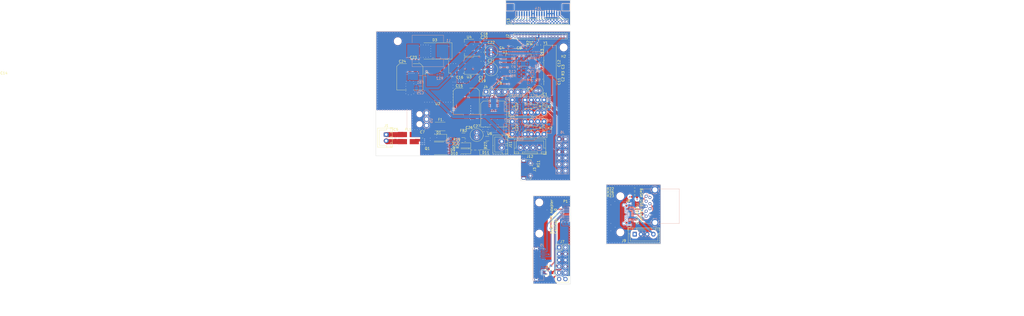
<source format=kicad_pcb>
(kicad_pcb (version 20221018) (generator pcbnew)
  (layers (0 "F.Cu" signal) (1 "In1.Cu" signal) (2 "In2.Cu" signal) (31 "B.Cu" signal) (34 "B.Paste" user) (35 "F.Paste" user) (36 "B.SilkS" user "B.Silkscreen") (37 "F.SilkS" user "F.Silkscreen") (38 "B.Mask" user) (39 "F.Mask" user) (44 "Edge.Cuts" user))
  (net 0 "")
  (net 1 "GND")
  (net 2 "/in1")
  (net 3 "/in1_mcu")
  (net 4 "/in2")
  (net 5 "/in2_mcu")
  (net 6 "/imotor")
  (net 7 "/USB_D+")
  (net 8 "/USB_D-")
  (net 9 "/imotor_prot")
  (net 10 "/vbus_sense")
  (net 11 "/stator_d-")
  (net 12 "/stator_d+")
  (net 13 "GND1")
  (net 14 "/stator_tx-")
  (net 15 "/stator_tx+")
  (net 16 "/stator_rx-")
  (net 17 "/stator_rx+")
  (net 18 "+12VA")
  (net 19 "+5VA")
  (net 20 "GND2")
  (net 21 "/l1_tx+")
  (net 22 "/l1_tx-")
  (net 23 "+12V")
  (net 24 "/lane1_d+")
  (net 25 "/lane1_d-")
  (net 26 "+5V")
  (net 27 "/supply_sense")
  (net 28 "/l1_rx-")
  (net 29 "/l1_rx+")
  (net 30 "/SW")
  (net 31 "Net-(U1-PF0)")
  (net 32 "Net-(U1-PF1)")
  (net 33 "/DC_prefuse")
  (net 34 "Net-(D5-A)")
  (net 35 "/sw_sbu_on")
  (net 36 "Net-(D2-K)")
  (net 37 "Net-(D6-A)")
  (net 38 "Net-(D7-A)")
  (net 39 "+3V3_STBY")
  (net 40 "Net-(J3-VBUS)")
  (net 42 "Net-(D4-A)")
  (net 45 "/~{rst}")
  (net 46 "/sw_sbu_off")
  (net 47 "/12vin_meas")
  (net 48 "/+5V_sbu")
  (net 49 "+3.3VA")
  (net 53 "/+12V_sbu")
  (net 54 "/hmi_pwm1")
  (net 55 "/usart2_tx")
  (net 56 "/usart2_rx")
  (net 57 "/Taster_0")
  (net 58 "/Dis_PWM")
  (net 59 "/Dis_RS")
  (net 60 "/Dis_E")
  (net 61 "/Dis_DB4")
  (net 64 "/Dis_DB5")
  (net 66 "/Dis_DB6")
  (net 67 "/Dis_DB7")
  (net 68 "/Taster_1")
  (net 71 "/swdio")
  (net 72 "/swclk")
  (net 73 "/spi1_nss")
  (net 74 "/spi1_sck")
  (net 75 "/spi1_cipo")
  (net 76 "/boot0")
  (net 77 "/spi1_copi")
  (net 78 "/usart1_tx")
  (net 79 "/~{LM2596S_ON}")
  (net 80 "/usart1_rx")
  (net 81 "/LED_HMI")
  (net 82 "/i2c1_scl")
  (net 83 "/SW_HDD_On")
  (net 84 "Net-(Q4-G)")
  (net 85 "Net-(Q5-G)")
  (net 86 "/SW_HDD_Off")
  (net 87 "/DC_IN-")
  (net 88 "/DC_IN+")
  (net 91 "/i2c1_sda")
  (net 94 "/+5V_HDD")
  (net 95 "/DC_preprot")
  (net 97 "/+12V_HDD")
  (net 99 "Net-(Q3-G)")
  (net 100 "Net-(Q2-G)")
  (net 102 "/+12V_HDD_")
  (net 103 "/stator_supply_sense")
  (net 104 "/+5V_HDD_")
  (net 106 "/aux_3v3")
  (net 107 "/aux_i2c_scl")
  (net 108 "/aux_i2c_sda")
  (net 109 "Net-(Q1-G)")
  (net 110 "Net-(D8-A)")
  (net 111 "/hmi_pwm0")
  (net 113 "/+5v_out")
  (net 114 "/~{endswitch_undocked}")
  (net 116 "/motor1")
  (net 117 "/motor2")
  (net 118 "/12v_motor")
  (net 119 "/stator_supply_sense_")
  (net 120 "Net-(NT1-Pad1)")
  (net 121 "Net-(NT2-Pad1)")
  (net 122 "Net-(J13-Pin_1)")
  (net 123 "Net-(J13-Pin_2)")
  (net 124 "Net-(J13-Pin_3)")
  (net 125 "Net-(J13-Pin_4)")
  (net 126 "Net-(J13-Pin_5)")
  (net 127 "Net-(J13-Pin_6)")
  (net 128 "/GND_HMI")
  (net 129 "Net-(J13-Pin_10)")
  (net 130 "Net-(J13-Pin_11)")
  (net 131 "Net-(J13-Pin_12)")
  (net 132 "Net-(J13-Pin_17)")
  (net 133 "Net-(J13-Pin_18)")
  (footprint "Capacitor_SMD:C_0603_1608Metric_Pad1.08x0.95mm_HandSolder" (layer "F.Cu") (at 62.65 75.5375 90)
    (fp_text reference "C17")
    (fp_text value "100nF")
  )
  (footprint "Capacitor_SMD:C_0603_1608Metric_Pad1.08x0.95mm_HandSolder" (layer "F.Cu") (at 83.29 83.6125 -90)
    (fp_text reference "C11")
    (fp_text value "100nF")
  )
  (footprint "Resistor_SMD:R_0603_1608Metric_Pad0.98x0.95mm_HandSolder" (layer "F.Cu") (at 84 69 90)
    (fp_text reference "R2")
    (fp_text value "100")
  )
  (footprint "Capacitor_SMD:C_1206_3216Metric_Pad1.33x1.80mm_HandSolder" (layer "F.Cu") (at 55.08 105.25)
    (fp_text reference "FB2")
    (fp_text value "FerriteBead")
  )
  (footprint "Resistor_SMD:R_0603_1608Metric_Pad0.98x0.95mm_HandSolder" (layer "F.Cu") (at 83.75 116.75 -90)
    (fp_text reference "R11")
    (fp_text value "R")
  )
  (footprint "MountingHole:MountingHole_2.7mm_M2.5_DIN965" (layer "F.Cu") (at 95.25 70)
    (fp_text reference "H2")
    (fp_text value "MountingHole")
  )
  (footprint "Diode_SMD:D_SOD-123" (layer "F.Cu") (at 64 112.1)
    (fp_text reference "D11")
    (fp_text value "2.5V")
  )
  (footprint "Resistor_SMD:R_0603_1608Metric_Pad0.98x0.95mm_HandSolder" (layer "F.Cu") (at 59 111.2 -90)
    (fp_text reference "R20")
    (fp_text value "10k")
  )
  (footprint "Resistor_SMD:R_1210_3225Metric_Pad1.30x2.65mm_HandSolder" (layer "F.Cu") (at 64 109.3)
    (fp_text reference "R27")
    (fp_text value "R")
  )
  (footprint "Resistor_SMD:R_0603_1608Metric_Pad0.98x0.95mm_HandSolder" (layer "F.Cu") (at 123.75 127)
    (fp_text reference "R22")
    (fp_text value "31k6")
  )
  (footprint "Resistor_SMD:R_0603_1608Metric_Pad0.98x0.95mm_HandSolder" (layer "F.Cu") (at 86.361 79.3385 90)
    (fp_text reference "R3")
    (fp_text value "R")
  )
  (footprint "Capacitor_SMD:C_0603_1608Metric_Pad1.08x0.95mm_HandSolder" (layer "F.Cu") (at 62.65 71.9 -90)
    (fp_text reference "C20")
    (fp_text value "100nF")
  )
  (footprint "Capacitor_SMD:C_0603_1608Metric_Pad1.08x0.95mm_HandSolder" (layer "F.Cu") (at 63.9 103.8 90)
    (fp_text reference "C27")
    (fp_text value "100nF")
  )
  (footprint "Capacitor_SMD:C_Elec_10x10.2" (layer "F.Cu") (at 33.6 81.8 -90)
    (fp_text reference "C24")
    (fp_text value "220µF")
  )
  (footprint "Connector_PinHeader_2.54mm:PinHeader_2x06_P2.54mm_Vertical" (layer "F.Cu") (at 93.45 150.32)
    (fp_text reference "J7")
    (fp_text value "Conn_02x06_Odd_Even")
  )
  (footprint "Capacitor_SMD:C_0603_1608Metric_Pad1.08x0.95mm_HandSolder" (layer "F.Cu") (at 27.8 106.4 90)
    (fp_text reference "C5")
    (fp_text value "~")
  )
  (footprint "Connector_JST:JST_XH_B2B-XH-A_1x02_P2.50mm_Vertical" (layer "F.Cu") (at 24.125 105 -90)
    (fp_text reference "J1")
    (fp_text value "12VDC In")
  )
  (footprint "Capacitor_SMD:C_0603_1608Metric_Pad1.08x0.95mm_HandSolder" (layer "F.Cu") (at 51.4 81.8 90)
    (fp_text reference "C16")
    (fp_text value "100nF")
  )
  (footprint "MountingHole:MountingHole_2.7mm_M2.5_DIN965" (layer "F.Cu") (at 118 144.25)
    (fp_text reference "H5" hide)
    (fp_text value "MountingHole")
  )
  (footprint "Capacitor_SMD:C_0603_1608Metric_Pad1.08x0.95mm_HandSolder" (layer "F.Cu") (at 73.115 70.25)
    (fp_text reference "C4")
    (fp_text value "100nF")
  )
  (footprint "NetTie:NetTie-2_SMD_Pad0.5mm" (layer "F.Cu") (at 48.8 98.6 -90)
    (fp_text reference "NT1" hide)
    (fp_text value "NetTie_2")
  )
  (footprint "Resistor_SMD:R_0603_1608Metric_Pad0.98x0.95mm_HandSolder" (layer "F.Cu") (at 85.5 69 90)
    (fp_text reference "R1")
    (fp_text value "100")
  )
  (footprint "Capacitor_SMD:C_Elec_10x10.2" (layer "F.Cu") (at 56.25 91.6 -90)
    (fp_text reference "C15")
    (fp_text value "220µF")
  )
  (footprint "Capacitor_SMD:C_Elec_10x10.2" (layer "F.Cu") (at 67.25 96.75 -90)
    (fp_text reference "C14")
    (fp_text value "220µF")
  )
  (footprint "Capacitor_SMD:C_0603_1608Metric_Pad1.08x0.95mm_HandSolder" (layer "F.Cu") (at 84.29 72.25 180)
    (fp_text reference "C13")
    (fp_text value "1µF")
  )
  (footprint "Capacitor_SMD:C_0603_1608Metric_Pad1.08x0.95mm_HandSolder" (layer "F.Cu") (at 38.2 106.4 -90)
    (fp_text reference "C7")
    (fp_text value "~")
  )
  (footprint "Package_SO:SO-8_3.9x4.9mm_P1.27mm" (layer "F.Cu") (at 45.3 110.5 180)
    (fp_text reference "Q1")
    (fp_text value "AOSP21321")
  )
  (footprint "Connector_PinHeader_1.27mm:PinHeader_1x18_P1.27mm_Vertical" (layer "F.Cu") (at 74.8 59.6 90)
    (fp_text reference "J13")
    (fp_text value "~")
  )
  (footprint "Diode_SMD:D_SOD-123" (layer "F.Cu") (at 89.075 160.425 180)
    (fp_text reference "D4")
    (fp_text value "~")
  )
  (footprint "Fuse:Fuse_2512_6332Metric_Pad1.52x3.35mm_HandSolder" (layer "F.Cu") (at 45.75 101.75 180)
    (fp_text reference "F1")
    (fp_text value "~")
  )
  (footprint "g7_connectors:conn_usbc_socket_RAHPCUC31AU1TR" (layer "F.Cu") (at 120.9875 137 -90)
    (fp_text reference "J8")
    (fp_text value "USB_C_Receptacle")
  )
  (footprint "Capacitor_SMD:C_0603_1608Metric_Pad1.08x0.95mm_HandSolder" (layer "F.Cu") (at 86.361 76 -90)
    (fp_text reference "C3")
    (fp_text value "20pF")
  )
  (footprint "Resistor_SMD:R_0603_1608Metric_Pad0.98x0.95mm_HandSolder" (layer "F.Cu") (at 123.75 128.5 180)
    (fp_text reference "R23")
    (fp_text value "10k")
  )
  (footprint "Capacitor_THT:C_Radial_D4.0mm_H7.0mm_P1.50mm" (layer "F.Cu") (at 84.176859 87.369629)
    (fp_text reference "C1")
    (fp_text value "4.7µF")
  )
  (footprint "Package_QFP:LQFP-64_10x10mm_P0.5mm" (layer "F.Cu") (at 77.115 77.75 180)
    (fp_text reference "U1")
    (fp_text value "STM32F070RBTx")
  )
  (footprint "Capacitor_SMD:C_0603_1608Metric_Pad1.08x0.95mm_HandSolder" (layer "F.Cu") (at 62.65 68.4 90)
    (fp_text reference "C18")
    (fp_text value "100nF")
  )
  (footprint "Diode_SMD:D_SMC_Handsoldering" (layer "F.Cu") (at 43.6 71.4 180)
    (fp_text reference "D3")
    (fp_text value "SK34-TP")
  )
  (footprint "Capacitor_SMD:C_0603_1608Metric_Pad1.08x0.95mm_HandSolder" (layer "F.Cu") (at 37.3 75.525 180)
    (fp_text reference "C23")
    (fp_text value "100nF")
  )
  (footprint "Connector_PinHeader_1.27mm:PinHeader_1x18_P1.27mm_Vertical" (layer "F.Cu") (at 74.49 65.5 90)
    (fp_text reference "J2")
    (fp_text value "~")
  )
  (footprint "Package_TO_SOT_SMD:SOT-223-3_TabPin2" (layer "F.Cu") (at 57.4 70.15 180)
    (fp_text reference "U4")
    (fp_text value "AMS1117-3.3")
  )
  (footprint "Capacitor_SMD:C_0603_1608Metric_Pad1.08x0.95mm_HandSolder" (layer "F.Cu") (at 86.361 82.75 90)
    (fp_text reference "C2")
    (fp_text value "20pF")
  )
  (footprint "g7_connectors:Molex_USBC_Plug_1054440011" (layer "F.Cu") (at 97 137 -90)
    (fp_text reference "P1")
    (fp_text value "USB_C_Plug")
  )
  (footprint "MountingHole:MountingHole_2.7mm_M2.5_DIN965" (layer "F.Cu") (at 28.75 67.5 180)
    (fp_text reference "H1" hide)
    (fp_text value "MountingHole")
  )
  (footprint "Capacitor_SMD:C_0603_1608Metric_Pad1.08x0.95mm_HandSolder" (layer "F.Cu") (at 80.365 70.25)
    (fp_text reference "C6")
    (fp_text value "100nF")
  )
  (footprint "Diode_SMD:D_SOD-128" (layer "F.Cu") (at 45.25 106.25 180)
    (fp_text reference "D1")
    (fp_text value "824501121")
  )
  (footprint "Diode_SMD:D_SOD-123" (layer "F.Cu") (at 55.7 109.287 180)
    (fp_text reference "D9")
    (fp_text value "D_Schottky")
  )
  (footprint "Connector_JST:JST_XH_B2B-XH-A_1x02_P2.50mm_Vertical" (layer "F.Cu") (at 70.425 107.75 -90)
    (fp_text reference "J11")
    (fp_text value "MOTOR")
  )
  (footprint "Resistor_SMD:R_0603_1608Metric_Pad0.98x0.95mm_HandSolder" (layer "F.Cu") (at 60.6 111.2 -90)
    (fp_text reference "R24")
    (fp_text value "10k")
  )
  (footprint "Connector_JST:JST_XH_B4B-XH-A_1x04_P2.50mm_Vertical" (layer "F.Cu") (at 123.75 145)
    (fp_text reference "J9")
    (fp_text value "Conn_01x04_Socket")
  )
  (footprint "Resistor_SMD:R_0603_1608Metric_Pad0.98x0.95mm_HandSolder" (layer "F.Cu") (at 123.75 130)
    (fp_text reference "R26")
    (fp_text value "38k3")
  )
  (footprint "NetTie:NetTie-2_SMD_Pad0.5mm" (layer "F.Cu") (at 49.5 105.6 135)
    (fp_text reference "NT2" hide)
    (fp_text value "NetTie_2")
  )
  (footprint "Capacitor_THT:C_Radial_D5.0mm_H11.0mm_P2.00mm" (layer "F.Cu") (at 66.2 77.8 -90)
    (fp_text reference "C21")
    (fp_text value "22µF")
  )
  (footprint "Resistor_SMD:R_0603_1608Metric_Pad0.98x0.95mm_HandSolder" (layer "F.Cu") (at 55.8 107.2 180)
    (fp_text reference "R19")
    (fp_text value "1k")
  )
  (footprint "Package_TO_SOT_SMD:SOT-563" (layer "F.Cu") (at 64.7 106.6)
    (fp_text reference "U6")
    (fp_text value "DRV8220")
  )
  (footprint "Capacitor_THT:C_Radial_D5.0mm_H11.0mm_P2.00mm" (layer "F.Cu") (at 60.4 106.15 90)
    (fp_text reference "C26")
    (fp_text value "22µF")
  )
  (footprint "Crystal:Crystal_SMD_HC49-SD_HandSoldering" (layer "F.Cu") (at 89.79 79.25 -90)
    (fp_text reference "Y1")
    (fp_text value "8MHz")
  )
  (footprint "g7_emi:CMC_Laird_CM2021Y330R-10" (layer "F.Cu") (at 33 106.4)
    (fp_text reference "FL1")
    (fp_text value "~")
  )
  (footprint "MountingHole:MountingHole_2.7mm_M2.5_DIN965" (layer "F.Cu") (at 85.5 144.75)
    (fp_text reference "H3" hide)
    (fp_text value "MountingHole")
  )
  (footprint "g7_relay:Kemet_EC2-12TNU" (layer "F.Cu") (at 74.6925 96.1575 90)
    (fp_text reference "K1")
    (fp_text value "~")
  )
  (footprint "Capacitor_SMD:C_0603_1608Metric_Pad1.08x0.95mm_HandSolder" (layer "F.Cu") (at 84.79 74.75 -90)
    (fp_text reference "C12")
    (fp_text value "10nF")
  )
  (footprint "g7_connectors:USB_Micro-B_Molex-105017-0001" (layer "F.Cu") (at 80.484 119 -90)
    (fp_text reference "J3")
    (fp_text value "USB_B_Micro")
  )
  (footprint "Connector_PinHeader_2.54mm:PinHeader_1x07_P2.54mm_Vertical" (layer "F.Cu") (at 64.12 87.8 90)
    (fp_text reference "J4")
    (fp_text value "Conn_01x07_Pin")
  )
  (footprint "MountingHole:MountingHole_2.7mm_M2.5_DIN965" (layer "F.Cu") (at 118 129.75)
    (fp_text reference "H6" hide)
    (fp_text value "MountingHole")
  )
  (footprint "Package_TO_SOT_SMD:TO-263-5_TabPin3" (layer "F.Cu") (at 44.9 85.1 -90)
    (fp_text reference "U2")
    (fp_text value "LM2596S-5")
  )
  (footprint "Capacitor_SMD:C_0603_1608Metric_Pad1.08x0.95mm_HandSolder" (layer "F.Cu") (at 69.615 81.75 90)
    (fp_text reference "C8")
    (fp_text value "100nF")
  )
  (footprint "Capacitor_THT:C_Radial_D5.0mm_H11.0mm_P2.00mm" (layer "F.Cu") (at 66.2 70.8 -90)
    (fp_text reference "C22")
    (fp_text value "22µF")
  )
  (footprint "g7_relay:Kemet_EC2-12TNU" (layer "F.Cu") (at 74.6925 104.83 90)
    (fp_text reference "K2")
    (fp_text value "~")
  )
  (footprint "Capacitor_SMD:C_0603_1608Metric_Pad1.08x0.95mm_HandSolder" (layer "F.Cu") (at 80.865 85.25 180)
    (fp_text reference "C9")
    (fp_text value "100nF")
  )
  (footprint "MountingHole:MountingHole_2.7mm_M2.5_DIN965" (layer "F.Cu") (at 85.5 132.25)
    (fp_text reference "H4" hide)
    (fp_text value "MountingHole")
  )
  (footprint "Connector_JST:JST_XH_B4B-XH-A_1x04_P2.50mm_Vertical" (layer "F.Cu") (at 85.5 110.25 180)
    (fp_text reference "J12")
    (fp_text value "Conn_01x04_Socket")
  )
  (footprint "Diode_SMD:D_SOD-123" (layer "F.Cu") (at 55.7 111.7 180)
    (fp_text reference "D10")
    (fp_text value "D_Schottky")
  )
  (footprint "Package_TO_SOT_SMD:SOT-223-3_TabPin2" (layer "F.Cu") (at 57.4 77.4 180)
    (fp_text reference "U3")
    (fp_text value "AMS1117-3.3")
  )
  (footprint "Capacitor_SMD:C_0603_1608Metric_Pad1.08x0.95mm_HandSolder" (layer "F.Cu") (at 62.65 78.9 -90)
    (fp_text reference "C19")
    (fp_text value "100nF")
  )
  (footprint "Diode_SMD:D_SOD-123F" (layer "B.Cu") (at 72.15 102.4225 90)
    (fp_text reference "D7")
    (fp_text value "~")
  )
  (footprint "Resistor_SMD:R_0603_1608Metric_Pad0.98x0.95mm_HandSolder" (layer "B.Cu") (at 78.29 74.5)
    (fp_text reference "R8")
    (fp_text value "100")
  )
  (footprint "g7_connectors:STEWARD_USB3_A_SS-52000-001" (layer "B.Cu") (at 128.35 133.75 -90)
    (fp_text reference "J10")
    (fp_text value "USB3_A")
  )
  (footprint "Resistor_SMD:R_0603_1608Metric_Pad0.98x0.95mm_HandSolder" (layer "B.Cu") (at 78.29 81.5)
    (fp_text reference "R6")
    (fp_text value "100k")
  )
  (footprint "Package_TO_SOT_SMD:SOT-323_SC-70" (layer "B.Cu") (at 75.15 102.4225 180)
    (fp_text reference "Q3")
    (fp_text value "BSS214NW")
  )
  (footprint "Resistor_SMD:R_0603_1608Metric_Pad0.98x0.95mm_HandSolder" (layer "B.Cu") (at 78.29 78.5 180)
    (fp_text reference "R7")
    (fp_text value "24,9k")
  )
  (footprint "Diode_SMD:D_SOD-123F" (layer "B.Cu") (at 89.4 102.293021 90)
    (fp_text reference "D8")
    (fp_text value "~")
  )
  (footprint "Resistor_SMD:R_0603_1608Metric_Pad0.98x0.95mm_HandSolder" (layer "B.Cu") (at 81.15 94.2)
    (fp_text reference "R18")
    (fp_text value "1k")
  )
  (footprint "g7_inductor:L_Wuerth_WE-PD-Typ-LS_Handsoldering" (layer "B.Cu") (at 40.8 71.4 180)
    (fp_text reference "L1")
    (fp_text value "47µH")
  )
  (footprint "Resistor_SMD:R_0603_1608Metric_Pad0.98x0.95mm_HandSolder" (layer "B.Cu") (at 51.61 107.68 90)
    (fp_text reference "R10")
    (fp_text value "100")
  )
  (footprint "Resistor_SMD:R_0603_1608Metric_Pad0.98x0.95mm_HandSolder" (layer "B.Cu") (at 83.65 93.6625 -90)
    (fp_text reference "R17")
    (fp_text value "47k")
  )
  (footprint "Capacitor_SMD:C_0603_1608Metric_Pad1.08x0.95mm_HandSolder" (layer "B.Cu") (at 78.29 80)
    (fp_text reference "C10")
    (fp_text value "100nF")
  )
  (footprint "Package_TO_SOT_SMD:SOT-323_SC-70" (layer "B.Cu") (at 75.4 93.5 180)
    (fp_text reference "Q2")
    (fp_text value "BSS214NW")
  )
  (footprint "g7_connectors:molex_fcc_05220" (layer "B.Cu") (at 85 56.4)
    (fp_text reference "J14")
    (fp_text value "~")
  )
  (footprint "Resistor_SMD:R_0603_1608Metric_Pad0.98x0.95mm_HandSolder" (layer "B.Cu") (at 81.0625 102.6725)
    (fp_text reference "R25")
    (fp_text value "1k")
  )
  (footprint "Capacitor_SMD:C_1206_3216Metric_Pad1.33x1.80mm_HandSolder" (layer "B.Cu") (at 37.8 86.4)
    (fp_text reference "C25")
    (fp_text value "10µF")
  )
  (footprint "Diode_SMD:D_SOD-123F" (layer "B.Cu") (at 89.4 93.5 90)
    (fp_text reference "D6")
    (fp_text value "~")
  )
  (footprint "Package_TO_SOT_SMD:SOT-323_SC-70" (layer "B.Cu") (at 86.4 93.5)
    (fp_text reference "Q4")
    (fp_text value "BSS214NW")
  )
  (footprint "g7_switch:TS0101F020V4" (layer "B.Cu") (at 40.3 98.8 -90)
    (fp_text reference "U5")
    (fp_text value "TS0101F020V4")
  )
  (footprint "Resistor_SMD:R_0603_1608Metric_Pad0.98x0.95mm_HandSolder" (layer "B.Cu") (at 81.29 83 -90)
    (fp_text reference "R5")
    (fp_text value "10k")
  )
  (footprint "Resistor_SMD:R_0603_1608Metric_Pad0.98x0.95mm_HandSolder" (layer "B.Cu") (at 77.9 104.25 90)
    (fp_text reference "R16")
    (fp_text value "47k")
  )
  (footprint "Diode_SMD:D_SOD-123" (layer "B.Cu") (at 79.04 76.5)
    (fp_text reference "D2")
    (fp_text value "D_Schottky")
  )
  (footprint "Resistor_SMD:R_0603_1608Metric_Pad0.98x0.95mm_HandSolder" (layer "B.Cu") (at 83.65 102.1725 -90)
    (fp_text reference "R21")
    (fp_text value "47k")
  )
  (footprint "Package_TO_SOT_SMD:SOT-323_SC-70" (layer "B.Cu") (at 86.4 102.1725)
    (fp_text reference "Q5")
    (fp_text value "BSS214NW")
  )
  (footprint "Connector_PinSocket_2.54mm:PinSocket_2x06_P2.54mm_Vertical" (layer "B.Cu") (at 93.46 106.8 180)
    (fp_text reference "J6")
    (fp_text value "Conn_02x06_Odd_Even")
  )
  (footprint "Resistor_SMD:R_0603_1608Metric_Pad0.98x0.95mm_HandSolder" (layer "B.Cu") (at 77.9 100.75 -90)
    (fp_text reference "R15")
    (fp_text value "1k")
  )
  (footprint "Diode_SMD:D_SOD-123F" (layer "B.Cu") (at 72.4 93.6175 90)
    (fp_text reference "D5")
    (fp_text value "~")
  )
  (footprint "Resistor_SMD:R_0603_1608Metric_Pad0.98x0.95mm_HandSolder" (layer "B.Cu") (at 50.08 107.68 -90)
    (fp_text reference "R9")
    (fp_text value "100k")
  )
  (footprint "Resistor_SMD:R_0603_1608Metric_Pad0.98x0.95mm_HandSolder" (layer "B.Cu") (at 77.9 92 -90)
    (fp_text reference "R13")
    (fp_text value "1k")
  )
  (footprint "Resistor_SMD:R_0603_1608Metric_Pad0.98x0.95mm_HandSolder" (layer "B.Cu") (at 77.9 95.5 90)
    (fp_text reference "R14")
    (fp_text value "47k")
  )
  (footprint "Resistor_SMD:R_0603_1608Metric_Pad0.98x0.95mm_HandSolder" (layer "B.Cu") (at 45.6 81)
    (fp_text reference "R12")
    (fp_text value "47k")
  )
  (footprint "g7_connectors:conn_usb3bmicro_GSB343K331HR" (layer "B.Cu") (at 84.325 157 90)
    (fp_text reference "J5")
    (fp_text value "USB3_B_Micro")
  )
  (footprint "Capacitor_SMD:C_1206_3216Metric_Pad1.33x1.80mm_HandSolder" (layer "B.Cu") (at 37.8 82.2)
    (fp_text reference "FB1")
    (fp_text value "FerriteBead")
  )
  (footprint "Resistor_SMD:R_0603_1608Metric_Pad0.98x0.95mm_HandSolder" (layer "B.Cu") (at 82.8 79.7 90)
    (fp_text reference "R4")
    (fp_text value "10k")
  )
  (gr_line (start 83 129.5) (end 83 148) (stroke (width 0.1)) (layer "Edge.Cuts"))
  (gr_line (start 20 113.5) (end 20 63.5) (stroke (width 0.1)) (layer "Edge.Cuts"))
  (gr_line (start 134.25 125) (end 134.25 137) (stroke (width 0.1)) (layer "Edge.Cuts"))
  (gr_line (start 78 113.5) (end 20 113.5) (stroke (width 0.1)) (layer "Edge.Cuts"))
  (gr_line (start 134.25 149) (end 134.25 137) (stroke (width 0.1)) (layer "Edge.Cuts"))
  (gr_line (start 98 61) (end 98 51) (stroke (width 0.1)) (layer "Edge.Cuts"))
  (gr_line (start 98 123.5) (end 98 63.5) (stroke (width 0.1)) (layer "Edge.Cuts"))
  (gr_line (start 112.25 125) (end 112.25 149) (stroke (width 0.1)) (layer "Edge.Cuts"))
  (gr_line (start 20 63.5) (end 98 63.5) (stroke (width 0.1)) (layer "Edge.Cuts"))
  (gr_line (start 98 129.5) (end 83 129.5) (stroke (width 0.1)) (layer "Edge.Cuts"))
  (gr_line (start 112.25 149) (end 134.25 149) (stroke (width 0.1)) (layer "Edge.Cuts"))
  (gr_line (start 83 148) (end 83 165) (stroke (width 0.1)) (layer "Edge.Cuts"))
  (gr_line (start 83 165) (end 98 165) (stroke (width 0.1)) (layer "Edge.Cuts"))
  (gr_line (start 77.984 123.5) (end 78 113.5) (stroke (width 0.1)) (layer "Edge.Cuts"))
  (gr_line (start 134.25 125) (end 112.25 125) (stroke (width 0.1)) (layer "Edge.Cuts"))
  (gr_line (start 98 165) (end 98 129.5) (stroke (width 0.1)) (layer "Edge.Cuts"))
  (gr_line (start 72 61) (end 98 61) (stroke (width 0.1)) (layer "Edge.Cuts"))
  (gr_line (start 77.984 123.5) (end 98 123.5) (stroke (width 0.1)) (layer "Edge.Cuts"))
  (gr_line (start 72 51) (end 72 61) (stroke (width 0.1)) (layer "Edge.Cuts"))
  (gr_line (start 98 51) (end 72 51) (stroke (width 0.1)) (layer "Edge.Cuts"))
  (gr_text "BaSe USB Adapter\nCarriage V1.0" (at 92.6 145 90) (layer "F.SilkS") (effects (font (size 1 1)) (justify left bottom)))
  (gr_text "BaSe USB Adapter \nFrame V1.0" (at 124.2 141.2 -90) (layer "F.SilkS") (effects (font (size 1 1)) (justify right bottom)))
  (segment (start 81.2275 70.25) (end 81.2275 70.3725) (width 0.3) (layer "F.Cu") (net 1))
  (segment (start 80.365 71.235) (end 80.365 72.075) (width 0.3) (layer "F.Cu") (net 1))
  (segment (start 69.7275 81) (end 69.615 80.8875) (width 0.3) (layer "F.Cu") (net 1))
  (segment (start 60.55 72.45) (end 62.3375 72.45) (width 1) (layer "F.Cu") (net 1))
  (segment (start 51.4 82.6625) (end 48.8375 82.6625) (width 1) (layer "F.Cu") (net 1))
  (segment (start 83.665 84.1) (end 83.29 84.475) (width 0.5) (layer "F.Cu") (net 1))
  (segment (start 80.6 86.1) (end 80.6 85.8475) (width 0.5) (layer "F.Cu") (net 1))
  (segment (start 35.935 107.2625) (end 35.375 107.8225) (width 1) (layer "F.Cu") (net 1))
  (segment (start 66.0125 72.7625) (end 66.15 72.9) (width 1) (layer "F.Cu") (net 1))
  (segment (start 38.2 107.2625) (end 35.935 107.2625) (width 1) (layer "F.Cu") (net 1))
  (segment (start 60.55 79.7) (end 65.95 79.7) (width 1) (layer "F.Cu") (net 1))
  (segment (start 81.2275 70.3725) (end 80.365 71.235) (width 0.3) (layer "F.Cu") (net 1))
  (segment (start 80.6 85.8475) (end 80.0025 85.25) (width 0.5) (layer "F.Cu") (net 1))
  (segment (start 80.365 84.8875) (end 80.0025 85.25) (width 0.3) (layer "F.Cu") (net 1))
  (segment (start 71.44 81) (end 69.7275 81) (width 0.3) (layer "F.Cu") (net 1))
  (segment (start 62.65 72.7625) (end 66.0125 72.7625) (width 1) (layer "F.Cu") (net 1))
  (segment (start 62.3375 72.45) (end 62.65 72.7625) (width 1) (layer "F.Cu") (net 1))
  (segment (start 48.8375 82.6625) (end 44.9 86.6) (width 1) (layer "F.Cu") (net 1))
  (segment (start 84.1805 84.1) (end 83.665 84.1) (width 0.5) (layer "F.Cu") (net 1))
  (segment (start 38.2 107.2625) (end 39.0375 107.2625) (width 1) (layer "F.Cu") (net 1))
  (segment (start 73.865 70.3625) (end 73.9775 70.25) (width 0.3) (layer "F.Cu") (net 1))
  (segment (start 62.65 74.675) (end 62.65 72.7625) (width 1) (layer "F.Cu") (net 1))
  (segment (start 82.5 84.1) (end 82.915 84.1) (width 0.5) (layer "F.Cu") (net 1))
  (segment (start 82.915 84.1) (end 83.29 84.475) (width 0.5) (layer "F.Cu") (net 1))
  (segment (start 65.95 79.7) (end 66.15 79.9) (width 1) (layer "F.Cu") (net 1))
  (segment (start 80.365 83.425) (end 80.365 84.8875) (width 0.3) (layer "F.Cu") (net 1))
  (segment (start 73.865 72.075) (end 73.865 70.3625) (width 0.3) (layer "F.Cu") (net 1))
  (segment (start 79.2465 121.9) (end 79.2465 115.5) (width 0.15) (layer "F.Cu") (net 1))
  (via (at 93.6 64) (size 0.5) (drill 0.2) (layers "F.Cu" "B.Cu") (net 1))
  (via (at 64.8 102.1) (size 0.5) (drill 0.2) (layers "F.Cu" "B.Cu") (net 1))
  (via (at 68.74 71.44) (size 0.5) (drill 0.2) (layers "F.Cu" "B.Cu") (net 1))
  (via (at 20.6 73) (size 0.5) (drill 0.2) (layers "F.Cu" "B.Cu") (net 1))
  (via (at 40.6 64) (size 0.5) (drill 0.2) (layers "F.Cu" "B.Cu") (net 1))
  (via (at 53.6 64) (size 0.5) (drill 0.2) (layers "F.Cu" "B.Cu") (net 1))
  (via (at 42 69.5) (size 0.5) (drill 0.2) (layers "F.Cu" "B.Cu") (net 1))
  (via (at 64.2 67) (size 0.5) (drill 0.2) (layers "F.Cu" "B.Cu") (net 1))
  (via (at 65 102.9) (size 0.5) (drill 0.2) (layers "F.Cu" "B.Cu") (net 1))
  (via (at 55.79 78.68) (size 0.5) (drill 0.2) (layers "F.Cu" "B.Cu") (net 1))
  (via (at 97.4 97) (size 0.5) (drill 0.2) (layers "F.Cu" "B.Cu") (net 1))
  (via (at 39.6 103) (size 0.5) (drill 0.2) (layers "F.Cu" "B.Cu") (net 1))
  (via (at 50.9 91.2) (size 0.5) (drill 0.2) (layers "F.Cu" "B.Cu") (net 1))
  (via (at 41.6 64) (size 0.5) (drill 0.2) (layers "F.Cu" "B.Cu") (net 1))
  (via (at 70.6 64) (size 0.5) (drill 0.2) (layers "F.Cu" "B.Cu") (net 1))
  (via (at 28.6 95) (size 0.5) (drill 0.2) (layers "F.Cu" "B.Cu") (net 1))
  (via (at 55 113) (size 0.5) (drill 0.2) (layers "F.Cu" "B.Cu") (net 1))
  (via (at 36.2 87.8) (size 0.5) (drill 0.2) (layers "F.Cu" "B.Cu") (net 1))
  (via (at 97.4 77) (size 0.5) (drill 0.2) (layers "F.Cu" "B.Cu") (net 1))
  (via (at 37.6 64) (size 0.5) (drill 0.2) (layers "F.Cu" "B.Cu") (net 1))
  (via (at 76.2 109.7) (size 0.5) (drill 0.2) (layers "F.Cu" "B.Cu") (net 1))
  (via (at 85.4 83.6) (size 0.5) (drill 0.2) (layers "F.Cu" "B.Cu") (net 1))
  (via (at 89 123) (size 0.5) (drill 0.2) (layers "F.Cu" "B.Cu") (net 1))
  (via (at 64.9 103.8) (size 0.5) (drill 0.2) (layers "F.Cu" "B.Cu") (net 1))
  (via (at 84.07 80.11) (size 0.5) (drill 0.2) (layers "F.Cu" "B.Cu") (net 1))
  (via (at 74 80.6) (size 0.5) (drill 0.2) (layers "F.Cu" "B.Cu") (net 1))
  (via (at 42 73.5) (size 0.5) (drill 0.2) (layers "F.Cu" "B.Cu") (net 1))
  (via (at 97.4 66) (size 0.5) (drill 0.2) (layers "F.Cu" "B.Cu") (net 1))
  (via (at 43.6 104.6) (size 0.5) (drill 0.2) (layers "F.Cu" "B.Cu") (net 1))
  (via (at 64 113) (size 0.5) (drill 0.2) (layers "F.Cu" "B.Cu") (net 1))
  (via (at 29.6 64) (size 0.5) (drill 0.2) (layers "F.Cu" "B.Cu") (net 1))
  (via (at 20.6 79) (size 0.5) (drill 0.2) (layers "F.Cu" "B.Cu") (net 1))
  (via (at 82.6 64) (size 0.5) (drill 0.2) (layers "F.Cu" "B.Cu") (net 1))
  (via (at 33.6 83.4) (size 0.5) (drill 0.2) (layers "F.Cu" "B.Cu") (net 1))
  (via (at 97.4 92) (size 0.5) (drill 0.2) (layers "F.Cu" "B.Cu") (net 1))
  (via (at 20.6 72) (size 0.5) (drill 0.2) (layers "F.Cu" "B.Cu") (net 1))
  (via (at 64.6 112.2) (size 0.5) (drill 0.2) (layers "F.Cu" "B.Cu") (net 1))
  (via (at 97 123) (size 0.5) (drill 0.2) (layers "F.Cu" "B.Cu") (net 1))
  (via (at 42.5 92) (size 0.5) (drill 0.2) (layers "F.Cu" "B.Cu") (net 1))
  (via (at 58 94.5) (size 0.6) (drill 0.3) (layers "F.Cu" "B.Cu") (net 1))
  (via (at 97.4 102) (size 0.5) (drill 0.2) (layers "F.Cu" "B.Cu") (net 1))
  (via (at 97.4 78) (size 0.5) (drill 0.2) (layers "F.Cu" "B.Cu") (net 1))
  (via (at 51 76.5) (size 0.5) (drill 0.2) (layers "F.Cu" "B.Cu") (net 1))
  (via (at 42.6 64) (size 0.5) (drill 0.2) (layers "F.Cu" "B.Cu") (net 1))
  (via (at 39.5 109) (size 0.6) (drill 0.3) (layers "F.Cu" "B.Cu") (net 1))
  (via (at 38.75 109) (size 0.6) (drill 0.3) (layers "F.Cu" "B.Cu") (net 1))
  (via (at 62.3 66.5) (size 0.5) (drill 0.2) (layers "F.Cu" "B.Cu") (net 1))
  (via (at 20.6 84) (size 0.5) (drill 0.2) (layers "F.Cu" "B.Cu") (net 1))
  (via (at 20.6 65) (size 0.5) (drill 0.2) (layers "F.Cu" "B.Cu") (net 1))
  (via (at 20.6 71) (size 0.5) (drill 0.2) (layers "F.Cu" "B.Cu") (net 1))
  (via (at 54.67 108.2) (size 0.5) (drill 0.2) (layers "F.Cu" "B.Cu") (net 1))
  (via (at 95.6 64) (size 0.5) (drill 0.2) (layers "F.Cu" "B.Cu") (net 1))
  (via (at 97.4 103) (size 0.5) (drill 0.2) (layers "F.Cu" "B.Cu") (net 1))
  (via (at 50.9 87.549998) (size 0.5) (drill 0.2) (layers "F.Cu" "B.Cu") (net 1))
  (via (at 81.5 114) (size 0.5) (drill 0.2) (layers "F.Cu" "B.Cu") (net 1))
  (via (at 89 89.7) (size 0.5) (drill 0.2) (layers "F.Cu" "B.Cu") (net 1))
  (via (at 20.6 89) (size 0.5) (drill 0.2) (layers "F.Cu" "B.Cu") (net 1))
  (via (at 91.35 83.01) (size 0.5) (drill 0.2) (layers "F.Cu" "B.Cu") (net 1))
  (via (at 45.6 64) (size 0.5) (drill 0.2) (layers "F.Cu" "B.Cu") (net 1))
  (via (at 34.6 96) (size 0.5) (drill 0.2) (layers "F.Cu" "B.Cu") (net 1))
  (via (at 63.6 64) (size 0.5) (drill 0.2) (layers "F.Cu" "B.Cu") (net 1))
  (via (at 97.4 100) (size 0.5) (drill 0.2) (layers "F.Cu" "B.Cu") (net 1))
  (via (at 79.6 64) (size 0.5) (drill 0.2) (layers "F.Cu" "B.Cu") (net 1))
  (via (at 70.7 73.3) (size 0.5) (drill 0.2) (layers "F.Cu" "B.Cu") (net 1))
  (via (at 42 71.5) (size 0.5) (drill 0.2) (layers "F.Cu" "B.Cu") (net 1))
  (via (at 86.5 101.8) (size 0.5) (drill 0.2) (layers "F.Cu" "B.Cu") (net 1))
  (via (at 59.6 64) (size 0.5) (drill 0.2) (layers "F.Cu" "B.Cu") (net 1))
  (via (at 81 123) (size 0.5) (drill 0.2) (layers "F.Cu" "B.Cu") (net 1))
  (via (at 80.8 69.4) (size 0.5) (drill 0.2) (layers "F.Cu" "B.Cu") (net 1))
  (via (at 97.4 83) (size 0.5) (drill 0.2) (layers "F.Cu" "B.Cu") (net 1))
  (via (at 85.4 80.1) (size 0.5) (drill 0.2) (layers "F.Cu" "B.Cu") (net 1))
  (via (at 52 76.5) (size 0.5) (drill 0.2) (layers "F.Cu" "B.Cu") (net 1))
  (via (at 90 123) (size 0.5) (drill 0.2) (layers "F.Cu" "B.Cu") (net 1))
  (via (at 84.6 64) (size 0.5) (drill 0.2) (layers "F.Cu" "B.Cu") (net 1))
  (via (at 20.6 87) (size 0.5) (drill 0.2) (layers "F.Cu" "B.Cu") (net 1))
  (via (at 82 71.4) (size 0.5) (drill 0.2) (layers "F.Cu" "B.Cu") (net 1))
  (via (at 78.4 73.5) (size 0.5) (drill 0.2) (layers "F.Cu" "B.Cu") (net 1))
  (via (at 20.6 70) (size 0.5) (drill 0.2) (layers "F.Cu" "B.Cu") (net 1))
  (via (at 35.6 64) (size 0.5) (drill 0.2) (layers "F.Cu" "B.Cu") (net 1))
  (via (at 20.6 77) (size 0.5) (drill 0.2) (layers "F.Cu" "B.Cu") (net 1))
  (via (at 89.6 64) (size 0.5) (drill 0.2) (layers "F.Cu" "B.Cu") (net 1))
  (via (at 64.6 64) (size 0.5) (drill 0.2) (layers "F.Cu" "B.Cu") (net 1))
  (via (at 33.6 95) (size 0.5) (drill 0.2) (layers "F.Cu" "B.Cu") (net 1))
  (via (at 68 113) (size 0.5) (drill 0.2) (layers "F.Cu" "B.Cu") (net 1))
  (via (at 20.6 67) (size 0.5) (drill 0.2) (layers "F.Cu" "B.Cu") (net 1))
  (via (at 45.4 74.6) (size 0.5) (drill 0.2) (layers "F.Cu" "B.Cu") (net 1))
  (via (at 83.4 73.3) (size 0.5) (drill 0.2) (layers "F.Cu" "B.Cu") (net 1))
  (via (at 80.6 86.1) (size 0.5) (drill 0.2) (layers "F.Cu" "B.Cu") (net 1))
  (via (at 97.4 90) (size 0.5) (drill 0.2) (layers "F.Cu" "B.Cu") (net 1))
  (via (at 23.6 95) (size 0.5) (drill 0.2) (layers "F.Cu" "B.Cu") (net 1))
  (via (at 30.6 95) (size 0.5) (drill 0.2) (layers "F.Cu" "B.Cu") (net 1))
  (via (at 73 113) (size 0.5) (drill 0.2) (layers "F.Cu" "B.Cu") (net 1))
  (via (at 44.8 74.6) (size 0.5) (drill 0.2) (layers "F.Cu" "B.Cu") (net 1))
  (via (at 97.4 75) (size 0.5) (drill 0.2) (layers "F.Cu" "B.Cu") (net 1))
  (via (at 88 123) (size 0.5) (drill 0.2) (layers "F.Cu" "B.Cu") (net 1))
  (via (at 73.8 69.3) (size 0.5) (drill 0.2) (layers "F.Cu" "B.Cu") (net 1))
  (via (at 57.6 64) (size 0.5) (drill 0.2) (layers "F.Cu" "B.Cu") (net 1))
  (via (at 38.75 108.25) (size 0.6) (drill 0.3) (layers "F.Cu" "B.Cu") (net 1))
  (via (at 82 123) (size 0.5) (drill 0.2) (layers "F.Cu" "B.Cu") (net 1))
  (via (at 49.6 64) (size 0.5) (drill 0.2) (layers "F.Cu" "B.Cu") (net 1))
  (via (at 32 86.6) (size 0.5) (drill 0.2) (layers "F.Cu" "B.Cu") (net 1))
  (via (at 42 70.5) (size 0.5) (drill 0.2) (layers "F.Cu" "B.Cu") (net 1))
  (via (at 41 74) (size 0.5) (drill 0.2) (layers "F.Cu" "B.Cu") (net 1))
  (via (at 78.6 64) (size 0.5) (drill 0.2) (layers "F.Cu" "B.Cu") (net 1))
  (via (at 57.85 105.88) (size 0.5) (drill 0.2) (layers "F.Cu" "B.Cu") (net 1))
  (via (at 97.4 67) (size 0.5) (drill 0.2) (layers "F.Cu" "B.Cu") (net 1))
  (via (at 85.7 76) (size 0.5) (drill 0.2) (layers "F.Cu" "B.Cu") (net 1))
  (via (at 29.6 95) (size 0.5) (drill 0.2) (layers "F.Cu" "B.Cu") (net 1))
  (via (at 92.6 64) (size 0.5) (drill 0.2) (layers "F.Cu" "B.Cu") (net 1))
  (via (at 86.3 74) (size 0.5) (drill 0.2) (layers "F.Cu" "B.Cu") (net 1))
  (via (at 72.6 64) (size 0.5) (drill 0.2) (layers "F.Cu" "B.Cu") (net 1))
  (via (at 97.4 85) (size 0.5) (drill 0.2) (layers "F.Cu" "B.Cu") (net 1))
  (via (at 85.6 64) (size 0.5) (drill 0.2) (layers "F.Cu" "B.Cu") (net 1))
  (via (at 85.4 74.7) (size 0.5) (drill 0.2) (layers "F.Cu" "B.Cu") (net 1))
  (via (at 51.7 83.9) (size 0.5) (drill 0.2) (layers "F.Cu" "B.Cu") (net 1))
  (via (at 34.6 100) (size 0.5) (drill 0.2) (layers "F.Cu" "B.Cu") (net 1))
  (via (at 35.6 87.8) (size 0.5) (drill 0.2) (layers "F.Cu" "B.Cu") (net 1))
  (via (at 87.4 75.2) (size 0.5) (drill 0.2) (layers "F.Cu" "B.Cu") (net 1))
  (via (at 80.1 78.5) (size 0.5) (drill 0.2) (layers "F.Cu" "B.Cu") (net 1))
  (via (at 63.9 101.8) (size 0.5) (drill 0.2) (layers "F.Cu" "B.Cu") (net 1))
  (via (at 70.69 83.41) (size 0.5) (drill 0.2) (layers "F.Cu" "B.Cu") (net 1))
  (via (at 20.6 92) (size 0.5) (drill 0.2) (layers "F.Cu" "B.Cu") (net 1))
  (via (at 77.57 66.5) (size 0.5) (drill 0.2) (layers "F.Cu" "B.Cu") (net 1))
  (via (at 23.6 64) (size 0.5) (drill 0.2) (layers "F.Cu" "B.Cu") (net 1))
  (via (at 54 113) (size 0.5) (drill 0.2) (layers "F.Cu" "B.Cu") (net 1))
  (via (at 67.8 104.1) (size 0.5) (drill 0.2) (layers "F.Cu" "B.Cu") (net 1))
  (via (at 39.5 107.5) (size 0.6) (drill 0.3) (layers "F.Cu" "B.Cu") (net 1))
  (via (at 97.4 95) (size 0.5) (drill 0.2) (layers "F.Cu" "B.Cu") (net 1))
  (via (at 78.6 113.7) (size 0.5) (drill 0.2) (layers "F.Cu" "B.Cu") (net 1))
  (via (at 24.6 64) (size 0.5) (drill 0.2) (layers "F.Cu" "B.Cu") (net 1))
  (via (at 50.9 83.9) (size 0.5) (drill 0.2) (layers "F.Cu" "B.Cu") (net 1))
  (via (at 66.8 112.2) (size 0.5) (drill 0.2) (layers "F.Cu" "B.Cu") (net 1))
  (via (at 55.6 64) (size 0.5) (drill 0.2) (layers "F.Cu" "B.Cu") (net 1))
  (via (at 71 113) (size 0.5) (drill 0.2) (layers "F.Cu" "B.Cu") (net 1))
  (via (at 58.6 64) (size 0.5) (drill 0.2) (layers "F.Cu" "B.Cu") (net 1))
  (via (at 32.2 83.6) (size 0.5) (drill 0.2) (layers "F.Cu" "B.Cu") (net 1))
  (via (at 67 113) (size 0.5) (drill 0.2) (layers "F.Cu" "B.Cu") (net 1))
  (via (at 68.6 81.5) (size 0.5) (drill 0.2) (layers "F.Cu" "B.Cu") (net 1))
  (via (at 58.89 78.65) (size 0.5) (drill 0.2) (layers "F.Cu" "B.Cu") (net 1))
  (via (at 30.6 64) (size 0.5) (drill 0.2) (layers "F.Cu" "B.Cu") (net 1))
  (via (at 20.6 82) (size 0.5) (drill 0.2) (layers "F.Cu" "B.Cu") (net 1))
  (via (at 97.4 74) (size 0.5) (drill 0.2) (layers "F.Cu" "B.Cu") (net 1))
  (via (at 44.6 64) (size 0.5) (drill 0.2) (layers "F.Cu" "B.Cu") (net 1))
  (via (at 34.6 64) (size 0.5) (drill 0.2) (layers "F.Cu" "B.Cu") (net 1))
  (via (at 58.9 99) (size 0.5) (drill 0.2) (layers "F.Cu" "B.Cu") (net 1))
  (via (at 20.6 93) (size 0.5) (drill 0.2) (layers "F.Cu" "B.Cu") (net 1))
  (via (at 34.6 99) (size 0.5) (drill 0.2) (layers "F.Cu" "B.Cu") (net 1))
  (via (at 55.74 68.89) (size 0.5) (drill 0.2) (layers "F.Cu" "B.Cu") (net 1))
  (via (at 21.6 64) (size 0.5) (drill 0.2) (layers "F.Cu" "B.Cu") (net 1))
  (via (at 27.6 64) (size 0.5) (drill 0.2) (layers "F.Cu" "B.Cu") (net 1))
  (via (at 87.4 83.6) (size 0.5) (drill 0.2) (layers "F.Cu" "B.Cu") (net 1))
  (via (at 70 113) (size 0.5) (drill 0.2) (layers "F.Cu" "B.Cu") (net 1))
  (via (at 75.6 64) (size 0.5) (drill 0.2) (layers "F.Cu" "B.Cu") (net 1))
  (via (at 97.4 91) (size 0.5) (drill 0.2) (layers "F.Cu" "B.Cu") (net 1))
  (via (at 67 109.4) (size 0.5) (drill 0.2) (layers "F.Cu" "B.Cu") (net 1))
  (via (at 38.6 103) (size 0.5) (drill 0.2) (layers "F.Cu" "B.Cu") (net 1))
  (via (at 63.08 105.51) (size 0.5) (drill 0.2) (layers "F.Cu" "B.Cu") (net 1))
  (via (at 61.7 66.5) (size 0.5) (drill 0.2) (layers "F.Cu" "B.Cu") (net 1))
  (via (at 20.6 69) (size 0.5) (drill 0.2) (layers "F.Cu" "B.Cu") (net 1))
  (via (at 20.6 74) (size 0.5) (drill 0.2) (layers "F.Cu" "B.Cu") (net 1))
  (via (at 35.6 103) (size 0.5) (drill 0.2) (layers "F.Cu" "B.Cu") (net 1))
  (via (at 41.5 92) (size 0.5) (drill 0.2) (layers "F.Cu" "B.Cu") (net 1))
  (via (at 33.6 64) (size 0.5) (drill 0.2) (layers "F.Cu" "B.Cu") (net 1))
  (via (at 62.8 102.9) (size 0.5) (drill 0.2) (layers "F.Cu" "B.Cu") (net 1))
  (via (at 63 103.8) (size 0.5) (drill 0.2) (layers "F.Cu" "B.Cu") (net 1))
  (via (at 97.4 101) (size 0.5) (drill 0.2) (layers "F.Cu" "B.Cu") (net 1))
  (via (at 41 113) (size 0.5) (drill 0.2) (layers "F.Cu" "B.Cu") (net 1))
  (via (at 66.6 64) (size 0.5) (drill 0.2) (layers "F.Cu" "B.Cu") (net 1))
  (via (at 20.6 83) (size 0.5) (drill 0.2) (layers "F.Cu" "B.Cu") (net 1))
  (via (at 56.49 103.59) (size 0.5) (drill 0.2) (layers "F.Cu" "B.Cu") (net 1))
  (via (at 80.6 64) (size 0.5) (drill 0.2) (layers "F.Cu" "B.Cu") (net 1))
  (via (at 34.6 98) (size 0.5) (drill 0.2) (layers "F.Cu" "B.Cu") (net 1))
  (via (at 74.4 69.3) (size 0.5) (drill 0.2) (layers "F.Cu" "B.Cu") (net 1))
  (via (at 68.7 98.9) (size 0.5) (drill 0.2) (layers "F.Cu" "B.Cu") (net 1))
  (via (at 65.6 101.1) (size 0.5) (drill 0.2) (layers "F.Cu" "B.Cu") (net 1))
  (via (at 81.6 64) (size 0.5) (drill 0.2) (layers "F.Cu" "B.Cu") (net 1))
  (via (at 65 113) (size 0.5) (drill 0.2) (layers "F.Cu" "B.Cu") (net 1))
  (via (at 83.6 64) (size 0.5) (drill 0.2) (layers "F.Cu" "B.Cu") (net 1))
  (via (at 81 94.9) (size 0.5) (drill 0.2) (layers "F.Cu" "B.Cu") (net 1))
  (via (at 20.6 85) (size 0.5) (drill 0.2) (layers "F.Cu" "B.Cu") (net 1))
  (via (at 31.6 64) (size 0.5) (drill 0.2) (layers "F.Cu" "B.Cu") (net 1))
  (via (at 68.77 84.49) (size 0.5) (drill 0.2) (layers "F.Cu" "B.Cu") (net 1))
  (via (at 77.94 75.48) (size 0.5) (drill 0.2) (layers "F.Cu" "B.Cu") (net 1))
  (via (at 39.5 108.25) (size 0.6) (drill 0.3) (layers "F.Cu" "B.Cu") (net 1))
  (via (at 97.4 80) (size 0.5) (drill 0.2) (layers "F.Cu" "B.Cu") (net 1))
  (via (at 75 69.6) (size 0.5) (drill 0.2) (layers "F.Cu" "B.Cu") (net 1))
  (via (at 58.9 96.5) (size 0.5) (drill 0.2) (layers "F.Cu" "B.Cu") (net 1))
  (via (at 97.4 79) (size 0.5) (drill 0.2) (layers "F.Cu" "B.Cu") (net 1))
  (via (at 88.6 64) (size 0.5) (drill 0.2) (layers "F.Cu" "B.Cu") (net 1))
  (via (at 51.6 64) (size 0.5) (drill 0.2) (layers "F.Cu" "B.Cu") (net 1))
  (via (at 36.6 103) (size 0.5) (drill 0.2) (layers "F.Cu" "B.Cu") (net 1))
  (via (at 44.2 74.6) (size 0.5) (drill 0.2) (layers "F.Cu" "B.Cu") (net 1))
  (via (at 55.8 71.38) (size 0.5) (drill 0.2) (layers "F.Cu" "B.Cu") (net 1))
  (via (at 64.72 90.88) (size 0.5) (drill 0.2) (layers "F.Cu" "B.Cu") (net 1))
  (via (at 58 99) (size 0.6) (drill 0.3) (layers "F.Cu" "B.Cu") (net 1))
  (via (at 43.6 64) (size 0.5) (drill 0.2) (layers "F.Cu" "B.Cu") (net 1))
  (via (at 67.6 64) (size 0.5) (drill 0.2) (layers "F.Cu" "B.Cu") (net 1))
  (via (at 20.6 88) (size 0.5) (drill 0.2) (layers "F.Cu" "B.Cu") (net 1))
  (via (at 68.6 82.1) (size 0.5) (drill 0.2) (layers "F.Cu" "B.Cu") (net 1))
  (via (at 76.19 99.05) (size 0.5) (drill 0.2) (layers "F.Cu" "B.Cu") (net 1))
  (via (at 86.6 64) (size 0.5) (drill 0.2) (layers "F.Cu" "B.Cu") (net 1))
  (via (at 38 74) (size 0.5) (drill 0.2) (layers "F.Cu" "B.Cu") (net 1))
  (via (at 61.41 73.75) (size 0.5) (drill 0.2) (layers "F.Cu" "B.Cu") (net 1))
  (via (at 97.4 84) (size 0.5) (drill 0.2) (layers "F.Cu" "B.Cu") (net 1))
  (via (at 62.9 66.5) (size 0.5) (drill 0.2) (layers "F.Cu" "B.Cu") (net 1))
  (via (at 97.4 68) (size 0.5) (drill 0.2) (layers "F.Cu" "B.Cu") (net 1))
  (via (at 38.6 64) (size 0.5) (drill 0.2) (layers "F.Cu" "B.Cu") (net 1))
  (via (at 97.4 82) (size 0.5) (drill 0.2) (layers "F.Cu" "B.Cu") (net 1))
  (via (at 80.13 82.16) (size 0.5) (drill 0.2) (layers "F.Cu" "B.Cu") (net 1))
  (via (at 20.6 78) (size 0.5) (drill 0.2) (layers "F.Cu" "B.Cu") (net 1))
  (via (at 50 76.5) (size 0.5) (drill 0.2) (layers "F.Cu" "B.Cu") (net 1))
  (via (at 60.6 64) (size 0.5) (drill 0.2) (layers "F.Cu" "B.Cu") (net 1))
  (via (at 75 113) (size 0.5) (drill 0.2) (layers "F.Cu" "B.Cu") (net 1))
  (via (at 34.6 101) (size 0.5) (drill 0.2) (layers "F.Cu" "B.Cu") (net 1))
  (via (at 74 113) (size 0.5) (drill 0.2) (layers "F.Cu" "B.Cu") (net 1))
  (via (at 69 113) (size 0.5) (drill 0.2) (layers "F.Cu" "B.Cu") (net 1))
  (via (at 39 69) (size 0.5) (drill 0.2) (layers "F.Cu" "B.Cu") (net 1))
  (via (at 68.6 64) (size 0.5) (drill 0.2) (layers "F.Cu" "B.Cu") (net 1))
  (via (at 82.5 84.1) (size 0.5) (drill 0.2) (layers "F.Cu" "B.Cu") (net 1))
  (via (at 58 96.5) (size 0.6) (drill 0.3) (layers "F.Cu" "B.Cu") (net 1))
  (via (at 32.6 95) (size 0.5) (drill 0.2) (layers "F.Cu" "B.Cu") (net 1))
  (via (at 74.6 64) (size 0.5) (drill 0.2) (layers "F.Cu" "B.Cu") (net 1))
  (via (at 97.4 87) (size 0.5) (drill 0.2) (layers "F.Cu" "B.Cu") (net 1))
  (via (at 90.6 64) (size 0.5) (drill 0.2) (layers "F.Cu" "B.Cu") (net 1))
  (via (at 97.4 86) (size 0.5) (drill 0.2) (layers "F.Cu" "B.Cu") (net 1))
  (via (at 20.6 66) (size 0.5) (drill 0.2) (layers "F.Cu" "B.Cu") (net 1))
  (via (at 84 123) (size 0.5) (drill 0.2) (layers "F.Cu" "B.Cu") (net 1))
  (via (at 97.4 93) (size 0.5) (drill 0.2) (layers "F.Cu" "B.Cu") (net 1))
  (via (at 97.4 72) (size 0.5) (drill 0.2) (layers "F.Cu" "B.Cu") (net 1))
  (via (at 87.6 64) (size 0.5) (drill 0.2) (layers "F.Cu" "B.Cu") (net 1))
  (via (at 41 69) (size 0.5) (drill 0.2) (layers "F.Cu" "B.Cu") (net 1))
  (via (at 26.6 64) (size 0.5) (drill 0.2) (layers "F.Cu" "B.Cu") (net 1))
  (via (at 50.9 88.766664) (size 0.5) (drill 0.2) (layers "F.Cu" "B.Cu") (net 1))
  (via (at 62.6 64) (size 0.5) (drill 0.2) (layers "F.Cu" "B.Cu") (net 1))
  (via (at 25.6 64) (size 0.5) (drill 0.2) (layers "F.Cu" "B.Cu") (net 1))
  (via (at 91.6 64) (size 0.5) (drill 0.2) (layers "F.Cu" "B.Cu") (net 1))
  (via (at 94 123) (size 0.5) (drill 0.2) (layers "F.Cu" "B.Cu") (net 1))
  (via (at 71.6 64) (size 0.5) (drill 0.2) (layers "F.Cu" "B.Cu") (net 1))
  (via (at 91 123) (size 0.5) (drill 0.2) (layers "F.Cu" "B.Cu") (net 1))
  (via (at 39.6 64) (size 0.5) (drill 0.2) (layers "F.Cu" "B.Cu") (net 1))
  (via (at 27.6 95) (size 0.5) (drill 0.2) (layers "F.Cu" "B.Cu") (net 1))
  (via (at 97.4 65) (size 0.5) (drill 0.2) (layers "F.Cu" "B.Cu") (net 1))
  (via (at 20.6 64) (size 0.5) (drill 0.2) (layers "F.Cu" "B.Cu") (net 1))
  (via (at 96.6 64) (size 0.5) (drill 0.2) (layers "F.Cu" "B.Cu") (net 1))
  (via (at 35.2 84.6) (size 0.5) (drill 0.2) (layers "F.Cu" "B.Cu") (net 1))
  (via (at 76.22 105.47) (size 0.5) (drill 0.2) (layers "F.Cu" "B.Cu") (net 1))
  (via (at 58 95.5) (size 0.6) (drill 0.3) (layers "F.Cu" "B.Cu") (net 1))
  (via (at 68.4 104.1) (size 0.5) (drill 0.2) (layers "F.Cu" "B.Cu") (net 1))
  (via (at 34.2 89) (size 0.5) (drill 0.2) (layers "F.Cu" "B.Cu") (net 1))
  (via (at 66.6 104.1) (size 0.5) (drill 0.2) (layers "F.Cu" "B.Cu") (net 1))
  (via (at 56.6 64) (size 0.5) (drill 0.2) (layers "F.Cu" "B.Cu") (net 1))
  (via (at 72 113) (size 0.5) (drill 0.2) (layers "F.Cu" "B.Cu") (net 1))
  (via (at 97.4 96) (size 0.5) (drill 0.2) (layers "F.Cu" "B.Cu") (net 1))
  (via (at 97.4 64) (size 0.5) (drill 0.2) (layers "F.Cu" "B.Cu") (net 1))
  (via (at 43.5 92) (size 0.5) (drill 0.2) (layers "F.Cu" "B.Cu") (net 1))
  (via (at 40 74) (size 0.5) (drill 0.2) (layers "F.Cu" "B.Cu") (net 1))
  (via (at 38 108.25) (size 0.6) (drill 0.3) (layers "F.Cu" "B.Cu") (net 1))
  (via (at 47 92) (size 0.5) (drill 0.2) (layers "F.Cu" "B.Cu") (net 1))
  (via (at 25.6 95) (size 0.5) (drill 0.2) (layers "F.Cu" "B.Cu") (net 1))
  (via (at 63 102.1) (size 0.5) (drill 0.2) (layers "F.Cu" "B.Cu") (net 1))
  (via (at 35 83.6) (size 0.5) (drill 0.2) (layers "F.Cu" "B.Cu") (net 1))
  (via (at 44.4 106.2) (size 0.5) (drill 0.2) (layers "F.Cu" "B.Cu") (net 1))
  (via (at 50.9 89.98333) (size 0.5) (drill 0.2) (layers "F.Cu" "B.Cu") (net 1))
  (via (at 86.26 79.34) (size 0.5) (drill 0.2) (layers "F.Cu" "B.Cu") (net 1))
  (via (at 39.5 106.777) (size 0.6) (drill 0.3) (layers "F.Cu" "B.Cu") (net 1))
  (via (at 83 123) (size 0.5) (drill 0.2) (layers "F.Cu" "B.Cu") (net 1))
  (via (at 28.6 64) (size 0.5) (drill 0.2) (layers "F.Cu" "B.Cu") (net 1))
  (via (at 20.6 80) (size 0.5) (drill 0.2) (layers "F.Cu" "B.Cu") (net 1))
  (via (at 59.05 68.89) (size 0.5) (drill 0.2) (layers "F.Cu" "B.Cu") (net 1))
  (via (at 80.1 80) (size 0.5) (drill 0.2) (layers "F.Cu" "B.Cu") (net 1))
  (via (at 96 123) (size 0.5) (drill 0.2) (layers "F.Cu" "B.Cu") (net 1))
  (via (at 86.3 84.7) (size 0.5) (drill 0.2) (layers "F.Cu" "B.Cu") (net 1))
  (via (at 64.2 109.4) (size 0.5) (drill 0.2) (layers "F.Cu" "B.Cu") (net 1))
  (via (at 97.4 73) (size 0.5) (drill 0.2) (layers "F.Cu" "B.Cu") (net 1))
  (via (at 65.6 64) (size 0.5) (drill 0.2) (layers "F.Cu" "B.Cu") (net 1))
  (via (at 49 92) (size 0.5) (drill 0.2) (layers "F.Cu" "B.Cu") (net 1))
  (via (at 34.6 102) (size 0.5) (drill 0.2) (layers "F.Cu" "B.Cu") (net 1))
  (via (at 21.6 95) (size 0.5) (drill 0.2) (layers "F.Cu" "B.Cu") (net 1))
  (via (at 50.6 64) (size 0.5) (drill 0.2) (layers "F.Cu" "B.Cu") (net 1))
  (via (at 20.6 95) (size 0.5) (drill 0.2) (layers "F.Cu" "B.Cu") (net 1))
  (via (at 32.6 64) (size 0.5) (drill 0.2) (layers "F.Cu" "B.Cu") (net 1))
  (via (at 34.6 103) (size 0.5) (drill 0.2) (layers "F.Cu" "B.Cu") (net 1))
  (via (at 41.8 106.4) (size 0.5) (drill 0.2) (layers "F.Cu" "B.Cu") (net 1))
  (via (at 34.6 97) (size 0.5) (drill 0.2) (layers "F.Cu" "B.Cu") (net 1))
  (via (at 80.16 73.54) (size 0.5) (drill 0.2) (layers "F.Cu" "B.Cu") (net 1))
  (via (at 42 72.5) (size 0.5) (drill 0.2) (layers "F.Cu" "B.Cu") (net 1))
  (via (at 40 69) (size 0.5) (drill 0.2) (layers "F.Cu" "B.Cu") (net 1))
  (via (at 32 88.6) (size 0.5) (drill 0.2) (layers "F.Cu" "B.Cu") (net 1))
  (via (at 69.9 79.8) (size 0.5) (drill 0.2) (layers "F.Cu" "B.Cu") (net 1))
  (via (at 20.6 81) (size 0.5) (drill 0.2) (layers "F.Cu" "B.Cu") (net 1))
  (via (at 69 101.1) (size 0.5) (drill 0.2) (layers "F.Cu" "B.Cu") (net 1))
  (via (at 97.4 94) (size 0.5) (drill 0.2) (layers "F.Cu" "B.Cu") (net 1))
  (via (at 41.8 107.4) (size 0.5) (drill 0.2) (layers "F.Cu" "B.Cu") (net 1))
  (via (at 47 99.4) (size 0.5) (drill 0.2) (layers "F.Cu" "B.Cu") (net 1))
  (via (at 32 87.6) (size 0.5) (drill 0.2) (layers "F.Cu" "B.Cu") (net 1))
  (via (at 39 74) (size 0.5) (drill 0.2) (layers "F.Cu" "B.Cu") (net 1))
  (via (at 22.6 64) (size 0.5) (drill 0.2) (layers "F.Cu" "B.Cu") (net 1))
  (via (at 46.6 64) (size 0.5) (drill 0.2) (layers "F.Cu" "B.Cu") (net 1))
  (via (at 38 109) (size 0.6) (drill 0.3) (layers "F.Cu" "B.Cu") (net 1))
  (via (at 69.6 64) (size 0.5) (drill 0.2) (layers "F.Cu" "B.Cu") (net 1))
  (via (at 54.6 64) (size 0.5) (drill 0.2) (layers "F.Cu" "B.Cu") (net 1))
  (via (at 32 84.6) (size 0.5) (drill 0.2) (layers "F.Cu" "B.Cu") (net 1))
  (via (at 37.6 103) (size 0.5) (drill 0.2) (layers "F.Cu" "B.Cu") (net 1))
  (via (at 57.24 110.53) (size 0.5) (drill 0.2) (layers "F.Cu" "B.Cu") (net 1))
  (via (at 36.6 64) (size 0.5) (drill 0.2) (layers "F.Cu" "B.Cu") (net 1))
  (via (at 39 113) (size 0.5) (drill 0.2) (layers "F.Cu" "B.Cu") (net 1))
  (via (at 86.2 95.2) (size 0.5) (drill 0.2) (layers "F.Cu" "B.Cu") (net 1))
  (via (at 82.7 70.8) (size 0.5) (drill 0.2) (layers "F.Cu" "B.Cu") (net 1))
  (via (at 97.4 71) (size 0.5) (drill 0.2) (layers "F.Cu" "B.Cu") (net 1))
  (via (at 24.6 95) (size 0.5) (drill 0.2) (layers "F.Cu" "B.Cu") (net 1))
  (via (at 97.4 89) (size 0.5) (drill 0.2) (layers "F.Cu" "B.Cu") (net 1))
  (via (at 41.8 99.4) (size 0.5) (drill 0.2) (layers "F.Cu" "B.Cu") (net 1))
  (via (at 22.6 95) (size 0.5) (drill 0.2) (layers "F.Cu" "B.Cu") (net 1))
  (via (at 40 113) (size 0.5) (drill 0.2) (layers "F.Cu" "B.Cu") (net 1))
  (via (at 20.6 86) (size 0.5) (drill 0.2) (layers "F.Cu" "B.Cu") (net 1))
  (via (at 77.6 64) (size 0.5) (drill 0.2) (layers "F.Cu" "B.Cu") (net 1))
  (via (at 97.4 88) (size 0.5) (drill 0.2) (layers "F.Cu" "B.Cu") (net 1))
  (via (at 79.6 112.1) (size 0.5) (drill 0.2) (layers "F.Cu" "B.Cu") (net 1))
  (via (at 38 113) (size 0.5) (drill 0.2) (layers "F.Cu" "B.Cu") (net 1))
  (via (at 76.1 95) (size 0.5) (drill 0.2) (layers "F.Cu" "B.Cu") (net 1))
  (via (at 36.2 85) (size 0.5) (drill 0.2) (layers "F.Cu" "B.Cu") (net 1))
  (via (at 93 123) (size 0.5) (drill 0.2) (layers "F.Cu" "B.Cu") (net 1))
  (via (at 92 123) (size 0.5) (drill 0.2) (layers "F.Cu" "B.Cu") (net 1))
  (via (at 40.5 92) (size 0.5) (drill 0.2) (layers "F.Cu" "B.Cu") (net 1))
  (via (at 20.6 94) (size 0.5) (drill 0.2) (layers "F.Cu" "B.Cu") (net 1))
  (via (at 50.9 86.333332) (size 0.5) (drill 0.2) (layers "F.Cu" "B.Cu") (net 1))
  (via (at 97.4 98) (size 0.5) (drill 0.2) (layers "F.Cu" "B.Cu") (net 1))
  (via (at 48 92) (size 0.5) (drill 0.2) (layers "F.Cu" "B.Cu") (net 1))
  (via (at 52.6 64) (size 0.5) (drill 0.2) (layers "F.Cu" "B.Cu") (net 1))
  (via (at 32 85.6) (size 0.5) (drill 0.2) (layers "F.Cu" "B.Cu") (net 1))
  (via (at 20.6 91) (size 0.5) (drill 0.2) (layers "F.Cu" "B.Cu") (net 1))
  (via (at 97.4 81) (size 0.5) (drill 0.2) (layers "F.Cu" "B.Cu") (net 1))
  (via (at 94.6 64) (size 0.5) (drill 0.2) (layers "F.Cu" "B.Cu") (net 1))
  (via (at 39.5 92) (size 0.5) (drill 0.2) (layers "F.Cu" "B.Cu") (net 1))
  (via (at 56 113) (size 0.5) (drill 0.2) (layers "F.Cu" "B.Cu") (net 1))
  (via (at 38 69) (size 0.5) (drill 0.2) (layers "F.Cu" "B.Cu") (net 1))
  (via (at 73.9 89.3) (size 0.5) (drill 0.2) (layers "F.Cu" "B.Cu") (net 1))
  (via (at 67.2 104.1) (size 0.5) (drill 0.2) (layers "F.Cu" "B.Cu") (net 1))
  (via (at 44.4 105.2) (size 0.5) (drill 0.2) (layers "F.Cu" "B.Cu") (net 1))
  (via (at 33 89) (size 0.5) (drill 0.2) (layers "F.Cu" "B.Cu") (net 1))
  (via (at 20.6 68) (size 0.5) (drill 0.2) (layers "F.Cu" "B.Cu") (net 1))
  (via (at 34.6 95) (size 0.5) (drill 0.2) (layers "F.Cu" "B.Cu") (net 1))
  (via (at 97.4 70) (size 0.5) (drill 0.2) (layers "F.Cu" "B.Cu") (net 1))
  (via (at 58.63 71.36) (size 0.5) (drill 0.2) (layers "F.Cu" "B.Cu") (net 1))
  (via (at 87 123) (size 0.5) (drill 0.2) (layers "F.Cu" "B.Cu") (net 1))
  (via (at 82.6 101.3) (size 0.5) (drill 0.2) (layers "F.Cu" "B.Cu") (net 1))
  (via (at 58 93.5) (size 0.6) (drill 0.3) (layers "F.Cu" "B.Cu") (net 1))
  (via (at 26.6 95) (size 0.5) (drill 0.2) (layers "F.Cu" "B.Cu") (net 1))
  (via (at 63.6 67) (size 0.5) (drill 0.2) (layers "F.Cu" "B.Cu") (net 1))
  (via (at 86 123) (size 0.5) (drill 0.2) (layers "F.Cu" "B.Cu") (net 1))
  (via (at 50 92) (size 0.5) (drill 0.2) (layers "F.Cu" "B.Cu") (net 1))
  (via (at 68.6 80.9) (size 0.5) (drill 0.2) (layers "F.Cu" "B.Cu") (net 1))
  (via (at 50.9 85.116666) (size 0.5) (drill 0.2) (layers "F.Cu" "B.Cu") (net 1))
  (via (at 35.2 88.6) (size 0.5) (drill 0.2) (layers "F.Cu" "B.Cu") (net 1))
  (via (at 73.6 64) (size 0.5) (drill 0.2) (layers "F.Cu" "B.Cu") (net 1))
  (via (at 82.4 92.7) (size 0.5) (drill 0.2) (layers "F.Cu" "B.Cu") (net 1))
  (via (at 97.4 69) (size 0.5) (drill 0.2) (layers "F.Cu" "B.Cu") (net 1))
  (via (at 97.5 103.9) (size 0.5) (drill 0.2) (layers "F.Cu" "B.Cu") (net 1))
  (via (at 97.4 99) (size 0.5) (drill 0.2) (layers "F.Cu" "B.Cu") (net 1))
  (via (at 47.2 80.2) (size 0.5) (drill 0.2) (layers "F.Cu" "B.Cu") (net 1))
  (via (at 70.1 76.9) (size 0.5) (drill 0.2) (layers "F.Cu" "B.Cu") (net 1))
  (via (at 95 123) (size 0.5) (drill 0.2) (layers "F.Cu" "B.Cu") (net 1))
  (via (at 76.52 73.37) (size 0.5) (drill 0.2) (layers "F.Cu" "B.Cu") (net 1))
  (via (at 48.6 64) (size 0.5) (drill 0.2) (layers "F.Cu" "B.Cu") (net 1))
  (via (at 61.6 64) (size 0.5) (drill 0.2) (layers "F.Cu" "B.Cu") (net 1))
  (via (at 20.6 75) (size 0.5) (drill 0.2) (layers "F.Cu" "B.Cu") (net 1))
  (via (at 20.6 76) (size 0.5) (drill 0.2) (layers "F.Cu" "B.Cu") (net 1))
  (via (at 85 123) (size 0.5) (drill 0.2) (layers "F.Cu" "B.Cu") (net 1))
  (via (at 31.6 95) (size 0.5) (drill 0.2) (layers "F.Cu" "B.Cu") (net 1))
  (via (at 51 92) (size 0.5) (drill 0.2) (layers "F.Cu" "B.Cu") (net 1))
  (via (at 84.1805 84.1) (size 0.5) (drill 0.2) (layers "F.Cu" "B.Cu") (net 1))
  (via (at 47.6 64) (size 0.5) (drill 0.2) (layers "F.Cu" "B.Cu") (net 1))
  (via (at 97.4 76) (size 0.5) (drill 0.2) (layers "F.Cu" "B.Cu") (net 1))
  (via (at 63.84 89.45) (size 0.5) (drill 0.2) (layers "F.Cu" "B.Cu") (net 1))
  (via (at 76.6 64) (size 0.5) (drill 0.2) (layers "F.Cu" "B.Cu") (net 1))
  (via (at 20.6 90) (size 0.5) (drill 0.2) (layers "F.Cu" "B.Cu") (net 1))
  (segment (start 80.1 80) (end 79.1525 80) (width 0.5) (layer "B.Cu") (net 1))
  (segment (start 80.1 78.5) (end 79.2025 78.5) (width 0.5) (layer "B.Cu") (net 1))
  (segment (start 63.95 106.1) (end 63.163837 106.1) (width 0.15) (layer "F.Cu") (net 2))
  (segment (start 63.163837 106.1) (end 59 110.263837) (width 0.15) (layer "F.Cu") (net 2))
  (segment (start 58.3505 110.2875) (end 57.35 109.287) (width 0.15) (layer "F.Cu") (net 2))
  (segment (start 59 110.2875) (end 58.3505 110.2875) (width 0.15) (layer "F.Cu") (net 2))
  (segment (start 59 110.263837) (end 59 110.2875) (width 0.15) (layer "F.Cu") (net 2))
  (segment (start 68.1 80.588874) (end 70.688874 78) (width 0.1) (layer "F.Cu") (net 3))
  (segment (start 70.688874 78) (end 71.44 78) (width 0.1) (layer "F.Cu") (net 3))
  (segment (start 63 86.4) (end 64.2 85.2) (width 0.1) (layer "F.Cu") (net 3))
  (segment (start 55.2 104.108578) (end 63 96.308578) (width 0.1) (layer "F.Cu") (net 3))
  (segment (start 55.2 105.823708) (end 55.2 104.108578) (width 0.1) (layer "F.Cu") (net 3))
  (segment (start 54.05 109.287) (end 54.05 106.973708) (width 0.1) (layer "F.Cu") (net 3))
  (segment (start 67 85.2) (end 68.1 84.1) (width 0.1) (layer "F.Cu") (net 3))
  (segment (start 64.2 85.2) (end 67 85.2) (width 0.1) (layer "F.Cu") (net 3))
  (segment (start 54.05 106.973708) (end 55.2 105.823708) (width 0.1) (layer "F.Cu") (net 3))
  (segment (start 63 96.308578) (end 63 86.4) (width 0.1) (layer "F.Cu") (net 3))
  (segment (start 68.1 84.1) (end 68.1 80.588874) (width 0.1) (layer "F.Cu") (net 3))
  (segment (start 59.4575 111.43) (end 57.62 111.43) (width 0.15) (layer "F.Cu") (net 4))
  (segment (start 60.6 110.2875) (end 59.4575 111.43) (width 0.15) (layer "F.Cu") (net 4))
  (segment (start 63.045675 106.6) (end 60.6 109.045675) (width 0.15) (layer "F.Cu") (net 4))
  (segment (start 63.95 106.6) (end 63.045675 106.6) (width 0.15) (layer "F.Cu") (net 4))
  (segment (start 60.6 109.045675) (end 60.6 110.2875) (width 0.15) (layer "F.Cu") (net 4))
  (segment (start 57.62 111.43) (end 57.35 111.7) (width 0.15) (layer "F.Cu") (net 4))
  (segment (start 77.865 73.535) (end 73.4 78) (width 0.1) (layer "F.Cu") (net 5))
  (segment (start 53.43 107.282581) (end 54.956291 105.756291) (width 0.1) (layer "F.Cu") (net 5))
  (segment (start 67.88 80.497748) (end 69.9 78.477748) (width 0.1) (layer "F.Cu") (net 5))
  (segment (start 69.9 78.477748) (end 69.9 78) (width 0.1) (layer "F.Cu") (net 5))
  (segment (start 73.4 78) (end 72.8 78) (width 0.1) (layer "F.Cu") (net 5))
  (segment (start 64.188874 84.9) (end 66.9 84.9) (width 0.1) (layer "F.Cu") (net 5))
  (segment (start 62.78 96.217452) (end 62.78 86.308874) (width 0.1) (layer "F.Cu") (net 5))
  (segment (start 54.05 111.7) (end 53.43 111.08) (width 0.1) (layer "F.Cu") (net 5))
  (segment (start 66.9 84.9) (end 67.88 83.92) (width 0.1) (layer "F.Cu") (net 5))
  (segment (start 54.956291 104.041161) (end 62.78 96.217452) (width 0.1) (layer "F.Cu") (net 5))
  (segment (start 67.88 83.92) (end 67.88 80.497748) (width 0.1) (layer "F.Cu") (net 5))
  (segment (start 62.78 86.308874) (end 64.188874 84.9) (width 0.1) (layer "F.Cu") (net 5))
  (segment (start 54.956291 105.756291) (end 54.956291 104.041161) (width 0.1) (layer "F.Cu") (net 5))
  (segment (start 77.865 72.075) (end 77.865 73.535) (width 0.1) (layer "F.Cu") (net 5))
  (segment (start 53.43 111.08) (end 53.43 107.282581) (width 0.1) (layer "F.Cu") (net 5))
  (via (at 72.8 78) (size 0.6) (drill 0.3) (layers "F.Cu" "B.Cu") (net 5))
  (via (at 69.9 78) (size 0.6) (drill 0.3) (layers "F.Cu" "B.Cu") (net 5))
  (segment (start 72.8 78) (end 69.9 78) (width 0.1) (layer "B.Cu") (net 5))
  (segment (start 63.95 107.1) (end 63.95 107.15) (width 0.3) (layer "F.Cu") (net 6))
  (segment (start 56.919964 112.57) (end 55.9 111.550036) (width 0.3) (layer "F.Cu") (net 6))
  (segment (start 62.45 109.3) (end 62.45 112) (width 0.3) (layer "F.Cu") (net 6))
  (segment (start 58.5425 112.57) (end 56.919964 112.57) (width 0.3) (layer "F.Cu") (net 6))
  (segment (start 59 112.1125) (end 58.5425 112.57) (width 0.3) (layer "F.Cu") (net 6))
  (segment (start 63.95 107.15) (end 62.45 108.65) (width 0.3) (layer "F.Cu") (net 6))
  (segment (start 59.0125 112.1) (end 59 112.1125) (width 0.3) (layer "F.Cu") (net 6))
  (segment (start 62.45 108.65) (end 62.45 109.3) (width 0.3) (layer "F.Cu") (net 6))
  (segment (start 62.35 112.1) (end 59.0125 112.1) (width 0.3) (layer "F.Cu") (net 6))
  (segment (start 55.9 111.550036) (end 55.9 108.2125) (width 0.3) (layer "F.Cu") (net 6))
  (segment (start 55.9 108.2125) (end 54.8875 107.2) (width 0.3) (layer "F.Cu") (net 6))
  (segment (start 62.45 112) (end 62.35 112.1) (width 0.3) (layer "F.Cu") (net 6))
  (segment (start 81.3995 118.9995) (end 81.9465 118.9995) (width 0.18) (layer "F.Cu") (net 7))
  (segment (start 71.524999 79.915001) (end 72.281655 79.915001) (width 0.18) (layer "F.Cu") (net 7))
  (segment (start 71.634999 85.468345) (end 72.835 86.668346) (width 0.18) (layer "F.Cu") (net 7))
  (segment (start 71.935 104.768346) (end 72.835 105.668346) (width 0.18) (layer "F.Cu") (net 7))
  (segment (start 72.8 80.433346) (end 72.8 82.05804) (width 0.18) (layer "F.Cu") (net 7))
  (segment (start 72.835 89.831654) (end 71.935 90.731654) (width 0.18) (layer "F.Cu") (net 7))
  (segment (start 72.835 109.268346) (end 76.184475 112.617821) (width 0.18) (layer "F.Cu") (net 7))
  (segment (start 71.935 90.731654) (end 71.935 104.768346) (width 0.18) (layer "F.Cu") (net 7))
  (segment (start 78.766654 112.8) (end 80.635 114.668346) (width 0.18) (layer "F.Cu") (net 7))
  (segment (start 77.766654 112.8) (end 78.766654 112.8) (width 0.18) (layer "F.Cu") (net 7))
  (segment (start 71.44 80) (end 71.524999 79.915001) (width 0.18) (layer "F.Cu") (net 7))
  (segment (start 80.635 118.235) (end 81.3995 118.9995) (width 0.18) (layer "F.Cu") (net 7))
  (segment (start 76.184475 112.617821) (end 77.584475 112.617821) (width 0.18) (layer "F.Cu") (net 7))
  (segment (start 77.584475 112.617821) (end 77.766654 112.8) (width 0.18) (layer "F.Cu") (net 7))
  (segment (start 80.635 114.668346) (end 80.635 118.235) (width 0.18) (layer "F.Cu") (net 7))
  (segment (start 72.281655 79.915001) (end 72.8 80.433346) (width 0.18) (layer "F.Cu") (net 7))
  (segment (start 72.8 82.05804) (end 71.634999 83.223041) (width 0.18) (layer "F.Cu") (net 7))
  (segment (start 72.835 105.668346) (end 72.835 109.268346) (width 0.18) (layer "F.Cu") (net 7))
  (segment (start 72.835 86.668346) (end 72.835 89.831654) (width 0.18) (layer "F.Cu") (net 7))
  (segment (start 71.634999 83.223041) (end 71.634999 85.468345) (width 0.18) (layer "F.Cu") (net 7))
  (segment (start 72.418345 79.584999) (end 73.14 80.306654) (width 0.18) (layer "F.Cu") (net 8))
  (segment (start 78.933346 112.5) (end 80.965 114.531654) (width 0.18) (layer "F.Cu") (net 8))
  (segment (start 71.524999 79.584999) (end 72.418345 79.584999) (width 0.18) (layer "F.Cu") (net 8))
  (segment (start 73.165 109.131654) (end 76.321167 112.287821) (width 0.18) (layer "F.Cu") (net 8))
  (segment (start 71.965001 83.317303) (end 71.965001 85.331655) (width 0.18) (layer "F.Cu") (net 8))
  (segment (start 71.965001 85.331655) (end 73.165 86.531654) (width 0.18) (layer "F.Cu") (net 8))
  (segment (start 76.321167 112.287821) (end 77.721167 112.287821) (width 0.18) (layer "F.Cu") (net 8))
  (segment (start 73.165 89.968346) (end 72.265 90.868346) (width 0.18) (layer "F.Cu") (net 8))
  (segment (start 77.933346 112.5) (end 78.933346 112.5) (width 0.18) (layer "F.Cu") (net 8))
  (segment (start 73.14 82.142304) (end 71.965001 83.317303) (width 0.18) (layer "F.Cu") (net 8))
  (segment (start 72.265 90.868346) (end 72.265 104.631654) (width 0.18) (layer "F.Cu") (net 8))
  (segment (start 81.173764 118.3495) (end 81.9465 118.3495) (width 0.18) (layer "F.Cu") (net 8))
  (segment (start 72.265 104.631654) (end 73.165 105.531654) (width 0.18) (layer "F.Cu") (net 8))
  (segment (start 73.165 105.531654) (end 73.165 109.131654) (width 0.18) (layer "F.Cu") (net 8))
  (segment (start 80.965 114.531654) (end 80.965 118.140736) (width 0.18) (layer "F.Cu") (net 8))
  (segment (start 80.965 118.140736) (end 81.173764 118.3495) (width 0.18) (layer "F.Cu") (net 8))
  (segment (start 73.165 86.531654) (end 73.165 89.968346) (width 0.18) (layer "F.Cu") (net 8))
  (segment (start 77.721167 112.287821) (end 77.933346 112.5) (width 0.18) (layer "F.Cu") (net 8))
  (segment (start 71.44 79.5) (end 71.524999 79.584999) (width 0.18) (layer "F.Cu") (net 8))
  (segment (start 73.14 80.306654) (end 73.14 82.142304) (width 0.18) (layer "F.Cu") (net 8))
  (segment (start 65.5 88.9) (end 64.2 90.2) (width 0.1) (layer "F.Cu") (net 9))
  (segment (start 56.05603 104.18) (end 55.81 104.42603) (width 0.1) (layer "F.Cu") (net 9))
  (segment (start 65.5 87) (end 65.5 88.9) (width 0.1) (layer "F.Cu") (net 9))
  (segment (start 64.2 90.2) (end 64.2 96.71) (width 0.1) (layer "F.Cu") (net 9))
  (segment (start 65.511126 87) (end 65.5 87) (width 0.1) (layer "F.Cu") (net 9))
  (segment (start 64.2 96.71) (end 56.73 104.18) (width 0.1) (layer "F.Cu") (net 9))
  (segment (start 82.79 75) (end 80.5 75) (width 0.1) (layer "F.Cu") (net 9))
  (segment (start 55.81 104.42603) (end 55.81 106.2975) (width 0.1) (layer "F.Cu") (net 9))
  (segment (start 66.511126 86) (end 65.511126 87) (width 0.1) (layer "F.Cu") (net 9))
  (segment (start 80.5 75) (end 74 81.5) (width 0.1) (layer "F.Cu") (net 9))
  (segment (start 56.73 104.18) (end 56.05603 104.18) (width 0.1) (layer "F.Cu") (net 9))
  (segment (start 55.81 106.2975) (end 56.7125 107.2) (width 0.1) (layer "F.Cu") (net 9))
  (via (at 74 81.5) (size 0.6) (drill 0.3) (layers "F.Cu" "B.Cu") (net 9))
  (via (at 66.5 86) (size 0.6) (drill 0.3) (layers "F.Cu" "B.Cu") (net 9))
  (segment (start 67 85.5) (end 66.5 86) (width 0.1) (layer "B.Cu") (net 9))
  (segment (start 71 81.5) (end 67 85.5) (width 0.1) (layer "B.Cu") (net 9))
  (segment (start 74 81.5) (end 71 81.5) (width 0.1) (layer "B.Cu") (net 9))
  (segment (start 72.6 84.6) (end 75.3 87.3) (width 0.1) (layer "F.Cu") (net 10))
  (segment (start 71.44 78.5) (end 72.061482 78.5) (width 0.1) (layer "F.Cu") (net 10))
  (segment (start 72.061482 78.5) (end 73.4 79.838518) (width 0.1) (layer "F.Cu") (net 10))
  (segment (start 72.6 83.068518) (end 72.6 84.6) (width 0.1) (layer "F.Cu") (net 10))
  (segment (start 75.3 88.55) (end 76.75 90) (width 0.1) (layer "F.Cu") (net 10))
  (segment (start 76.75 110.567498) (end 77.682502 111.5) (width 0.1) (layer "F.Cu") (net 10))
  (segment (start 81.5 111.5) (end 83.75 113.75) (width 0.1) (layer "F.Cu") (net 10))
  (segment (start 73.4 79.838518) (end 73.4 82.268518) (width 0.1) (layer "F.Cu") (net 10))
  (segment (start 77.682502 111.5) (end 81.5 111.5) (width 0.1) (layer "F.Cu") (net 10))
  (segment (start 83.75 113.75) (end 83.75 115.8375) (width 0.1) (layer "F.Cu") (net 10))
  (segment (start 76.75 90) (end 76.75 110.567498) (width 0.1) (layer "F.Cu") (net 10))
  (segment (start 73.4 82.268518) (end 72.6 83.068518) (width 0.1) (layer "F.Cu") (net 10))
  (segment (start 75.3 87.3) (end 75.3 88.55) (width 0.1) (layer "F.Cu") (net 10))
  (segment (start 95.605 137.165) (end 94.918346 137.165) (width 0.18) (layer "F.Cu") (net 11))
  (segment (start 95.69 137.25) (end 95.605 137.165) (width 0.18) (layer "F.Cu") (net 11))
  (segment (start 91.8 156.232848) (end 90.417924 157.614924) (width 0.18) (layer "F.Cu") (net 11))
  (segment (start 91.8 140.283346) (end 91.8 156.232848) (width 0.18) (layer "F.Cu") (net 11))
  (segment (start 94.918346 137.165) (end 91.8 140.283346) (width 0.18) (layer "F.Cu") (net 11))
  (segment (start 96.5 137.25) (end 95.69 137.25) (width 0.18) (layer "F.Cu") (net 11))
  (segment (start 90.417924 157.614924) (end 90.417924 157.841198) (width 0.18) (layer "F.Cu") (net 11))
  (via (at 90.417924 157.841198) (size 0.5) (drill 0.2) (layers "F.Cu" "B.Cu") (net 11))
  (segment (start 87.867848 160.165) (end 90.19165 157.841198) (width 0.18) (layer "B.Cu") (net 11))
  (segment (start 90.19165 157.841198) (end 90.417924 157.841198) (width 0.18) (layer "B.Cu") (net 11))
  (segment (start 87.635 160.165) (end 87.867848 160.165) (width 0.18) (layer "B.Cu") (net 11))
  (segment (start 87.475 160.325) (end 87.635 160.165) (width 0.18) (layer "B.Cu") (net 11))
  (segment (start 87 160.325) (end 87.475 160.325) (width 0.18) (layer "B.Cu") (net 11))
  (segment (start 96.5 136.75) (end 95.69 136.75) (width 0.18) (layer "F.Cu") (net 12))
  (segment (start 94.781654 136.835) (end 91.45 140.166654) (width 0.18) (layer "F.Cu") (net 12))
  (segment (start 91.45 156.116156) (end 90.184578 157.381578) (width 0.18) (layer "F.Cu") (net 12))
  (segment (start 95.605 136.835) (end 94.781654 136.835) (width 0.18) (layer "F.Cu") (net 12))
  (segment (start 90.184578 157.381578) (end 89.958304 157.381578) (width 0.18) (layer "F.Cu") (net 12))
  (segment (start 95.69 136.75) (end 95.605 136.835) (width 0.18) (layer "F.Cu") (net 12))
  (segment (start 91.45 140.166654) (end 91.45 156.116156) (width 0.18) (layer "F.Cu") (net 12))
  (via (at 89.958304 157.381578) (size 0.5) (drill 0.2) (layers "F.Cu" "B.Cu") (net 12))
  (segment (start 89.958304 157.607852) (end 89.958304 157.381578) (width 0.18) (layer "B.Cu") (net 12))
  (segment (start 87 159.675) (end 87.475 159.675) (width 0.18) (layer "B.Cu") (net 12))
  (segment (start 87.731156 159.835) (end 89.958304 157.607852) (width 0.18) (layer "B.Cu") (net 12))
  (segment (start 87.475 159.675) (end 87.635 159.835) (width 0.18) (layer "B.Cu") (net 12))
  (segment (start 87.635 159.835) (end 87.731156 159.835) (width 0.18) (layer "B.Cu") (net 12))
  (segment (start 96.5 134.25) (end 96.5 133.96) (width 0.3) (layer "F.Cu") (net 13))
  (segment (start 96.5 133.96) (end 96.12 133.58) (width 0.3) (layer "F.Cu") (net 13))
  (segment (start 96.5 140.9) (end 97.5 141.9) (width 0.3) (layer "F.Cu") (net 13))
  (segment (start 94.85 134.25) (end 94.8 134.2) (width 0.3) (layer "F.Cu") (net 13))
  (segment (start 96.5 139.75) (end 96.5 140.9) (width 0.3) (layer "F.Cu") (net 13))
  (segment (start 96.5 134.25) (end 94.85 134.25) (width 0.3) (layer "F.Cu") (net 13))
  (via (at 89.90845 159.990845) (size 0.5) (drill 0.2) (layers "F.Cu" "B.Cu") (net 13))
  (via (at 83.5 154.3) (size 0.5) (drill 0.2) (layers "F.Cu" "B.Cu") (net 13))
  (via (at 83.5 160.3) (size 0.5) (drill 0.2) (layers "F.Cu" "B.Cu") (net 13))
  (via (at 95.5 130) (size 0.5) (drill 0.2) (layers "F.Cu" "B.Cu") (net 13))
  (via (at 97.5 147.9) (size 0.5) (drill 0.2) (layers "F.Cu" "B.Cu") (net 13))
  (via (at 83.5 162.4) (size 0.5) (drill 0.2) (layers "F.Cu" "B.Cu") (net 13))
  (via (at 83.5 140.3) (size 0.5) (drill 0.2) (layers "F.Cu" "B.Cu") (net 13))
  (via (at 87.5 130) (size 0.5) (drill 0.2) (layers "F.Cu" "B.Cu") (net 13))
  (via (at 83.5 134.2) (size 0.5) (drill 0.2) (layers "F.Cu" "B.Cu") (net 13))
  (via (at 97.5 141.9) (size 0.5) (drill 0.2) (layers "F.Cu" "B.Cu") (net 13))
  (via (at 88.5 164.5) (size 0.5) (drill 0.2) (layers "F.Cu" "B.Cu") (net 13))
  (via (at 83.5 133.2) (size 0.5) (drill 0.2) (layers "F.Cu" "B.Cu") (net 13))
  (via (at 87 155.1) (size 0.5) (drill 0.2) (layers "F.Cu" "B.Cu") (net 13))
  (via (at 88.2 158.4) (size 0.5) (drill 0.2) (layers "F.Cu" "B.Cu") (net 13))
  (via (at 87.9 151) (size 0.5) (drill 0.2) (layers "F.Cu" "B.Cu") (net 13))
  (via (at 89.3 153.1) (size 0.5) (drill 0.2) (layers "F.Cu" "B.Cu") (net 13))
  (via (at 83.5 157.3) (size 0.5) (drill 0.2) (layers "F.Cu" "B.Cu") (net 13))
  (via (at 87.5 164.5) (size 0.5) (drill 0.2) (layers "F.Cu" "B.Cu") (net 13))
  (via (at 85.8 160) (size 0.5) (drill 0.2) (layers "F.Cu" "B.Cu") (net 13))
  (via (at 83.5 143.3) (size 0.5) (drill 0.2) (layers "F.Cu" "B.Cu") (net 13))
  (via (at 83.5 135.2) (size 0.5) (drill 0.2) (layers "F.Cu" "B.Cu") (net 13))
  (via (at 91.6 164.5) (size 0.5) (drill 0.2) (layers "F.Cu" "B.Cu") (net 13))
  (via (at 83.5 131) (size 0.5) (drill 0.2) (layers "F.Cu" "B.Cu") (net 13))
  (via (at 88.5 130) (size 0.5) (drill 0.2) (layers "F.Cu" "B.Cu") (net 13))
  (via (at 97.5 144.9) (size 0.5) (drill 0.2) (layers "F.Cu" "B.Cu") (net 13))
  (via (at 83.5 130) (size 0.5) (drill 0.2) (layers "F.Cu" "B.Cu") (net 13))
  (via (at 83.5 144.3) (size 0.5) (drill 0.2) (layers "F.Cu" "B.Cu") (net 13))
  (via (at 89.5 130) (size 0.5) (drill 0.2) (layers "F.Cu" "B.Cu") (net 13))
  (via (at 97.5 130) (size 0.5) (drill 0.2) (layers "F.Cu" "B.Cu") (net 13))
  (via (at 88.6 135.2) (size 0.5) (drill 0.2) (layers "F.Cu" "B.Cu") (net 13))
  (via (at 83.5 136.2) (size 0.5) (drill 0.2) (layers "F.Cu" "B.Cu") (net 13))
  (via (at 84.5 130) (size 0.5) (drill 0.2) (layers "F.Cu" "B.Cu") (net 13))
  (via (at 83.5 158.3) (size 0.5) (drill 0.2) (layers "F.Cu" "B.Cu") (net 13))
  (via (at 97.5 146.9) (size 0.5) (drill 0.2) (layers "F.Cu" "B.Cu") (net 13))
  (via (at 97 140.4) (size 0.5) (drill 0.2) (layers "F.Cu" "B.Cu") (net 13))
  (via (at 92.5 130) (size 0.5) (drill 0.2) (layers "F.Cu" "B.Cu") (net 13))
  (via (at 83.5 137.2) (size 0.5) (drill 0.2) (layers "F.Cu" "B.Cu") (net 13))
  (via (at 97.5 145.9) (size 0.5) (drill 0.2) (layers "F.Cu" "B.Cu") (net 13))
  (via (at 85.5 164.5) (size 0.5) (drill 0.2) (layers "F.Cu" "B.Cu") (net 13))
  (via (at 97.5 140.9) (size 0.5) (drill 0.2) (layers "F.Cu" "B.Cu") (net 13))
  (via (at 97.5 133) (size 0.5) (drill 0.2) (layers "F.Cu" "B.Cu") (net 13))
  (via (at 83.5 156.3) (size 0.5) (drill 0.2) (layers "F.Cu" "B.Cu") (net 13))
  (via (at 86.5 130) (size 0.5) (drill 0.2) (layers "F.Cu" "B.Cu") (net 13))
  (via (at 97.5 148.9) (size 0.5) (drill 0.2) (layers "F.Cu" "B.Cu") (net 13))
  (via (at 83.5 161.3) (size 0.5) (drill 0.2) (layers "F.Cu" "B.Cu") (net 13))
  (via (at 85.5 130) (size 0.5) (drill 0.2) (layers "F.Cu" "B.Cu") (net 13))
  (via (at 85.8 152) (size 0.5) (drill 0.2) (layers "F.Cu" "B.Cu") (net 13))
  (via (at 83.5 148.3) (size 0.5) (drill 0.2) (layers "F.Cu" "B.Cu") (net 13))
  (via (at 85.8 153.9) (size 0.5) (drill 0.2) (layers "F.Cu" "B.Cu") (net 13))
  (via (at 91.5 130) (size 0.5) (drill 0.2) (layers "F.Cu" "B.Cu") (net 13))
  (via (at 97.5 132) (size 0.5) (drill 0.2) (layers "F.Cu" "B.Cu") (net 13))
  (via (at 93.5 130) (size 0.5) (drill 0.2) (layers "F.Cu" "B.Cu") (net 13))
  (via (at 84.5 164.5) (size 0.5) (drill 0.2) (layers "F.Cu" "B.Cu") (net 13))
  (via (at 83.5 142.3) (size 0.5) (drill 0.2) (layers "F.Cu" "B.Cu") (net 13))
  (via (at 83.5 141.3) (size 0.5) (drill 0.2) (layers "F.Cu" "B.Cu") (net 13))
  (via (at 83.5 159.3) (size 0.5) (drill 0.2) (layers "F.Cu" "B.Cu") (net 13))
  (via (at 96.5 130) (size 0.5) (drill 0.2) (layers "F.Cu" "B.Cu") (net 13))
  (via (at 86.5 164.5) (size 0.5) (drill 0.2) (layers "F.Cu" "B.Cu") (net 13))
  (via (at 94.5 130) (size 0.5) (drill 0.2) (layers "F.Cu" "B.Cu") (net 13))
  (via (at 90.1 155.8) (size 0.5) (drill 0.2) (layers "F.Cu" "B.Cu") (net 13))
  (via (at 97.5 142.9) (size 0.5) (drill 0.2) (layers "F.Cu" "B.Cu") (net 13))
  (via (at 83.5 155.3) (size 0.5) (drill 0.2) (layers "F.Cu" "B.Cu") (net 13))
  (via (at 89.5 164.5) (size 0.5) (drill 0.2) (layers "F.Cu" "B.Cu") (net 13))
  (via (at 83.5 138.2) (size 0.5) (drill 0.2) (layers "F.Cu" "B.Cu") (net 13))
  (via (at 89.8 133.6) (size 0.5) (drill 0.2) (layers "F.Cu" "B.Cu") (net 13))
  (via (at 87 151) (size 0.5) (drill 0.2) (layers "F.Cu" "B.Cu") (net 13))
  (via (at 83.5 147.3) (size 0.5) (drill 0.2) (layers "F.Cu" "B.Cu") (net 13))
  (via (at 88.4 157.2) (size 0.5) (drill 0.2) (layers "F.Cu" "B.Cu") (net 13))
  (via (at 90.5 130) (size 0.5) (drill 0.2) (layers "F.Cu" "B.Cu") (net 13))
  (via (at 83.5 149.3) (size 0.5) (drill 0.2) (layers "F.Cu" "B.Cu") (net 13))
  (via (at 90.5 164.5) (size 0.5) (drill 0.2) (layers "F.Cu" "B.Cu") (net 13))
  (via (at 94.8 134.2) (size 0.5) (drill 0.2) (layers "F.Cu" "B.Cu") (net 13))
  (via (at 83.5 153.3) (size 0.5) (drill 0.2) (layers "F.Cu" "B.Cu") (net 13))
  (via (at 83.5 139.3) (size 0.5) (drill 0.2) (layers "F.Cu" "B.Cu") (net 13))
  (via (at 89.2 159.7) (size 0.5) (drill 0.2) (layers "F.Cu" "B.Cu") (net 13))
  (via (at 83.5 164.5) (size 0.5) (drill 0.2) (layers "F.Cu" "B.Cu") (net 13))
  (via (at 97.5 143.9) (size 0.5) (drill 0.2) (layers "F.Cu" "B.Cu") (net 13))
  (via (at 83.5 146.3) (size 0.5) (drill 0.2) (layers "F.Cu" "B.Cu") (net 13))
  (via (at 87.9 155.1) (size 0.5) (drill 0.2) (layers "F.Cu" "B.Cu") (net 13))
  (via (at 97.5 131) (size 0.5) (drill 0.2) (layers "F.Cu" "B.Cu") (net 13))
  (via (at 83.5 152.3) (size 0.5) (drill 0.2) (layers "F.Cu" "B.Cu") (net 13))
  (segment (start 87 152.975) (end 89.175 152.975) (width 0.3) (layer "B.Cu") (net 13))
  (segment (start 96.5 134.25) (end 94.85 134.25) (width 0.3) (layer "B.Cu") (net 13))
  (segment (start 87 158.375) (end 88.175 158.375) (width 0.3) (layer "B.Cu") (net 13))
  (segment (start 96.5 140.04) (end 96.12 140.42) (width 0.3) (layer "B.Cu") (net 13))
  (segment (start 88.175 158.375) (end 88.2 158.4) (width 0.3) (layer "B.Cu") (net 13))
  (segment (start 89.175 152.975) (end 89.3 153.1) (width 0.3) (layer "B.Cu") (net 13))
  (segment (start 96.5 139.75) (end 96.5 140.04) (width 0.3) (layer "B.Cu") (net 13))
  (segment (start 94.85 134.25) (end 94.8 134.2) (width 0.3) (layer "B.Cu") (net 13))
  (segment (start 90.45 142.625) (end 90.290001 142.465001) (width 0.18) (layer "F.Cu") (net 14))
  (segment (start 90.66 135.165) (end 94.914999 135.165) (width 0.18) (layer "F.Cu") (net 14))
  (segment (start 94.914999 135.165) (end 94.999999 135.25) (width 0.18) (layer "F.Cu") (net 14))
  (segment (start 90.290001 135.534999) (end 90.66 135.165) (width 0.18) (layer "F.Cu") (net 14))
  (segment (start 94.999999 135.25) (end 96.5 135.25) (width 0.18) (layer "F.Cu") (net 14))
  (segment (start 90.290001 142.465001) (end 90.290001 135.534999) (width 0.18) (layer "F.Cu") (net 14))
  (via (at 90.45 142.625) (size 0.5) (drill 0.2) (layers "F.Cu" "B.Cu") (net 14))
  (segment (start 87 154.275) (end 88.012501 154.275) (width 0.18) (layer "B.Cu") (net 14))
  (segment (start 90.29 153.86) (end 90.29 142.785) (width 0.18) (layer "B.Cu") (net 14))
  (segment (start 90.035 154.115) (end 90.29 153.86) (width 0.18) (layer "B.Cu") (net 14))
  (segment (start 88.172501 154.115) (end 90.035 154.115) (width 0.18) (layer "B.Cu") (net 14))
  (segment (start 90.29 142.785) (end 90.45 142.625) (width 0.18) (layer "B.Cu") (net 14))
  (segment (start 88.012501 154.275) (end 88.172501 154.115) (width 0.18) (layer "B.Cu") (net 14))
  (segment (start 89.959999 142.465001) (end 89.959999 135.365001) (width 0.18) (layer "F.Cu") (net 15))
  (segment (start 89.959999 135.365001) (end 90.49 134.835) (width 0.18) (layer "F.Cu") (net 15))
  (segment (start 90.49 134.835) (end 94.914999 134.835) (width 0.18) (layer "F.Cu") (net 15))
  (segment (start 89.8 142.625) (end 89.959999 142.465001) (width 0.18) (layer "F.Cu") (net 15))
  (segment (start 94.914999 134.835) (end 94.999999 134.75) (width 0.18) (layer "F.Cu") (net 15))
  (segment (start 94.999999 134.75) (end 96.5 134.75) (width 0.18) (layer "F.Cu") (net 15))
  (via (at 89.8 142.625) (size 0.5) (drill 0.2) (layers "F.Cu" "B.Cu") (net 15))
  (segment (start 88.012501 153.625) (end 88.172501 153.785) (width 0.18) (layer "B.Cu") (net 15))
  (segment (start 87 153.625) (end 88.012501 153.625) (width 0.18) (layer "B.Cu") (net 15))
  (segment (start 88.172501 153.785) (end 89.915 153.785) (width 0.18) (layer "B.Cu") (net 15))
  (segment (start 89.96 142.785) (end 89.8 142.625) (width 0.18) (layer "B.Cu") (net 15))
  (segment (start 89.915 153.785) (end 89.96 153.74) (width 0.18) (layer "B.Cu") (net 15))
  (segment (start 89.96 153.74) (end 89.96 142.785) (width 0.18) (layer "B.Cu") (net 15))
  (segment (start 94.999999 135.25) (end 96.5 135.25) (width 0.18) (layer "B.Cu") (net 16))
  (segment (start 86.993749 152.35) (end 88.00625 152.35) (width 0.18) (layer "B.Cu") (net 16))
  (segment (start 88.403048 152.19) (end 88.79 151.803048) (width 0.18) (layer "B.Cu") (net 16))
  (segment (start 94.81 135.165) (end 94.914999 135.165) (width 0.18) (layer "B.Cu") (net 16))
  (segment (start 88.79 151.803048) (end 88.79 141.185) (width 0.18) (layer "B.Cu") (net 16))
  (segment (start 94.914999 135.165) (end 94.999999 135.25) (width 0.18) (layer "B.Cu") (net 16))
  (segment (start 88.16625 152.19) (end 88.403048 152.19) (width 0.18) (layer "B.Cu") (net 16))
  (segment (start 88.79 141.185) (end 94.81 135.165) (width 0.18) (layer "B.Cu") (net 16))
  (segment (start 88.00625 152.35) (end 88.16625 152.19) (width 0.18) (layer "B.Cu") (net 16))
  (segment (start 88.16625 151.86) (end 88.266356 151.86) (width 0.18) (layer "B.Cu") (net 17))
  (segment (start 88.266356 151.86) (end 88.46 151.666356) (width 0.18) (layer "B.Cu") (net 17))
  (segment (start 86.993749 151.7) (end 88.00625 151.7) (width 0.18) (layer "B.Cu") (net 17))
  (segment (start 88.46 151.666356) (end 88.46 141.065) (width 0.18) (layer "B.Cu") (net 17))
  (segment (start 88.46 141.065) (end 94.69 134.835) (width 0.18) (layer "B.Cu") (net 17))
  (segment (start 94.914999 134.835) (end 94.999999 134.75) (width 0.18) (layer "B.Cu") (net 17))
  (segment (start 88.00625 151.7) (end 88.16625 151.86) (width 0.18) (layer "B.Cu") (net 17))
  (segment (start 94.999999 134.75) (end 96.5 134.75) (width 0.18) (layer "B.Cu") (net 17))
  (segment (start 94.69 134.835) (end 94.914999 134.835) (width 0.18) (layer "B.Cu") (net 17))
  (segment (start 122.6475 138.25) (end 121.0125 138.25) (width 0.25) (layer "F.Cu") (net 18))
  (segment (start 121.0125 135.75) (end 120.9875 135.725) (width 0.25) (layer "F.Cu") (net 18))
  (segment (start 121.0125 138.25) (end 120.9875 138.275) (width 0.25) (layer "F.Cu") (net 18))
  (segment (start 122.6475 135.75) (end 121.0125 135.75) (width 0.25) (layer "F.Cu") (net 18))
  (segment (start 122.8375 130) (end 121.8 130) (width 0.1) (layer "F.Cu") (net 18))
  (segment (start 122.6475 138.25) (end 124 138.25) (width 0.25) (layer "F.Cu") (net 18))
  (via (at 121.8 130) (size 0.5) (drill 0.2) (layers "F.Cu" "B.Cu") (net 18))
  (via (at 124 138.25) (size 0.5) (drill 0.2) (layers "F.Cu" "B.Cu") (net 18))
  (segment (start 119.9 142.3) (end 122.7 142.3) (width 0.1) (layer "B.Cu") (net 18))
  (segment (start 122 138) (end 121.725 138.275) (width 0.7) (layer "B.Cu") (net 18))
  (segment (start 124.525 138.275) (end 123.2 138.275) (width 0.7) (layer "B.Cu") (net 18))
  (segment (start 118.6575 132.971055) (end 118.6575 141.0575) (width 0.1) (layer "B.Cu") (net 18))
  (segment (start 122.7 142.3) (end 123.2 141.8) (width 0.1) (layer "B.Cu") (net 18))
  (segment (start 121.475 135.725) (end 122 136.25) (width 0.7) (layer "B.Cu") (net 18))
  (segment (start 121.725 138.275) (end 120.9875 138.275) (width 0.7) (layer "B.Cu") (net 18))
  (segment (start 121.8 130) (end 121.628555 130) (width 0.1) (layer "B.Cu") (net 18))
  (segment (start 123.2 141.8) (end 123.2 138.275) (width 0.1) (layer "B.Cu") (net 18))
  (segment (start 121.628555 130) (end 118.6575 132.971055) (width 0.1) (layer "B.Cu") (net 18))
  (segment (start 131.25 145) (end 124.525 138.275) (width 0.7) (layer "B.Cu") (net 18))
  (segment (start 122 136.25) (end 122 138) (width 0.7) (layer "B.Cu") (net 18))
  (segment (start 118.6575 141.0575) (end 119.9 142.3) (width 0.1) (layer "B.Cu") (net 18))
  (segment (start 120.9875 135.725) (end 121.475 135.725) (width 0.7) (layer "B.Cu") (net 18))
  (segment (start 123.2 138.275) (end 120.9875 138.275) (width 0.7) (layer "B.Cu") (net 18))
  (segment (start 123.4825 126.355) (end 126.255 126.355) (width 0.1) (layer "F.Cu") (net 19))
  (segment (start 129.85 129.95) (end 129.85 130.25) (width 0.1) (layer "F.Cu") (net 19))
  (segment (start 126.255 126.355) (end 129.85 129.95) (width 0.1) (layer "F.Cu") (net 19))
  (segment (start 122.8375 127) (end 123.4825 126.355) (width 0.1) (layer "F.Cu") (net 19))
  (via (at 121.2 139.1) (size 0.5) (drill 0.2) (layers "F.Cu" "B.Cu") (net 19))
  (via (at 123.88918 138.9945) (size 0.5) (drill 0.2) (layers "F.Cu" "B.Cu") (net 19))
  (via (at 124.5 139.3) (size 0.5) (drill 0.2) (layers "F.Cu" "B.Cu") (net 19))
  (segment (start 124.05 134.25) (end 124.1 134.2) (width 0.15) (layer "F.Cu") (net 20))
  (segment (start 122.6475 134.25) (end 124.05 134.25) (width 0.15) (layer "F.Cu") (net 20))
  (segment (start 122.6475 139.75) (end 121.2525 139.75) (width 0.15) (layer "F.Cu") (net 20))
  (segment (start 121.2525 139.75) (end 120.9875 140.015) (width 0.15) (layer "F.Cu") (net 20))
  (segment (start 122.8375 128.5) (end 121.8 128.5) (width 0.1) (layer "F.Cu") (net 20))
  (via (at 133.7 146.5) (size 0.5) (drill 0.2) (layers "F.Cu" "B.Cu") (net 20))
  (via (at 128.7 125.5) (size 0.5) (drill 0.2) (layers "F.Cu" "B.Cu") (net 20))
  (via (at 125.4 133.6) (size 0.5) (drill 0.2) (layers "F.Cu" "B.Cu") (net 20))
  (via (at 112.7 130.5) (size 0.5) (drill 0.2) (layers "F.Cu" "B.Cu") (net 20))
  (via (at 120.7 125.5) (size 0.5) (drill 0.2) (layers "F.Cu" "B.Cu") (net 20))
  (via (at 119.7 148.5) (size 0.5) (drill 0.2) (layers "F.Cu" "B.Cu") (net 20))
  (via (at 133.7 128.5) (size 0.5) (drill 0.2) (layers "F.Cu" "B.Cu") (net 20))
  (via (at 133.7 142.5) (size 0.5) (drill 0.2) (layers "F.Cu" "B.Cu") (net 20))
  (via (at 125.4 132) (size 0.5) (drill 0.2) (layers "F.Cu" "B.Cu") (net 20))
  (via (at 112.7 146.5) (size 0.5) (drill 0.2) (layers "F.Cu" "B.Cu") (net 20))
  (via (at 133.7 125.5) (size 0.5) (drill 0.2) (layers "F.Cu" "B.Cu") (net 20))
  (via (at 126.7 148.5) (size 0.5) (drill 0.2) (layers "F.Cu" "B.Cu") (net 20))
  (via (at 121.7 148.5) (size 0.5) (drill 0.2) (layers "F.Cu" "B.Cu") (net 20))
  (via (at 112.7 131.5) (size 0.5) (drill 0.2) (layers "F.Cu" "B.Cu") (net 20))
  (via (at 125.7 125.5) (size 0.5) (drill 0.2) (layers "F.Cu" "B.Cu") (net 20))
  (via (at 133.7 148.5) (size 0.5) (drill 0.2) (layers "F.Cu" "B.Cu") (net 20))
  (via (at 112.7 135.5) (size 0.5) (drill 0.2) (layers "F.Cu" "B.Cu") (net 20))
  (via (at 112.7 128.5) (size 0.5) (drill 0.2) (layers "F.Cu" "B.Cu") (net 20))
  (via (at 116.7 125.5) (size 0.5) (drill 0.2) (layers "F.Cu" "B.Cu") (net 20))
  (via (at 133.7 147.5) (size 0.5) (drill 0.2) (layers "F.Cu" "B.Cu") (net 20))
  (via (at 119.7 125.5) (size 0.5) (drill 0.2) (layers "F.Cu" "B.Cu") (net 20))
  (via (at 112.7 138.5) (size 0.5) (drill 0.2) (layers "F.Cu" "B.Cu") (net 20))
  (via (at 112.7 134.5) (size 0.5) (drill 0.2) (layers "F.Cu" "B.Cu") (net 20))
  (via (at 114.2 133.2) (size 0.5) (drill 0.2) (layers "F.Cu" "B.Cu") (net 20))
  (via (at 113.7 125.5) (size 0.5) (drill 0.2) (layers "F.Cu" "B.Cu") (net 20))
  (via (at 114.7 125.5) (size 0.5) (drill 0.2) (layers "F.Cu" "B.Cu") (net 20))
  (via (at 121.7 125.5) (size 0.5) (drill 0.2) (layers "F.Cu" "B.Cu") (net 20))
  (via (at 112.7 137.5) (size 0.5) (drill 0.2) (layers "F.Cu" "B.Cu") (net 20))
  (via (at 112.7 139.5) (size 0.5) (drill 0.2) (layers "F.Cu" "B.Cu") (net 20))
  (via (at 118.7 125.5) (size 0.5) (drill 0.2) (layers "F.Cu" "B.Cu") (net 20))
  (via (at 112.7 127.5) (size 0.5) (drill 0.2) (layers "F.Cu" "B.Cu") (net 20))
  (via (at 123.4 131.6) (size 0.5) (drill 0.2) (layers "F.Cu" "B.Cu") (net 20))
  (via (at 114.2 140.7) (size 0.5) (drill 0.2) (layers "F.Cu" "B.Cu") (net 20))
  (via (at 122.7 148.5) (size 0.5) (drill 0.2) (layers "F.Cu" "B.Cu") (net 20))
  (via (at 112.7 129.5) (size 0.5) (drill 0.2) (layers "F.Cu" "B.Cu") (net 20))
  (via (at 133.7 136.5) (size 0.5) (drill 0.2) (layers "F.Cu" "B.Cu") (net 20))
  (via (at 133.7 126.5) (size 0.5) (drill 0.2) (layers "F.Cu" "B.Cu") (net 20))
  (via (at 133.7 130.5) (size 0.5) (drill 0.2) (layers "F.Cu" "B.Cu") (net 20))
  (via (at 133.7 135.5) (size 0.5) (drill 0.2) (layers "F.Cu" "B.Cu") (net 20))
  (via (at 133.7 141.5) (size 0.5) (drill 0.2) (layers "F.Cu" "B.Cu") (net 20))
  (via (at 124.7 148.5) (size 0.5) (drill 0.2) (layers "F.Cu" "B.Cu") (net 20))
  (via (at 120.2 137) (size 0.5) (drill 0.2) (layers "F.Cu" "B.Cu") (net 20))
  (via (at 130.7 148.5) (size 0.5) (drill 0.2) (layers "F.Cu" "B.Cu") (net 20))
  (via (at 133.7 134.5) (size 0.5) (drill 0.2) (layers "F.Cu" "B.Cu") (net 20))
  (via (at 130.8 125.5) (size 0.5) (drill 0.2) (layers "F.Cu" "B.Cu") (net 20))
  (via (at 133.7 132.5) (size 0.5) (drill 0.2) (layers "F.Cu" "B.Cu") (net 20))
  (via (at 113.7 148.5) (size 0.5) (drill 0.2) (layers "F.Cu" "B.Cu") (net 20))
  (via (at 133.7 138.5) (size 0.5) (drill 0.2) (layers "F.Cu" "B.Cu") (net 20))
  (via (at 121.8 128.5) (size 0.5) (drill 0.2) (layers "F.Cu" "B.Cu") (net 20))
  (via (at 123.7 125.5) (size 0.5) (drill 0.2) (layers "F.Cu" "B.Cu") (net 20))
  (via (at 129.7 148.5) (size 0.5) (drill 0.2) (layers "F.Cu" "B.Cu") (net 20))
  (via (at 112.7 144.5) (size 0.5) (drill 0.2) (layers "F.Cu" "B.Cu") (net 20))
  (via (at 133.7 145.5) (size 0.5) (drill 0.2) (layers "F.Cu" "B.Cu") (net 20))
  (via (at 112.7 142.5) (size 0.5) (drill 0.2) (layers "F.Cu" "B.Cu") (net 20))
  (via (at 112.7 148.5) (size 0.5) (drill 0.2) (layers "F.Cu" "B.Cu") (net 20))
  (via (at 118.7 148.5) (size 0.5) (drill 0.2) (layers "F.Cu" "B.Cu") (net 20))
  (via (at 127.7 125.5) (size 0.5) (drill 0.2) (layers "F.Cu" "B.Cu") (net 20))
  (via (at 112.7 141.5) (size 0.5) (drill 0.2) (layers "F.Cu" "B.Cu") (net 20))
  (via (at 114.7 148.5) (size 0.5) (drill 0.2) (layers "F.Cu" "B.Cu") (net 20))
  (via (at 112.7 126.5) (size 0.5) (drill 0.2) (layers "F.Cu" "B.Cu") (net 20))
  (via (at 133.7 137.5) (size 0.5) (drill 0.2) (layers "F.Cu" "B.Cu") (net 20))
  (via (at 126.7 125.5) (size 0.5) (drill 0.2) (layers "F.Cu" "B.Cu") (net 20))
  (via (at 133.7 144.5) (size 0.5) (drill 0.2) (layers "F.Cu" "B.Cu") (net 20))
  (via (at 133.7 129.5) (size 0.5) (drill 0.2) (layers "F.Cu" "B.Cu") (net 20))
  (via (at 120.7 148.5) (size 0.5) (drill 0.2) (layers "F.Cu" "B.Cu") (net 20))
  (via (at 131.2 131.4) (size 0.5) (drill 0.2) (layers "F.Cu" "B.Cu") (net 20))
  (via (at 112.7 125.5) (size 0.5) (drill 0.2) (layers "F.Cu" "B.Cu") (net 20))
  (via (at 129.7 125.5) (size 0.5) (drill 0.2) (layers "F.Cu" "B.Cu") (net 20))
  (via (at 115.7 125.5) (size 0.5) (drill 0.2) (layers "F.Cu" "B.Cu") (net 20))
  (via (at 112.7 133.5) (size 0.5) (drill 0.2) (layers "F.Cu" "B.Cu") (net 20))
  (via (at 133.7 143.5) (size 0.5) (drill 0.2) (layers "F.Cu" "B.Cu") (net 20))
  (via (at 115.7 148.5) (size 0.5) (drill 0.2) (layers "F.Cu" "B.Cu") (net 20))
  (via (at 114.2 130.4) (size 0.5) (drill 0.2) (layers "F.Cu" "B.Cu") (net 20))
  (via (at 133.7 133.5) (size 0.5) (drill 0.2) (layers "F.Cu" "B.Cu") (net 20))
  (via (at 128.7 148.5) (size 0.5) (drill 0.2) (layers "F.Cu" "B.Cu") (net 20))
  (via (at 125.7 148.5) (size 0.5) (drill 0.2) (layers "F.Cu" "B.Cu") (net 20))
  (via (at 112.7 143.5) (size 0.5) (drill 0.2) (layers "F.Cu" "B.Cu") (net 20))
  (via (at 127.4 138.5) (size 0.5) (drill 0.2) (layers "F.Cu" "B.Cu") (net 20))
  (via (at 132.7 148.5) (size 0.5) (drill 0.2) (layers "F.Cu" "B.Cu") (net 20))
  (via (at 117.7 148.5) (size 0.5) (drill 0.2) (layers "F.Cu" "B.Cu") (net 20))
  (via (at 114.2 143.6) (size 0.5) (drill 0.2) (layers "F.Cu" "B.Cu") (net 20))
  (via (at 112.7 136.5) (size 0.5) (drill 0.2) (layers "F.Cu" "B.Cu") (net 20))
  (via (at 115.9 142.2) (size 0.5) (drill 0.2) (layers "F.Cu" "B.Cu") (net 20))
  (via (at 133.7 139.5) (size 0.5) (drill 0.2) (layers "F.Cu" "B.Cu") (net 20))
  (via (at 122.7 125.5) (size 0.5) (drill 0.2) (layers "F.Cu" "B.Cu") (net 20))
  (via (at 126.4 137.5) (size 0.5) (drill 0.2) (layers "F.Cu" "B.Cu") (net 20))
  (via (at 115.8 131.8) (size 0.5) (drill 0.2) (layers "F.Cu" "B.Cu") (net 20))
  (via (at 123.7 148.5) (size 0.5) (drill 0.2) (layers "F.Cu" "B.Cu") (net 20))
  (via (at 112.7 145.5) (size 0.5) (drill 0.2) (layers "F.Cu" "B.Cu") (net 20))
  (via (at 116.7 148.5) (size 0.5) (drill 0.2) (layers "F.Cu" "B.Cu") (net 20))
  (via (at 117.7 125.5) (size 0.5) (drill 0.2) (layers "F.Cu" "B.Cu") (net 20))
  (via (at 112.7 132.5) (size 0.5) (drill 0.2) (layers "F.Cu" "B.Cu") (net 20))
  (via (at 112.7 147.5) (size 0.5) (drill 0.2) (layers "F.Cu" "B.Cu") (net 20))
  (via (at 124.7 125.5) (size 0.5) (drill 0.2) (layers "F.Cu" "B.Cu") (net 20))
  (via (at 133.7 131.5) (size 0.5) (drill 0.2) (layers "F.Cu" "B.Cu") (net 20))
  (via (at 127.7 148.5) (size 0.5) (drill 0.2) (layers "F.Cu" "B.Cu") (net 20))
  (via (at 112.7 140.5) (size 0.5) (drill 0.2) (layers "F.Cu" "B.Cu") (net 20))
  (via (at 124.1 134.2) (size 0.5) (drill 0.2) (layers "F.Cu" "B.Cu") (net 20))
  (via (at 131.7 148.5) (size 0.5) (drill 0.2) (layers "F.Cu" "B.Cu") (net 20))
  (via (at 125.4 140.4) (size 0.5) (drill 0.2) (layers "F.Cu" "B.Cu") (net 20))
  (segment (start 127.515 130.585) (end 128.35 129.75) (width 0.18) (layer "F.Cu") (net 21))
  (segment (start 126.261654 134.835) (end 126.595 134.501654) (width 0.18) (layer "F.Cu") (net 21))
  (segment (start 126.981654 130.585) (end 127.515 130.585) (width 0.18) (layer "F.Cu") (net 21))
  (segment (start 126.595 130.971654) (end 126.981654 130.585) (width 0.18) (layer "F.Cu") (net 21))
  (segment (start 126.595 134.501654) (end 126.595 130.971654) (width 0.18) (layer "F.Cu") (net 21))
  (segment (start 123.847501 134.75) (end 123.932501 134.835) (width 0.18) (layer "F.Cu") (net 21))
  (segment (start 123.932501 134.835) (end 126.261654 134.835) (width 0.18) (layer "F.Cu") (net 21))
  (segment (start 122.6475 134.75) (end 123.847501 134.75) (width 0.18) (layer "F.Cu") (net 21))
  (segment (start 127.515 130.915) (end 128.35 131.75) (width 0.18) (layer "F.Cu") (net 22))
  (segment (start 122.6475 135.25) (end 123.847501 135.25) (width 0.18) (layer "F.Cu") (net 22))
  (segment (start 127.118346 130.915) (end 127.515 130.915) (width 0.18) (layer "F.Cu") (net 22))
  (segment (start 126.398346 135.165) (end 126.925 134.638346) (width 0.18) (layer "F.Cu") (net 22))
  (segment (start 123.847501 135.25) (end 123.932501 135.165) (width 0.18) (layer "F.Cu") (net 22))
  (segment (start 126.925 131.108346) (end 127.118346 130.915) (width 0.18) (layer "F.Cu") (net 22))
  (segment (start 123.932501 135.165) (end 126.398346 135.165) (width 0.18) (layer "F.Cu") (net 22))
  (segment (start 126.925 134.638346) (end 126.925 131.108346) (width 0.18) (layer "F.Cu") (net 22))
  (segment (start 60.55 75.1) (end 61.21 75.1) (width 1) (layer "F.Cu") (net 23))
  (segment (start 63.71 76) (end 63.05 76) (width 0.5) (layer "F.Cu") (net 23))
  (segment (start 61.21 75.1) (end 62.51 76.4) (width 1) (layer "F.Cu") (net 23))
  (segment (start 63.05 76) (end 62.65 76.4) (width 0.5) (layer "F.Cu") (net 23))
  (segment (start 63.71 76.8) (end 63.05 76.8) (width 0.5) (layer "F.Cu") (net 23))
  (segment (start 63.1875 69.8) (end 62.65 69.2625) (width 0.5) (layer "F.Cu") (net 23))
  (segment (start 60.55 67.85) (end 61.395 68.695) (width 1) (layer "F.Cu") (net 23))
  (segment (start 61.395 68.695) (end 62.0825 68.695) (width 1) (layer "F.Cu") (net 23))
  (segment (start 62.9125 69) (end 62.65 69.2625) (width 0.5) (layer "F.Cu") (net 23))
  (segment (start 62.51 76.4) (end 62.65 76.4) (width 1) (layer "F.Cu") (net 23))
  (segment (start 63.71 69.8) (end 63.1875 69.8) (width 0.5) (layer "F.Cu") (net 23))
  (segment (start 62.0825 68.695) (end 62.65 69.2625) (width 1) (layer "F.Cu") (net 23))
  (segment (start 63.05 76.8) (end 62.65 76.4) (width 0.5) (layer "F.Cu") (net 23))
  (segment (start 63.71 69) (end 62.9125 69) (width 0.5) (layer "F.Cu") (net 23))
  (via (at 65.6 93.6) (size 0.6) (drill 0.3) (layers "F.Cu" "B.Cu") (net 23))
  (via (at 49.3 112.5) (size 0.6) (drill 0.3) (layers "F.Cu" "B.Cu") (net 23))
  (via (at 65.6 91.2) (size 0.6) (drill 0.3) (layers "F.Cu" "B.Cu") (net 23))
  (via (at 49.3 109.7) (size 0.6) (drill 0.3) (layers "F.Cu" "B.Cu") (net 23))
  (via (at 53 83) (size 0.6) (drill 0.3) (layers "F.Cu" "B.Cu") (net 23))
  (via (at 65.6 92) (size 0.6) (drill 0.3) (layers "F.Cu" "B.Cu") (net 23))
  (via (at 55.11 80.4) (size 0.6) (drill 0.3) (layers "F.Cu" "B.Cu") (net 23))
  (via (at 63.71 76.8) (size 0.6) (drill 0.3) (layers "F.Cu" "B.Cu") (net 23))
  (via (at 63.71 76) (size 0.6) (drill 0.3) (layers "F.Cu" "B.Cu") (net 23))
  (via (at 63.71 69) (size 0.6) (drill 0.3) (layers "F.Cu" "B.Cu") (net 23))
  (via (at 68.8 91.2) (size 0.6) (drill 0.3) (layers "F.Cu" "B.Cu") (net 23))
  (via (at 63.71 69.8) (size 0.6) (drill 0.3) (layers "F.Cu" "B.Cu") (net 23))
  (via (at 49.3 111.8) (size 0.6) (drill 0.3) (layers "F.Cu" "B.Cu") (net 23))
  (via (at 68 89.4) (size 0.6) (drill 0.3) (layers "F.Cu" "B.Cu") (net 23))
  (via (at 66.4 89.4) (size 0.6) (drill 0.3) (layers "F.Cu" "B.Cu") (net 23))
  (via (at 65.6 92.8) (size 0.6) (drill 0.3) (layers "F.Cu" "B.Cu") (net 23))
  (via (at 54 84) (size 0.6) (drill 0.3) (layers "F.Cu" "B.Cu") (net 23))
  (via (at 55 84) (size 0.6) (drill 0.3) (layers "F.Cu" "B.Cu") (net 23))
  (via (at 54 83) (size 0.6) (drill 0.3) (layers "F.Cu" "B.Cu") (net 23))
  (via (at 67.2 95.4) (size 0.6) (drill 0.3) (layers "F.Cu" "B.Cu") (net 23))
  (via (at 67.2 89.4) (size 0.6) (drill 0.3) (layers "F.Cu" "B.Cu") (net 23))
  (via (at 66.4 95.4) (size 0.6) (drill 0.3) (layers "F.Cu" "B.Cu") (net 23))
  (via (at 53 84) (size 0.6) (drill 0.3) (layers "F.Cu" "B.Cu") (net 23))
  (via (at 68 95.4) (size 0.6) (drill 0.3) (layers "F.Cu" "B.Cu") (net 23))
  (via (at 49.3 110.4) (size 0.6) (drill 0.3) (layers "F.Cu" "B.Cu") (net 23))
  (via (at 68.8 92.8) (size 0.6) (drill 0.3) (layers "F.Cu" "B.Cu") (net 23))
  (via (at 68.8 93.6) (size 0.6) (drill 0.3) (layers "F.Cu" "B.Cu") (net 23))
  (via (at 68.8 92) (size 0.6) (drill 0.3) (layers "F.Cu" "B.Cu") (net 23))
  (via (at 49.3 111.1) (size 0.6) (drill 0.3) (layers "F.Cu" "B.Cu") (net 23))
  (segment (start 73.685 103.8225) (end 74.6925 104.83) (width 0.5) (layer "B.Cu") (net 23))
  (segment (start 88.529479 103.693021) (end 87.3925 104.83) (width 0.5) (layer "B.Cu") (net 23))
  (segment (start 88.65 94.9) (end 87.3925 96.1575) (width 0.5) (layer "B.Cu") (net 23))
  (segment (start 89.4 94.9) (end 88.65 94.9) (width 0.5) (layer "B.Cu") (net 23))
  (segment (start 73.5525 95.0175) (end 74.6925 96.1575) (width 0.5) (layer "B.Cu") (net 23))
  (segment (start 89.4 103.693021) (end 88.529479 103.693021) (width 0.5) (layer "B.Cu") (net 23))
  (segment (start 72.15 103.8225) (end 73.685 103.8225) (width 0.5) (layer "B.Cu") (net 23))
  (segment (start 72.4 95.0175) (end 73.5525 95.0175) (width 0.5) (layer "B.Cu") (net 23))
  (segment (start 130.685 133.915) (end 130.703401 133.915) (width 0.18) (layer "F.Cu") (net 24))
  (segment (start 130.845 137.391654) (end 130.66 137.576654) (width 0.18) (layer "F.Cu") (net 24))
  (segment (start 129.121654 139.115) (end 127.098346 139.115) (width 0.18) (layer "F.Cu") (net 24))
  (segment (start 130.845 134.056599) (end 130.845 137.391654) (width 0.18) (layer "F.Cu") (net 24))
  (segment (start 130.703401 133.915) (end 130.845 134.056599) (width 0.18) (layer "F.Cu") (net 24))
  (segment (start 129.85 134.75) (end 130.685 133.915) (width 0.18) (layer "F.Cu") (net 24))
  (segment (start 123.3225 136.75) (end 122.6475 136.75) (width 0.18) (layer "F.Cu") (net 24))
  (segment (start 127.098346 139.115) (end 124.818346 136.835) (width 0.18) (layer "F.Cu") (net 24))
  (segment (start 130.176654 138.06) (end 129.121654 139.115) (width 0.18) (layer "F.Cu") (net 24))
  (segment (start 124.818346 136.835) (end 123.4075 136.835) (width 0.18) (layer "F.Cu") (net 24))
  (segment (start 130.66 137.576654) (end 130.66 137.585513) (width 0.18) (layer "F.Cu") (net 24))
  (segment (start 130.66 137.585513) (end 130.185513 138.06) (width 0.18) (layer "F.Cu") (net 24))
  (segment (start 130.185513 138.06) (end 130.176654 138.06) (width 0.18) (layer "F.Cu") (net 24))
  (segment (start 123.4075 136.835) (end 123.3225 136.75) (width 0.18) (layer "F.Cu") (net 24))
  (segment (start 130.685 133.585) (end 130.840093 133.585) (width 0.18) (layer "F.Cu") (net 25))
  (segment (start 129.258346 139.445) (end 126.961654 139.445) (width 0.18) (layer "F.Cu") (net 25))
  (segment (start 130.840093 133.585) (end 131.175 133.919907) (width 0.18) (layer "F.Cu") (net 25))
  (segment (start 123.3225 137.25) (end 122.6475 137.25) (width 0.18) (layer "F.Cu") (net 25))
  (segment (start 126.961654 139.445) (end 124.681654 137.165) (width 0.18) (layer "F.Cu") (net 25))
  (segment (start 129.85 132.75) (end 130.685 133.585) (width 0.18) (layer "F.Cu") (net 25))
  (segment (start 131.175 137.528346) (end 129.258346 139.445) (width 0.18) (layer "F.Cu") (net 25))
  (segment (start 124.681654 137.165) (end 123.4075 137.165) (width 0.18) (layer "F.Cu") (net 25))
  (segment (start 131.175 133.919907) (end 131.175 137.528346) (width 0.18) (layer "F.Cu") (net 25))
  (segment (start 123.4075 137.165) (end 123.3225 137.25) (width 0.18) (layer "F.Cu") (net 25))
  (segment (start 73.6 97.8) (end 51.05 97.8) (width 1.32) (layer "B.Cu") (net 26))
  (segment (start 63.338923 68.07) (end 45.008923 86.4) (width 1) (layer "B.Cu") (net 26))
  (segment (start 39.3625 86.4) (end 39.3625 82.2) (width 1.32) (layer "B.Cu") (net 26))
  (segment (start 84.8525 96.1575) (end 83.0725 97.9375) (width 1.32) (layer "B.Cu") (net 26))
  (segment (start 85.92 65.5) (end 84.65 65.5) (width 1) (layer "B.Cu") (net 26))
  (segment (start 73.7375 97.9375) (end 73.6 97.8) (width 1.32) (layer "B.Cu") (net 26))
  (segment (start 82.9725 106.71) (end 72.93 106.71) (width 1.32) (layer "B.Cu") (net 26))
  (segment (start 72.93 106.71) (end 63.9975 97.7775) (width 1.32) (layer "B.Cu") (net 26))
  (segment (start 83.0725 97.9375) (end 73.7375 97.9375) (width 1.32) (layer "B.Cu") (net 26))
  (segment (start 84.65 67.35) (end 81 71) (width 1) (layer "B.Cu") (net 26))
  (segment (start 51.05 97.8) (end 39.65 86.4) (width 1.32) (layer "B.Cu") (net 26))
  (segment (start 84.65 65.5) (end 84.65 67.35) (width 1) (layer "B.Cu") (net 26))
  (segment (start 39.65 86.4) (end 39.3625 86.4) (width 1.32) (layer "B.Cu") (net 26))
  (segment (start 84.8525 104.83) (end 82.9725 106.71) (width 1.32) (layer "B.Cu") (net 26))
  (segment (start 69.604092 71) (end 66.674092 68.07) (width 1) (layer "B.Cu") (net 26))
  (segment (start 81 71) (end 69.604092 71) (width 1) (layer "B.Cu") (net 26))
  (segment (start 45.008923 86.4) (end 39.3625 86.4) (width 1) (layer "B.Cu") (net 26))
  (segment (start 66.674092 68.07) (end 63.338923 68.07) (width 1) (layer "B.Cu") (net 26))
  (segment (start 124.6625 130) (end 124.6625 127) (width 0.1) (layer "F.Cu") (net 27))
  (segment (start 123.8 136) (end 124 135.8) (width 0.1) (layer "F.Cu") (net 27))
  (segment (start 124 135.8) (end 125.2 135.8) (width 0.1) (layer "F.Cu") (net 27))
  (segment (start 124.7 130.0375) (end 124.6625 130) (width 0.1) (layer "F.Cu") (net 27))
  (segment (start 123.55 136.25) (end 123.8 136) (width 0.1) (layer "F.Cu") (net 27))
  (segment (start 122.6475 136.25) (end 123.55 136.25) (width 0.1) (layer "F.Cu") (net 27))
  (segment (start 124.7 130.9) (end 124.7 130.0375) (width 0.1) (layer "F.Cu") (net 27))
  (via (at 125.2 135.8) (size 0.5) (drill 0.2) (layers "F.Cu" "B.Cu") (net 27))
  (via (at 124.7 130.9) (size 0.5) (drill 0.2) (layers "F.Cu" "B.Cu") (net 27))
  (segment (start 125.2 135.8) (end 124.7 135.3) (width 0.1) (layer "B.Cu") (net 27))
  (segment (start 124.7 135.3) (end 124.7 130.9) (width 0.1) (layer "B.Cu") (net 27))
  (segment (start 123.315 136.398346) (end 123.315 135.685) (width 0.18) (layer "B.Cu") (net 28))
  (segment (start 128.35 137.75) (end 127.515001 136.915001) (width 0.18) (layer "B.Cu") (net 28))
  (segment (start 120.347499 135.040001) (end 120.0875 135.3) (width 0.18) (layer "B.Cu") (net 28))
  (segment (start 123.831655 136.915001) (end 123.315 136.398346) (width 0.18) (layer "B.Cu") (net 28))
  (segment (start 127.515001 136.915001) (end 123.831655 136.915001) (width 0.18) (layer "B.Cu") (net 28))
  (segment (start 122.670001 135.040001) (end 120.347499 135.040001) (width 0.18) (layer "B.Cu") (net 28))
  (segment (start 123.315 135.685) (end 122.670001 135.040001) (width 0.18) (layer "B.Cu") (net 28))
  (segment (start 123.645 135.555) (end 122.799999 134.709999) (width 0.18) (layer "B.Cu") (net 29))
  (segment (start 127.515001 136.584999) (end 123.968345 136.584999) (width 0.18) (layer "B.Cu") (net 29))
  (segment (start 128.35 135.75) (end 127.515001 136.584999) (width 0.18) (layer "B.Cu") (net 29))
  (segment (start 123.645 136.261654) (end 123.645 135.555) (width 0.18) (layer "B.Cu") (net 29))
  (segment (start 120.347499 134.709999) (end 120.0875 134.45) (width 0.18) (layer "B.Cu") (net 29))
  (segment (start 123.968345 136.584999) (end 123.645 136.261654) (width 0.18) (layer "B.Cu") (net 29))
  (segment (start 122.799999 134.709999) (end 120.347499 134.709999) (width 0.18) (layer "B.Cu") (net 29))
  (via (at 46.8 74.4) (size 0.5) (drill 0.2) (layers "F.Cu" "B.Cu") (net 30))
  (via (at 46.2 74.4) (size 0.5) (drill 0.2) (layers "F.Cu" "B.Cu") (net 30))
  (via (at 47.4 74.4) (size 0.5) (drill 0.2) (layers "F.Cu" "B.Cu") (net 30))
  (via (at 48.6 74.4) (size 0.5) (drill 0.2) (layers "F.Cu" "B.Cu") (net 30))
  (via (at 48 74.4) (size 0.5) (drill 0.2) (layers "F.Cu" "B.Cu") (net 30))
  (segment (start 82.79 79.5) (end 84.75 79.5) (width 0.2) (layer "F.Cu") (net 31))
  (segment (start 86.361 81.8875) (end 86.361 80.251) (width 0.2) (layer "F.Cu") (net 31))
  (segment (start 84.75 79.5) (end 85.61 79.5) (width 0.2) (layer "F.Cu") (net 31))
  (segment (start 85.61 79.5) (end 86.361 80.251) (width 0.2) (layer "F.Cu") (net 31))
  (segment (start 89.79 85.1875) (end 89.79 81.8875) (width 0.2) (layer "F.Cu") (net 31))
  (segment (start 89.79 81.8875) (end 86.361 81.8875) (width 0.2) (layer "F.Cu") (net 31))
  (segment (start 89.79 76.8625) (end 86.361 76.8625) (width 0.2) (layer "F.Cu") (net 32))
  (segment (start 85.787 79) (end 86.361 78.426) (width 0.2) (layer "F.Cu") (net 32))
  (segment (start 82.79 79) (end 85.787 79) (width 0.2) (layer "F.Cu") (net 32))
  (segment (start 86.361 76.8625) (end 86.361 78.426) (width 0.2) (layer "F.Cu") (net 32))
  (segment (start 89.79 73.3125) (end 89.79 76.8625) (width 0.2) (layer "F.Cu") (net 32))
  (segment (start 42.9 102.675126) (end 42.9 101.75) (width 2) (layer "F.Cu") (net 33))
  (segment (start 35.375 104.9775) (end 40.597626 104.9775) (width 2) (layer "F.Cu") (net 33))
  (segment (start 40.597626 104.9775) (end 42.9 102.675126) (width 2) (layer "F.Cu") (net 33))
  (segment (start 72.4 92.2175) (end 72.4 93.1575) (width 0.5) (layer "B.Cu") (net 34))
  (segment (start 72.7425 93.5) (end 74.4 93.5) (width 0.5) (layer "B.Cu") (net 34))
  (segment (start 72.4 93.1575) (end 72.7425 93.5) (width 0.5) (layer "B.Cu") (net 34))
  (segment (start 72.4 92.2175) (end 73.5525 92.2175) (width 0.5) (layer "B.Cu") (net 34))
  (segment (start 73.5525 92.2175) (end 74.6925 91.0775) (width 0.5) (layer "B.Cu") (net 34))
  (segment (start 82.79 77) (end 83.880266 77) (width 0.1) (layer "F.Cu") (net 35))
  (segment (start 83.880266 77) (end 84.032846 76.84742) (width 0.1) (layer "F.Cu") (net 35))
  (segment (start 84.032846 76.84742) (end 84.421501 76.84742) (width 0.1) (layer "F.Cu") (net 35))
  (segment (start 84.421501 76.84742) (end 85.04134 77.467259) (width 0.1) (layer "F.Cu") (net 35))
  (via (at 85.04134 77.467259) (size 0.6) (drill 0.3) (layers "F.Cu" "B.Cu") (net 35))
  (segment (start 85.75 102.25) (end 82.616292 102.25) (width 0.1) (layer "B.Cu") (net 35))
  (segment (start 77.9 99.9) (end 77.9 99.8375) (width 0.1) (layer "B.Cu") (net 35))
  (segment (start 79.5 101.5) (end 77.9 99.9) (width 0.1) (layer "B.Cu") (net 35))
  (segment (start 90.4 82.825919) (end 90.4 101.086991) (width 0.1) (layer "B.Cu") (net 35))
  (segment (start 82.616292 102.25) (end 81.866292 101.5) (width 0.1) (layer "B.Cu") (net 35))
  (segment (start 85.04134 77.467259) (end 90.4 82.825919) (width 0.1) (layer "B.Cu") (net 35))
  (segment (start 88.894491 102.5925) (end 86.0925 102.5925) (width 0.1) (layer "B.Cu") (net 35))
  (segment (start 86.0925 102.5925) (end 85.75 102.25) (width 0.1) (layer "B.Cu") (net 35))
  (segment (start 81.866292 101.5) (end 79.5 101.5) (width 0.1) (layer "B.Cu") (net 35))
  (segment (start 90.4 101.086991) (end 88.894491 102.5925) (width 0.1) (layer "B.Cu") (net 35))
  (segment (start 77.4275 80) (end 77.4275 81.45) (width 0.1) (layer "B.Cu") (net 36))
  (segment (start 77.3775 79.95) (end 77.4275 80) (width 0.1) (layer "B.Cu") (net 36))
  (segment (start 77.39 78.4875) (end 77.3775 78.5) (width 0.1) (layer "B.Cu") (net 36))
  (segment (start 77.3775 74.5) (end 77.3775 76.4875) (width 0.1) (layer "B.Cu") (net 36))
  (segment (start 77.3775 78.5) (end 77.3775 79.95) (width 0.1) (layer "B.Cu") (net 36))
  (segment (start 77.39 76.5) (end 77.39 78.4875) (width 0.1) (layer "B.Cu") (net 36))
  (segment (start 77.4275 81.45) (end 77.3775 81.5) (width 0.1) (layer "B.Cu") (net 36))
  (segment (start 77.3775 76.4875) (end 77.39 76.5) (width 0.1) (layer "B.Cu") (net 36))
  (segment (start 87.3925 91.0775) (end 88.415 92.1) (width 0.5) (layer "B.Cu") (net 37))
  (segment (start 87.3925 93.4925) (end 87.4 93.5) (width 0.5) (layer "B.Cu") (net 37))
  (segment (start 87.3925 91.0775) (end 87.3925 93.4925) (width 0.5) (layer "B.Cu") (net 37))
  (segment (start 88.415 92.1) (end 89.4 92.1) (width 0.5) (layer "B.Cu") (net 37))
  (segment (start 72.15 101.0225) (end 73.55 102.4225) (width 0.5) (layer "B.Cu") (net 38))
  (segment (start 73.42 101.0225) (end 72.15 101.0225) (width 0.5) (layer "B.Cu") (net 38))
  (segment (start 74.6925 99.75) (end 73.42 101.0225) (width 0.5) (layer "B.Cu") (net 38))
  (segment (start 73.55 102.4225) (end 74.15 102.4225) (width 0.5) (layer "B.Cu") (net 38))
  (segment (start 69.6275 82.6) (end 69.615 82.6125) (width 0.5) (layer "F.Cu") (net 39))
  (segment (start 66.15 77.9) (end 62.7875 77.9) (width 1) (layer "F.Cu") (net 39))
  (segment (start 62.65 78.0375) (end 62.6125 78) (width 1) (layer "F.Cu") (net 39))
  (segment (start 79.15 70.25) (end 79.5025 70.25) (width 0.5) (layer "F.Cu") (net 39))
  (segment (start 81.3 85.6775) (end 81.7275 85.25) (width 0.5) (layer "F.Cu") (net 39))
  (segment (start 82.74 83.3) (end 83.29 82.75) (width 0.5) (layer "F.Cu") (net 39))
  (segment (start 81.3 86.1) (end 81.3 85.6775) (width 0.5) (layer "F.Cu") (net 39))
  (segment (start 70.5 81.5) (end 71.44 81.5) (width 0.3) (layer "F.Cu") (net 39))
  (segment (start 83.84 83.3) (end 83.29 82.75) (width 0.5) (layer "F.Cu") (net 39))
  (segment (start 72.35 70.25) (end 73.1 69.5) (width 0.5) (layer "F.Cu") (net 39))
  (segment (start 54.25 77.4) (end 60.55 77.4) (width 1.5) (layer "F.Cu") (net 39))
  (segment (start 73.365 71.3625) (end 72.2525 70.25) (width 0.3) (layer "F.Cu") (net 39))
  (segment (start 69.507997 82.719503) (end 69.615 82.6125) (width 0.5) (layer "F.Cu") (net 39))
  (segment (start 82.5 83.3) (end 82.74 83.3) (width 0.5) (layer "F.Cu") (net 39))
  (segment (start 62.7875 77.9) (end 62.65 78.0375) (width 1) (layer "F.Cu") (net 39))
  (segment (start 69.6 83.5) (end 69.615 83.485) (width 0.5) (layer "F.Cu") (net 39))
  (segment (start 69.615 82.385) (end 70.5 81.5) (width 0.3) (layer "F.Cu") (net 39))
  (segment (start 80.1 69.4) (end 80.1 69.6525) (width 0.5) (layer "F.Cu") (net 39))
  (segment (start 73.365 72.075) (end 73.365 71.3625) (width 0.3) (layer "F.Cu") (net 39))
  (segment (start 79.865 70.6125) (end 79.865 72.075) (width 0.3) (layer "F.Cu") (net 39))
  (segment (start 72.2525 70.25) (end 72.35 70.25) (width 0.3) (layer "F.Cu") (net 39))
  (segment (start 84.1 83.3) (end 83.84 83.3) (width 0.5) (layer "F.Cu") (net 39))
  (segment (start 80.1 69.6525) (end 79.5025 70.25) (width 0.5) (layer "F.Cu") (net 39))
  (segment (start 68.6 82.719503) (end 69.507997 82.719503) (width 0.5) (layer "F.Cu") (net 39))
  (segment (start 70.6 82.6) (end 69.6275 82.6) (width 0.5) (layer "F.Cu") (net 39))
  (segment (start 79.5025 70.25) (end 79.865 70.6125) (width 0.3) (layer "F.Cu") (net 39))
  (segment (start 61.15 78) (end 60.55 77.4) (width 1) (layer "F.Cu") (net 39))
  (segment (start 80.865 83.425) (end 80.865 84.3875) (width 0.3) (layer "F.Cu") (net 39))
  (segment (start 82.79 82.25) (end 83.29 82.75) (width 0.3) (layer "F.Cu") (net 39))
  (segment (start 69.615 82.6125) (end 69.615 82.385) (width 0.3) (layer "F.Cu") (net 39))
  (segment (start 80.865 84.3875) (end 81.7275 85.25) (width 0.3) (layer "F.Cu") (net 39))
  (segment (start 82.79 81.5) (end 82.79 82.25) (width 0.3) (layer "F.Cu") (net 39))
  (segment (start 62.6125 78) (end 61.15 78) (width 1) (layer "F.Cu") (net 39))
  (segment (start 78.6 69.7) (end 79.15 70.25) (width 0.5) (layer "F.Cu") (net 39))
  (segment (start 69.615 83.485) (end 69.615 82.6125) (width 0.5) (layer "F.Cu") (net 39))
  (via (at 70.6 82.6) (size 0.5) (drill 0.2) (layers "F.Cu" "B.Cu") (net 39))
  (via (at 78.6 69.7) (size 0.5) (drill 0.2) (layers "F.Cu" "B.Cu") (net 39))
  (via (at 73.1 69.5) (size 0.5) (drill 0.2) (layers "F.Cu" "B.Cu") (net 39))
  (via (at 84.1 83.3) (size 0.5) (drill 0.2) (layers "F.Cu" "B.Cu") (net 39))
  (via (at 69.6 83.5) (size 0.5) (drill 0.2) (layers "F.Cu" "B.Cu") (net 39))
  (via (at 68.6 82.719503) (size 0.5) (drill 0.2) (layers "F.Cu" "B.Cu") (net 39))
  (via (at 81.5955 77.9305) (size 0.6) (drill 0.3) (layers "F.Cu" "B.Cu") (net 39))
  (via (at 81.3 86.1) (size 0.5) (drill 0.2) (layers "F.Cu" "B.Cu") (net 39))
  (via (at 82.5 83.3) (size 0.5) (drill 0.2) (layers "F.Cu" "B.Cu") (net 39))
  (via (at 80.1 69.4) (size 0.5) (drill 0.2) (layers "F.Cu" "B.Cu") (net 39))
  (segment (start 82.8 78.7875) (end 81.943 77.9305) (width 0.15) (layer "B.Cu") (net 39))
  (segment (start 81.943 77.9305) (end 81.5955 77.9305) (width 0.15) (layer "B.Cu") (net 39))
  (segment (start 83.7125 117.7) (end 83.75 117.6625) (width 0.15) (layer "F.Cu") (net 40))
  (segment (start 81.9465 117.7) (end 83.7125 117.7) (width 0.15) (layer "F.Cu") (net 40))
  (segment (start 87.975 160.975) (end 87.425 160.425) (width 0.5) (layer "F.Cu") (net 42))
  (segment (start 88.25 160.975) (end 87.975 160.975) (width 0.5) (layer "F.Cu") (net 42))
  (via (at 88.25 160.975) (size 0.5) (drill 0.2) (layers "F.Cu" "B.Cu") (net 42))
  (segment (start 87 160.975) (end 88.25 160.975) (width 0.5) (layer "B.Cu") (net 42))
  (segment (start 82.79 78.5) (end 81.85 78.5) (width 0.1) (layer "F.Cu") (net 45))
  (segment (start 81.5 79) (end 81.25 79.25) (width 0.1) (layer "F.Cu") (net 45))
  (segment (start 81.5 78.85) (end 81.5 79) (width 0.1) (layer "F.Cu") (net 45))
  (segment (start 81.85 78.5) (end 81.5 78.85) (width 0.1) (layer "F.Cu") (net 45))
  (via (at 81.25 79.25) (size 0.6) (drill 0.3) (layers "F.Cu" "B.Cu") (net 45))
  (segment (start 82.79 80.79) (end 82.79 81.8375) (width 0.1) (layer "B.Cu") (net 45))
  (segment (start 81.6225 83.005) (end 82.79 81.8375) (width 0.1) (layer "B.Cu") (net 45))
  (segment (start 79.075 83.005) (end 81.6225 83.005) (width 0.1) (layer "B.Cu") (net 45))
  (segment (start 81.25 79.25) (end 82.79 80.79) (width 0.1) (layer "B.Cu") (net 45))
  (segment (start 74.28 87.8) (end 79.075 83.005) (width 0.1) (layer "B.Cu") (net 45))
  (segment (start 84.94051 76.5) (end 85.207782 76.767272) (width 0.1) (layer "F.Cu") (net 46))
  (segment (start 82.79 76.5) (end 84.94051 76.5) (width 0.1) (layer "F.Cu") (net 46))
  (via (at 85.207782 76.767272) (size 0.6) (drill 0.3) (layers "F.Cu" "B.Cu") (net 46))
  (segment (start 85.207782 76.767272) (end 90.8 82.35949) (width 0.1) (layer "B.Cu") (net 46))
  (segment (start 86.3575 102.8125) (end 85.666208 103.503792) (width 0.1) (layer "B.Cu") (net 46))
  (segment (start 80.795 103.3175) (end 80.15 102.6725) (width 0.1) (layer "B.Cu") (net 46))
  (segment (start 84.295 103.503792) (end 84.048792 103.75) (width 0.1) (layer "B.Cu") (net 46))
  (segment (start 84.048792 103.75) (end 82.88713 103.75) (width 0.1) (layer "B.Cu") (net 46))
  (segment (start 82.88713 103.75) (end 82.45463 103.3175) (width 0.1) (layer "B.Cu") (net 46))
  (segment (start 90.8 82.35949) (end 90.8 95.5) (width 0.1) (layer "B.Cu") (net 46))
  (segment (start 90.8 95.5) (end 90.8 101.026979) (width 0.1) (layer "B.Cu") (net 46))
  (segment (start 90.8 101.026979) (end 89.014479 102.8125) (width 0.1) (layer "B.Cu") (net 46))
  (segment (start 89.014479 102.8125) (end 86.3575 102.8125) (width 0.1) (layer "B.Cu") (net 46))
  (segment (start 82.45463 103.3175) (end 80.795 103.3175) (width 0.1) (layer "B.Cu") (net 46))
  (segment (start 85.666208 103.503792) (end 84.295 103.503792) (width 0.1) (layer "B.Cu") (net 46))
  (segment (start 79.25 73.5) (end 79.365 73.385) (width 0.1) (layer "F.Cu") (net 47))
  (segment (start 79.365 73.385) (end 79.365 72.075) (width 0.1) (layer "F.Cu") (net 47))
  (via (at 79.25 73.5) (size 0.6) (drill 0.3) (layers "F.Cu" "B.Cu") (net 47))
  (segment (start 79.2025 73.5475) (end 79.25 73.5) (width 0.1) (layer "B.Cu") (net 47))
  (segment (start 79.2025 74.5) (end 79.2025 73.5475) (width 0.1) (layer "B.Cu") (net 47))
  (segment (start 85.5 108.0175) (end 82.3125 104.83) (width 1) (layer "F.Cu") (net 48))
  (segment (start 85.5 110.25) (end 85.5 108.0175) (width 1) (layer "F.Cu") (net 48))
  (segment (start 61.46 70.15) (end 62.3475 71.0375) (width 1) (layer "F.Cu") (net 49))
  (segment (start 85.1525 72.25) (end 85.1525 73.525) (width 1) (layer "F.Cu") (net 49))
  (segment (start 86.4 72.4) (end 85.3025 72.4) (width 1) (layer "F.Cu") (net 49))
  (segment (start 84.79 74.192193) (end 84.79 73.8875) (width 0.2) (layer "F.Cu") (net 49))
  (segment (start 54.26 70.15) (end 60.55 70.15) (width 1.5) (layer "F.Cu") (net 49))
  (segment (start 83.482193 75.5) (end 84.79 74.192193) (width 0.2) (layer "F.Cu") (net 49))
  (segment (start 82.79 75.5) (end 83.482193 75.5) (width 0.2) (layer "F.Cu") (net 49))
  (segment (start 60.55 70.15) (end 61.46 70.15) (width 1) (layer "F.Cu") (net 49))
  (segment (start 85.1525 73.525) (end 84.79 73.8875) (width 1) (layer "F.Cu") (net 49))
  (segment (start 62.65 71.0375) (end 66.0125 71.0375) (width 1) (layer "F.Cu") (net 49))
  (segment (start 62.3475 71.0375) (end 62.65 71.0375) (width 1) (layer "F.Cu") (net 49))
  (segment (start 85.3025 72.4) (end 85.1525 72.25) (width 1) (layer "F.Cu") (net 49))
  (segment (start 66.0125 71.0375) (end 66.15 70.9) (width 1) (layer "F.Cu") (net 49))
  (via (at 86.4 72.4) (size 0.6) (drill 0.3) (layers "F.Cu" "B.Cu") (net 49))
  (segment (start 86.4 72.4) (end 68.4 72.4) (width 1) (layer "B.Cu") (net 49))
  (segment (start 66.8 70.8) (end 66.2 70.8) (width 1) (layer "B.Cu") (net 49))
  (segment (start 68.4 72.4) (end 66.8 70.8) (width 1) (layer "B.Cu") (net 49))
  (segment (start 78 104.0625) (end 82.3125 99.75) (width 1) (layer "F.Cu") (net 53))
  (segment (start 78 110.25) (end 78 104.0625) (width 1) (layer "F.Cu") (net 53))
  (segment (start 75.865 71.135) (end 78.62 68.38) (width 0.1) (layer "F.Cu") (net 54))
  (segment (start 78.62 68.38) (end 81.691126 68.38) (width 0.1) (layer "F.Cu") (net 54))
  (segment (start 81.691126 68.38) (end 83.223626 69.9125) (width 0.1) (layer "F.Cu") (net 54))
  (segment (start 75.865 72.075) (end 75.865 71.135) (width 0.1) (layer "F.Cu") (net 54))
  (segment (start 83.223626 69.9125) (end 84 69.9125) (width 0.1) (layer "F.Cu") (net 54))
  (segment (start 76.865 72.8345) (end 76.865 72.075) (width 0.1) (layer "F.Cu") (net 57))
  (segment (start 77.3 73.2695) (end 76.865 72.8345) (width 0.1) (layer "F.Cu") (net 57))
  (via (at 77.3 73.2695) (size 0.5) (drill 0.2) (layers "F.Cu" "B.Cu") (net 57))
  (segment (start 85.24 73.96) (end 86 73.2) (width 0.1) (layer "B.Cu") (net 57))
  (segment (start 79.621292 75.145) (end 81.056293 73.71) (width 0.1) (layer "B.Cu") (net 57))
  (segment (start 78.783708 75.145) (end 79.621292 75.145) (width 0.1) (layer "B.Cu") (net 57))
  (segment (start 86 73.2) (end 87.11 73.2) (width 0.1) (layer "B.Cu") (net 57))
  (segment (start 78.545 74.906292) (end 78.783708 75.145) (width 0.1) (layer "B.Cu") (net 57))
  (segment (start 81.056293 73.71) (end 81.685807 73.71) (width 0.1) (layer "B.Cu") (net 57))
  (segment (start 77.3 73.2695) (end 77.521918 73.2695) (width 0.1) (layer "B.Cu") (net 57))
  (segment (start 81.685807 73.71) (end 81.935807 73.96) (width 0.1) (layer "B.Cu") (net 57))
  (segment (start 87.11 73.2) (end 94.81 65.5) (width 0.1) (layer "B.Cu") (net 57))
  (segment (start 77.521918 73.2695) (end 78.545 74.292582) (width 0.1) (layer "B.Cu") (net 57))
  (segment (start 81.935807 73.96) (end 85.24 73.96) (width 0.1) (layer "B.Cu") (net 57))
  (segment (start 78.545 74.292582) (end 78.545 74.906292) (width 0.1) (layer "B.Cu") (net 57))
  (segment (start 87.16 66.8) (end 86.3 66.8) (width 0.1) (layer "F.Cu") (net 58))
  (segment (start 88.46 65.5) (end 87.16 66.8) (width 0.1) (layer "F.Cu") (net 58))
  (segment (start 86.3 66.8) (end 85.5 67.6) (width 0.1) (layer "F.Cu") (net 58))
  (segment (start 85.5 67.6) (end 85.5 68.0875) (width 0.1) (layer "F.Cu") (net 58))
  (segment (start 74.865 72.075) (end 74.865 71.453518) (width 0.1) (layer "F.Cu") (net 59))
  (segment (start 80.818518 65.5) (end 80.84 65.5) (width 0.1) (layer "F.Cu") (net 59))
  (segment (start 74.865 71.453518) (end 80.818518 65.5) (width 0.1) (layer "F.Cu") (net 59))
  (segment (start 74.365 71.453518) (end 79.57 66.248518) (width 0.1) (layer "F.Cu") (net 60))
  (segment (start 79.57 66.248518) (end 79.57 65.5) (width 0.1) (layer "F.Cu") (net 60))
  (segment (start 74.365 72.075) (end 74.365 71.453518) (width 0.1) (layer "F.Cu") (net 60))
  (segment (start 72.728708 68.66) (end 76.59 68.66) (width 0.1) (layer "F.Cu") (net 61))
  (segment (start 78.3 66.95) (end 78.3 65.5) (width 0.1) (layer "F.Cu") (net 61))
  (segment (start 70.25 71.138708) (end 72.728708 68.66) (width 0.1) (layer "F.Cu") (net 61))
  (segment (start 71.44 74) (end 70.5 74) (width 0.1) (layer "F.Cu") (net 61))
  (segment (start 76.59 68.66) (end 78.3 66.95) (width 0.1) (layer "F.Cu") (net 61))
  (segment (start 70.5 74) (end 70.25 73.75) (width 0.1) (layer "F.Cu") (net 61))
  (segment (start 70.25 73.75) (end 70.25 71.138708) (width 0.1) (layer "F.Cu") (net 61))
  (segment (start 77.03 67.47) (end 77.03 65.5) (width 0.1) (layer "F.Cu") (net 64))
  (segment (start 70 71.077582) (end 72.637582 68.44) (width 0.1) (layer "F.Cu") (net 64))
  (segment (start 70.688874 74.5) (end 70 73.811126) (width 0.1) (layer "F.Cu") (net 64))
  (segment (start 70 73.811126) (end 70 71.077582) (width 0.1) (layer "F.Cu") (net 64))
  (segment (start 72.637582 68.44) (end 76.06 68.44) (width 0.1) (layer "F.Cu") (net 64))
  (segment (start 71.44 74.5) (end 70.688874 74.5) (width 0.1) (layer "F.Cu") (net 64))
  (segment (start 76.06 68.44) (end 77.03 67.47) (width 0.1) (layer "F.Cu") (net 64))
  (segment (start 70.818518 75) (end 69.75 73.931482) (width 0.1) (layer "F.Cu") (net 66))
  (segment (start 75.76 67.24) (end 75.76 65.5) (width 0.1) (layer "F.Cu") (net 66))
  (segment (start 72.546456 68.22) (end 74.78 68.22) (width 0.1) (layer "F.Cu") (net 66))
  (segment (start 69.75 71.016456) (end 72.546456 68.22) (width 0.1) (layer "F.Cu") (net 66))
  (segment (start 74.78 68.22) (end 75.76 67.24) (width 0.1) (layer "F.Cu") (net 66))
  (segment (start 69.75 73.931482) (end 69.75 71.016456) (width 0.1) (layer "F.Cu") (net 66))
  (segment (start 71.44 75) (end 70.818518 75) (width 0.1) (layer "F.Cu") (net 66))
  (segment (start 69.5 70.95533) (end 72.45533 68) (width 0.1) (layer "F.Cu") (net 67))
  (segment (start 72.45533 68) (end 74 68) (width 0.1) (layer "F.Cu") (net 67))
  (segment (start 70.75 75.5) (end 69.5 74.25) (width 0.1) (layer "F.Cu") (net 67))
  (segment (start 69.5 74.25) (end 69.5 70.95533) (width 0.1) (layer "F.Cu") (net 67))
  (segment (start 71.44 75.5) (end 70.75 75.5) (width 0.1) (layer "F.Cu") (net 67))
  (segment (start 74.49 67.51) (end 74.49 65.5) (width 0.1) (layer "F.Cu") (net 67))
  (segment (start 74 68) (end 74.49 67.51) (width 0.1) (layer "F.Cu") (net 67))
  (segment (start 69.7 76) (end 71.44 76) (width 0.1) (layer "F.Cu") (net 68))
  (via (at 69.7 76) (size 0.5) (drill 0.2) (layers "F.Cu" "B.Cu") (net 68))
  (segment (start 78.035 74.093708) (end 78.035 74.835) (width 0.1) (layer "B.Cu") (net 68))
  (segment (start 81.594681 73.93) (end 81.844681 74.18) (width 0.1) (layer "B.Cu") (net 68))
  (segment (start 77.796292 73.855) (end 78.035 74.093708) (width 0.1) (layer "B.Cu") (net 68))
  (segment (start 78.565 75.365) (end 79.712419 75.365) (width 0.1) (layer "B.Cu") (net 68))
  (segment (start 86.24 73.42) (end 87.201126 73.42) (width 0.1) (layer "B.Cu") (net 68))
  (segment (start 81.844681 74.18) (end 85.48 74.18) (width 0.1) (layer "B.Cu") (net 68))
  (segment (start 74.664681 76) (end 76.809681 73.855) (width 0.1) (layer "B.Cu") (net 68))
  (segment (start 95.41 66.17) (end 96.08 65.5) (width 0.1) (layer "B.Cu") (net 68))
  (segment (start 94.451126 66.17) (end 95.41 66.17) (width 0.1) (layer "B.Cu") (net 68))
  (segment (start 85.48 74.18) (end 86.24 73.42) (width 0.1) (layer "B.Cu") (net 68))
  (segment (start 78.035 74.835) (end 78.565 75.365) (width 0.1) (layer "B.Cu") (net 68))
  (segment (start 87.201126 73.42) (end 94.451126 66.17) (width 0.1) (layer "B.Cu") (net 68))
  (segment (start 76.809681 73.855) (end 77.796292 73.855) (width 0.1) (layer "B.Cu") (net 68))
  (segment (start 81.147419 73.93) (end 81.594681 73.93) (width 0.1) (layer "B.Cu") (net 68))
  (segment (start 69.7 76) (end 74.664681 76) (width 0.1) (layer "B.Cu") (net 68))
  (segment (start 79.712419 75.365) (end 81.147419 73.93) (width 0.1) (layer "B.Cu") (net 68))
  (segment (start 71.44 80.5) (end 72.061482 80.5) (width 0.1) (layer "F.Cu") (net 71))
  (segment (start 71.374999 82.825001) (end 71.374999 87.434999) (width 0.1) (layer "F.Cu") (net 71))
  (segment (start 72.061482 80.5) (end 72.385 80.823518) (width 0.1) (layer "F.Cu") (net 71))
  (segment (start 72.385 80.823518) (end 72.385 81.815) (width 0.1) (layer "F.Cu") (net 71))
  (segment (start 71.374999 87.434999) (end 71.74 87.8) (width 0.1) (layer "F.Cu") (net 71))
  (segment (start 72.385 81.815) (end 71.374999 82.825001) (width 0.1) (layer "F.Cu") (net 71))
  (segment (start 73.365 83.425) (end 73.365 84.635) (width 0.1) (layer "F.Cu") (net 72))
  (segment (start 73.365 84.635) (end 73.331987 84.668013) (width 0.1) (layer "F.Cu") (net 72))
  (via (at 73.331987 84.668013) (size 0.6) (drill 0.3) (layers "F.Cu" "B.Cu") (net 72))
  (segment (start 73.331987 84.668013) (end 69.791987 84.668013) (width 0.1) (layer "B.Cu") (net 72))
  (segment (start 69.791987 84.668013) (end 66.66 87.8) (width 0.1) (layer "B.Cu") (net 72))
  (segment (start 78.865 82.635) (end 78.865 83.425) (width 0.1) (layer "F.Cu") (net 76))
  (segment (start 80.75 80.75) (end 78.865 82.635) (width 0.1) (layer "F.Cu") (net 76))
  (via (at 80.75 80.75) (size 0.6) (drill 0.3) (layers "F.Cu" "B.Cu") (net 76))
  (segment (start 81.29 81.29) (end 80.75 80.75) (width 0.1) (layer "B.Cu") (net 76))
  (segment (start 81.29 81.8375) (end 81.29 81.29) (width 0.1) (layer "B.Cu") (net 76))
  (segment (start 77.865 83.425) (end 77.865 86.755) (width 0.1) (layer "F.Cu") (net 78))
  (segment (start 77.865 86.755) (end 76.82 87.8) (width 0.1) (layer "F.Cu") (net 78))
  (segment (start 78.552752 69.0695) (end 77.365 70.257252) (width 0.1) (layer "F.Cu") (net 79))
  (segment (start 77.365 70.257252) (end 77.365 72.075) (width 0.1) (layer "F.Cu") (net 79))
  (segment (start 40.2 79.6) (end 41.5 79.6) (width 0.2) (layer "F.Cu") (net 79))
  (segment (start 78.98755 69.0695) (end 78.552752 69.0695) (width 0.1) (layer "F.Cu") (net 79))
  (segment (start 41.5 79.6) (end 41.5 77.45) (width 0.2) (layer "F.Cu") (net 79))
  (via (at 40.2 79.6) (size 0.5) (drill 0.2) (layers "F.Cu" "B.Cu") (net 79))
  (via (at 78.98755 69.0695) (size 0.6) (drill 0.3) (layers "F.Cu" "B.Cu") (net 79))
  (segment (start 57.8775 67.81) (end 44.6875 81) (width 0.1) (layer "B.Cu") (net 79))
  (segment (start 62.19 67.81) (end 57.8775 67.81) (width 0.1) (layer "B.Cu") (net 79))
  (segment (start 41.6 81) (end 44.6875 81) (width 0.2) (layer "B.Cu") (net 79))
  (segment (start 40.2 79.6) (end 41.6 81) (width 0.2) (layer "B.Cu") (net 79))
  (segment (start 63.6 66.4) (end 62.19 67.81) (width 0.1) (layer "B.Cu") (net 79))
  (segment (start 76.31805 66.4) (end 63.6 66.4) (width 0.1) (layer "B.Cu") (net 79))
  (segment (start 78.98755 69.0695) (end 76.31805 66.4) (width 0.1) (layer "B.Cu") (net 79))
  (segment (start 78.365 86.805) (end 79.36 87.8) (width 0.1) (layer "F.Cu") (net 80))
  (segment (start 78.365 83.425) (end 78.365 86.805) (width 0.1) (layer "F.Cu") (net 80))
  (segment (start 86.52 66.17) (end 85.9175 66.17) (width 0.1) (layer "F.Cu") (net 81))
  (segment (start 87.19 65.5) (end 86.52 66.17) (width 0.1) (layer "F.Cu") (net 81))
  (segment (start 85.9175 66.17) (end 84 68.0875) (width 0.1) (layer "F.Cu") (net 81))
  (segment (start 79.365 84.462582) (end 79.075 84.752582) (width 0.1) (layer "F.Cu") (net 82))
  (segment (start 79.075 84.752582) (end 79.075 85.786127) (width 0.1) (layer "F.Cu") (net 82))
  (segment (start 94.4 96.43037) (end 94.4 102.6) (width 0.1) (layer "F.Cu") (net 82))
  (segment (start 97.02 115.94) (end 96 116.96) (width 0.1) (layer "F.Cu") (net 82))
  (segment (start 87.76963 89.8) (end 94.4 96.43037) (width 0.1) (layer "F.Cu") (net 82))
  (segment (start 97.02 105.22) (end 97.02 115.94) (width 0.1) (layer "F.Cu") (net 82))
  (segment (start 79.075 85.786127) (end 83.088873 89.8) (width 0.1) (layer "F.Cu") (net 82))
  (segment (start 79.365 83.425) (end 79.365 84.462582) (width 0.1) (layer "F.Cu") (net 82))
  (segment (start 83.088873 89.8) (end 87.76963 89.8) (width 0.1) (layer "F.Cu") (net 82))
  (segment (start 94.4 102.6) (end 97.02 105.22) (width 0.1) (layer "F.Cu") (net 82))
  (segment (start 84.175813 78) (end 84.212581 78.036768) (width 0.1) (layer "F.Cu") (net 83))
  (segment (start 82.79 78) (end 84.175813 78) (width 0.1) (layer "F.Cu") (net 83))
  (via (at 84.212581 78.036768) (size 0.6) (drill 0.3) (layers "F.Cu" "B.Cu") (net 83))
  (segment (start 84.6 78.424187) (end 84.6 84.3875) (width 0.1) (layer "B.Cu") (net 83))
  (segment (start 84.212581 78.036768) (end 84.6 78.424187) (width 0.1) (layer "B.Cu") (net 83))
  (segment (start 84.6 84.3875) (end 77.9 91.0875) (width 0.1) (layer "B.Cu") (net 83))
  (segment (start 82.4375 94.575) (end 82.0625 94.2) (width 0.5) (layer "B.Cu") (net 84))
  (segment (start 83.65 94.575) (end 82.4375 94.575) (width 0.5) (layer "B.Cu") (net 84))
  (segment (start 83.65 94.575) (end 84.075 94.15) (width 0.5) (layer "B.Cu") (net 84))
  (segment (start 84.075 94.15) (end 85.4 94.15) (width 0.5) (layer "B.Cu") (net 84))
  (segment (start 83.2375 102.6725) (end 83.65 103.085) (width 0.5) (layer "B.Cu") (net 85))
  (segment (start 83.65 103.085) (end 83.9125 102.8225) (width 0.5) (layer "B.Cu") (net 85))
  (segment (start 83.9125 102.8225) (end 85.4 102.8225) (width 0.5) (layer "B.Cu") (net 85))
  (segment (start 81.975 102.6725) (end 83.2375 102.6725) (width 0.5) (layer "B.Cu") (net 85))
  (segment (start 84.044947 77.5) (end 84.227527 77.31742) (width 0.1) (layer "F.Cu") (net 86))
  (segment (start 82.79 77.5) (end 84.044947 77.5) (width 0.1) (layer "F.Cu") (net 86))
  (via (at 84.227527 77.31742) (size 0.6) (drill 0.3) (layers "F.Cu" "B.Cu") (net 86))
  (segment (start 80.53 93.9075) (end 80.2375 93.9075) (width 0.1) (layer "B.Cu") (net 86))
  (segment (start 84.227527 77.31742) (end 84.9 77.989893) (width 0.1) (layer "B.Cu") (net 86))
  (segment (start 81.1425 93.295) (end 80.53 93.9075) (width 0.1) (layer "B.Cu") (net 86))
  (segment (start 81.1425 88.6575) (end 81.1425 93.295) (width 0.1) (layer "B.Cu") (net 86))
  (segment (start 84.9 84.9) (end 81.1425 88.6575) (width 0.1) (layer "B.Cu") (net 86))
  (segment (start 84.9 77.989893) (end 84.9 84.9) (width 0.1) (layer "B.Cu") (net 86))
  (segment (start 30.625 107.8225) (end 24.4475 107.8225) (width 2) (layer "F.Cu") (net 87))
  (segment (start 24.4475 107.8225) (end 24.125 107.5) (width 2) (layer "F.Cu") (net 87))
  (segment (start 24.125 105) (end 30.6025 105) (width 2) (layer "F.Cu") (net 88))
  (segment (start 30.6025 105) (end 30.625 104.9775) (width 2) (layer "F.Cu") (net 88))
  (segment (start 79.865 83.425) (end 79.865 84.273708) (width 0.1) (layer "F.Cu") (net 91))
  (segment (start 97.24 104.74) (end 97.24 117.162498) (width 0.1) (layer "F.Cu") (net 91))
  (segment (start 79.865 84.273708) (end 79.295 84.843708) (width 0.1) (layer "F.Cu") (net 91))
  (segment (start 94.48 117.98) (end 93.46 116.96) (width 0.1) (layer "F.Cu") (net 91))
  (segment (start 83.18 89.58) (end 87.98 89.58) (width 0.1) (layer "F.Cu") (net 91))
  (segment (start 94.8 96.4) (end 94.8 102.3) (width 0.1) (layer "F.Cu") (net 91))
  (segment (start 96.422498 117.98) (end 94.48 117.98) (width 0.1) (layer "F.Cu") (net 91))
  (segment (start 79.295 84.843708) (end 79.295 85.695) (width 0.1) (layer "F.Cu") (net 91))
  (segment (start 94.8 102.3) (end 97.24 104.74) (width 0.1) (layer "F.Cu") (net 91))
  (segment (start 79.295 85.695) (end 83.18 89.58) (width 0.1) (layer "F.Cu") (net 91))
  (segment (start 97.24 117.162498) (end 96.422498 117.98) (width 0.1) (layer "F.Cu") (net 91))
  (segment (start 87.98 89.58) (end 94.8 96.4) (width 0.1) (layer "F.Cu") (net 91))
  (segment (start 91.7 110.12) (end 93.46 111.88) (width 1.2) (layer "F.Cu") (net 94))
  (segment (start 93.46 111.88) (end 96 111.88) (width 1.2) (layer "F.Cu") (net 94))
  (segment (start 82.3125 96.1575) (end 84.3125 94.1575) (width 1.2) (layer "F.Cu") (net 94))
  (segment (start 84.3125 94.1575) (end 88.12 94.1575) (width 1.2) (layer "F.Cu") (net 94))
  (segment (start 91.7 97.7375) (end 91.7 110.12) (width 1.2) (layer "F.Cu") (net 94))
  (segment (start 88.12 94.1575) (end 91.7 97.7375) (width 1.2) (layer "F.Cu") (net 94))
  (segment (start 48.7375 101.75) (end 48.7375 99.85) (width 2) (layer "F.Cu") (net 95))
  (segment (start 43.95 109.25) (end 42.75 109.25) (width 2) (layer "F.Cu") (net 95))
  (segment (start 42.75 109.25) (end 42.75 112.3) (width 2) (layer "F.Cu") (net 95))
  (segment (start 46.95 106.25) (end 43.95 109.25) (width 2) (layer "F.Cu") (net 95))
  (segment (start 42.75 112.3) (end 42.725 112.3) (width 2) (layer "F.Cu") (net 95))
  (segment (start 48.7375 101.75) (end 48.7375 104.4625) (width 2) (layer "F.Cu") (net 95))
  (segment (start 48.7375 104.4625) (end 46.95 106.25) (width 2) (layer "F.Cu") (net 95))
  (segment (start 48.7375 99.85) (end 48.8 99.85) (width 2) (layer "F.Cu") (net 95))
  (segment (start 84.0325 92.7975) (end 89.01 92.7975) (width 1.2) (layer "F.Cu") (net 97))
  (segment (start 82.3125 91.0775) (end 84.0325 92.7975) (width 1.2) (layer "F.Cu") (net 97))
  (segment (start 93.46 106.8) (end 96 106.8) (width 1.2) (layer "F.Cu") (net 97))
  (segment (start 89.01 92.7975) (end 93.46 97.2475) (width 1.2) (layer "F.Cu") (net 97))
  (segment (start 93.46 97.2475) (end 93.46 106.8) (width 1.2) (layer "F.Cu") (net 97))
  (segment (start 77.9 101.6625) (end 77.9 103.3375) (width 0.5) (layer "B.Cu") (net 99))
  (segment (start 77.79 101.7725) (end 77.9 101.6625) (width 0.5) (layer "B.Cu") (net 99))
  (segment (start 76.15 101.7725) (end 77.79 101.7725) (width 0.5) (layer "B.Cu") (net 99))
  (segment (start 77.8375 92.85) (end 77.9 92.9125) (width 0.5) (layer "B.Cu") (net 100))
  (segment (start 76.4 92.85) (end 77.8375 92.85) (width 0.5) (layer "B.Cu") (net 100))
  (segment (start 77.9 92.9125) (end 77.9 94.5875) (width 0.5) (layer "B.Cu") (net 100))
  (segment (start 94.75 138.25) (end 96.5 138.25) (width 0.3) (layer "F.Cu") (net 102))
  (segment (start 96.5 135.75) (end 94.874832 135.75) (width 0.3) (layer "F.Cu") (net 102))
  (segment (start 94.874832 135.75) (end 94.562416 136.062416) (width 0.3) (layer "F.Cu") (net 102))
  (via (at 94.75 138.25) (size 0.5) (drill 0.2) (layers "F.Cu" "B.Cu") (net 102))
  (via (at 94.562416 136.062416) (size 0.5) (drill 0.2) (layers "F.Cu" "B.Cu") (net 102))
  (segment (start 94.874832 135.75) (end 96.5 135.75) (width 0.3) (layer "B.Cu") (net 102))
  (segment (start 94.75 138.25) (end 96.5 138.25) (width 0.3) (layer "B.Cu") (net 102))
  (segment (start 94.562416 136.062416) (end 94.874832 135.75) (width 0.3) (layer "B.Cu") (net 102))
  (segment (start 81.5 74.5) (end 81.4 74.4) (width 0.1) (layer "F.Cu") (net 103))
  (segment (start 82.79 74.5) (end 81.5 74.5) (width 0.1) (layer "F.Cu") (net 103))
  (via (at 81.4 74.4) (size 0.6) (drill 0.3) (layers "F.Cu" "B.Cu") (net 103))
  (segment (start 91.4 117.44) (end 93.46 119.5) (width 0.1) (layer "B.Cu") (net 103))
  (segment (start 92.5 104.7) (end 91.4 105.8) (width 0.1) (layer "B.Cu") (net 103))
  (segment (start 91.4 105.8) (end 91.4 117.44) (width 0.1) (layer "B.Cu") (net 103))
  (segment (start 81.4 74.4) (end 83.505191 74.4) (width 0.1) (layer "B.Cu") (net 103))
  (segment (start 92.5 83.394809) (end 92.5 104.7) (width 0.1) (layer "B.Cu") (net 103))
  (segment (start 83.505191 74.4) (end 92.5 83.394809) (width 0.1) (layer "B.Cu") (net 103))
  (segment (start 91.89 159.26) (end 90.725 160.425) (width 0.5) (layer "F.Cu") (net 104))
  (segment (start 93.45 155.4) (end 94.77 156.72) (width 0.5) (layer "F.Cu") (net 104))
  (segment (start 94.393892 138.77) (end 94.311946 138.688054) (width 0.3) (layer "F.Cu") (net 104))
  (segment (start 95.99 155.4) (end 94.77 156.62) (width 0.5) (layer "F.Cu") (net 104))
  (segment (start 94.77 157.3) (end 94.77 158.445341) (width 0.5) (layer "F.Cu") (net 104))
  (segment (start 93.955341 159.26) (end 91.89 159.26) (width 0.5) (layer "F.Cu") (net 104))
  (segment (start 94.77 158.445341) (end 93.955341 159.26) (width 0.5) (layer "F.Cu") (net 104))
  (segment (start 94.77 156.72) (end 94.77 157.3) (width 0.5) (layer "F.Cu") (net 104))
  (segment (start 94.75 139.25) (end 94.6 139.4) (width 0.3) (layer "F.Cu") (net 104))
  (segment (start 96.48 138.77) (end 94.393892 138.77) (width 0.3) (layer "F.Cu") (net 104))
  (segment (start 96.5 138.75) (end 96.48 138.77) (width 0.3) (layer "F.Cu") (net 104))
  (segment (start 94.77 156.62) (end 94.77 157.3) (width 0.5) (layer "F.Cu") (net 104))
  (segment (start 96.5 139.25) (end 94.75 139.25) (width 0.3) (layer "F.Cu") (net 104))
  (via (at 94.311946 138.688054) (size 0.5) (drill 0.2) (layers "F.Cu" "B.Cu") (net 104))
  (via (at 94.6 139.4) (size 0.5) (drill 0.2) (layers "F.Cu" "B.Cu") (net 104))
  (segment (start 94.6 139.4) (end 94.75 139.25) (width 0.3) (layer "B.Cu") (net 104))
  (segment (start 94.534608 138.77) (end 96.48 138.77) (width 0.3) (layer "B.Cu") (net 104))
  (segment (start 96.48 138.77) (end 96.5 138.75) (width 0.3) (layer "B.Cu") (net 104))
  (segment (start 94.452662 138.688054) (end 94.534608 138.77) (width 0.3) (layer "B.Cu") (net 104))
  (segment (start 94.311946 138.688054) (end 94.452662 138.688054) (width 0.3) (layer "B.Cu") (net 104))
  (segment (start 94.75 139.25) (end 96.5 139.25) (width 0.3) (layer "B.Cu") (net 104))
  (segment (start 94.67 161.7) (end 95.99 163.02) (width 0.3) (layer "B.Cu") (net 106))
  (segment (start 91.79 139.662096) (end 91.79 160.69) (width 0.3) (layer "B.Cu") (net 106))
  (segment (start 92.8 161.7) (end 94.67 161.7) (width 0.3) (layer "B.Cu") (net 106))
  (segment (start 95.202096 136.25) (end 91.79 139.662096) (width 0.3) (layer "B.Cu") (net 106))
  (segment (start 91.79 160.69) (end 92.8 161.7) (width 0.3) (layer "B.Cu") (net 106))
  (segment (start 96.5 136.25) (end 95.202096 136.25) (width 0.3) (layer "B.Cu") (net 106))
  (segment (start 95.084489 137.75) (end 95.033834 137.699345) (width 0.15) (layer "F.Cu") (net 107))
  (segment (start 96.5 137.75) (end 95.084489 137.75) (width 0.15) (layer "F.Cu") (net 107))
  (via (at 95.033834 137.699345) (size 0.5) (drill 0.2) (layers "F.Cu" "B.Cu") (net 107))
  (segment (start 93.005 159.3) (end 94.81 159.3) (width 0.15) (layer "B.Cu") (net 107))
  (segment (start 92.405 139.965674) (end 92.405 158.7) (width 0.15) (layer "B.Cu") (net 107))
  (segment (start 95.033834 137.699345) (end 94.671329 137.699345) (width 0.15) (layer "B.Cu") (net 107))
  (segment (start 94.671329 137.699345) (end 92.405 139.965674) (width 0.15) (layer "B.Cu") (net 107))
  (segment (start 94.81 159.3) (end 95.99 160.48) (width 0.15) (layer "B.Cu") (net 107))
  (segment (start 92.405 158.7) (end 93.005 159.3) (width 0.15) (layer "B.Cu") (net 107))
  (segment (start 95.254345 137.254345) (end 94.685655 137.254345) (width 0.15) (layer "B.Cu") (net 108))
  (segment (start 95.75 137.75) (end 95.254345 137.254345) (width 0.15) (layer "B.Cu") (net 108))
  (segment (start 93.45 160.48) (end 93.45 160.35) (width 0.15) (layer "B.Cu") (net 108))
  (segment (start 92.135 159.035) (end 92.135 158.5) (width 0.15) (layer "B.Cu") (net 108))
  (segment (start 93.45 160.35) (end 92.135 159.035) (width 0.15) (layer "B.Cu") (net 108))
  (segment (start 96.5 137.75) (end 95.75 137.75) (width 0.15) (layer "B.Cu") (net 108))
  (segment (start 92.135 139.805) (end 92.135 158.5) (width 0.15) (layer "B.Cu") (net 108))
  (segment (start 94.685655 137.254345) (end 92.135 139.805) (width 0.15) (layer "B.Cu") (net 108))
  (segment (start 47.875 108.595) (end 49.205 108.595) (width 0.1) (layer "F.Cu") (net 109))
  (segment (start 49.205 108.595) (end 49.21 108.59) (width 0.1) (layer "F.Cu") (net 109))
  (via (at 49.21 108.59) (size 0.5) (drill 0.2) (layers "F.Cu" "B.Cu") (net 109))
  (segment (start 49.21 108.59) (end 51.6075 108.59) (width 0.1) (layer "B.Cu") (net 109))
  (segment (start 51.6075 108.59) (end 51.61 108.5925) (width 0.1) (layer "B.Cu") (net 109))
  (segment (start 88.535521 100.893021) (end 87.3925 99.75) (width 0.5) (layer "B.Cu") (net 110))
  (segment (start 87.3925 102.165) (end 87.4 102.1725) (width 0.5) (layer "B.Cu") (net 110))
  (segment (start 87.3925 99.75) (end 87.3925 102.165) (width 0.5) (layer "B.Cu") (net 110))
  (segment (start 89.4 100.893021) (end 88.535521 100.893021) (width 0.5) (layer "B.Cu") (net 110))
  (segment (start 85.5 69.9125) (end 84.8425 70.57) (width 0.1) (layer "F.Cu") (net 111))
  (segment (start 84.8425 70.57) (end 83.57 70.57) (width 0.1) (layer "F.Cu") (net 111))
  (segment (start 76.365 70.946126) (end 76.365 72.075) (width 0.1) (layer "F.Cu") (net 111))
  (segment (start 81.6 68.6) (end 78.711126 68.6) (width 0.1) (layer "F.Cu") (net 111))
  (segment (start 83.57 70.57) (end 81.6 68.6) (width 0.1) (layer "F.Cu") (net 111))
  (segment (start 78.711126 68.6) (end 76.365 70.946126) (width 0.1) (layer "F.Cu") (net 111))
  (segment (start 43.2 80) (end 42.8 80.4) (width 0.2) (layer "F.Cu") (net 113))
  (segment (start 43.2 77.45) (end 43.2 80) (width 0.2) (layer "F.Cu") (net 113))
  (segment (start 36.6 80.4) (end 36 79.8) (width 0.2) (layer "F.Cu") (net 113))
  (segment (start 42.8 80.4) (end 36.6 80.4) (width 0.2) (layer "F.Cu") (net 113))
  (via (at 34.2 80.4) (size 0.5) (drill 0.2) (layers "F.Cu" "B.Cu") (net 113))
  (via (at 35.4 80.4) (size 0.5) (drill 0.2) (layers "F.Cu" "B.Cu") (net 113))
  (via (at 33.6 80.4) (size 0.5) (drill 0.2) (layers "F.Cu" "B.Cu") (net 113))
  (via (at 33 80.4) (size 0.5) (drill 0.2) (layers "F.Cu" "B.Cu") (net 113))
  (via (at 35.3 74.5) (size 0.5) (drill 0.2) (layers "F.Cu" "B.Cu") (net 113))
  (via (at 36.5 74.5) (size 0.5) (drill 0.2) (layers "F.Cu" "B.Cu") (net 113))
  (via (at 34.7 74.5) (size 0.5) (drill 0.2) (layers "F.Cu" "B.Cu") (net 113))
  (via (at 37.1 74.5) (size 0.5) (drill 0.2) (layers "F.Cu" "B.Cu") (net 113))
  (via (at 34.8 80.4) (size 0.5) (drill 0.2) (layers "F.Cu" "B.Cu") (net 113))
  (via (at 35.9 74.5) (size 0.5) (drill 0.2) (layers "F.Cu" "B.Cu") (net 113))
  (via (at 34.1 74.5) (size 0.5) (drill 0.2) (layers "F.Cu" "B.Cu") (net 113))
  (segment (start 75.365 74.565) (end 75.4 74.6) (width 0.1) (layer "F.Cu") (net 114))
  (segment (start 46.8 98.8) (end 40.3 98.8) (width 0.1) (layer "F.Cu") (net 114))
  (segment (start 51.2 94.4) (end 46.8 98.8) (width 0.1) (layer "F.Cu") (net 114))
  (segment (start 75.365 72.075) (end 75.365 74.565) (width 0.1) (layer "F.Cu") (net 114))
  (via (at 75.4 74.6) (size 0.6) (drill 0.3) (layers "F.Cu" "B.Cu") (net 114))
  (via (at 51.2 94.4) (size 0.6) (drill 0.3) (layers "F.Cu" "B.Cu") (net 114))
  (segment (start 63.4 82.2) (end 51.2 94.4) (width 0.1) (layer "B.Cu") (net 114))
  (segment (start 75.4 74.6) (end 68.028212 74.6) (width 0.1) (layer "B.Cu") (net 114))
  (segment (start 63.4 79.228212) (end 63.4 82.2) (width 0.1) (layer "B.Cu") (net 114))
  (segment (start 68.028212 74.6) (end 63.4 79.228212) (width 0.1) (layer "B.Cu") (net 114))
  (segment (start 65.45 106.1) (end 66.01 106.1) (width 0.3) (layer "F.Cu") (net 116))
  (segment (start 67.44897 106.68) (end 68.56897 107.8) (width 0.3) (layer "F.Cu") (net 116))
  (segment (start 66.59 106.68) (end 67.44897 106.68) (width 0.3) (layer "F.Cu") (net 116))
  (segment (start 70.375 107.8) (end 70.425 107.75) (width 0.3) (layer "F.Cu") (net 116))
  (segment (start 66.01 106.1) (end 66.59 106.68) (width 0.3) (layer "F.Cu") (net 116))
  (segment (start 68.56897 107.8) (end 70.375 107.8) (width 0.3) (layer "F.Cu") (net 116))
  (segment (start 67.275 107.1) (end 70.425 110.25) (width 0.3) (layer "F.Cu") (net 117))
  (segment (start 65.45 107.1) (end 67.275 107.1) (width 0.3) (layer "F.Cu") (net 117))
  (segment (start 61.8875 104.6625) (end 60.4 106.15) (width 0.3) (layer "F.Cu") (net 118))
  (segment (start 63.9 104.6625) (end 61.8875 104.6625) (width 0.3) (layer "F.Cu") (net 118))
  (segment (start 64.89 106.6) (end 64.7 106.41) (width 0.3) (layer "F.Cu") (net 118))
  (segment (start 60.4 106.15) (end 59.45 105.2) (width 0.3) (layer "F.Cu") (net 118))
  (segment (start 64.7 106.41) (end 64.7 105.4625) (width 0.3) (layer "F.Cu") (net 118))
  (segment (start 64.7 105.4625) (end 63.9 104.6625) (width 0.3) (layer "F.Cu") (net 118))
  (segment (start 59.45 105.2) (end 56.2625 105.2) (width 0.3) (layer "F.Cu") (net 118))
  (segment (start 65.45 106.6) (end 64.89 106.6) (width 0.3) (layer "F.Cu") (net 118))
  (segment (start 94.618802 136.6) (end 94.968802 136.25) (width 0.1) (layer "F.Cu") (net 119))
  (segment (start 94.968802 136.25) (end 96.5 136.25) (width 0.1) (layer "F.Cu") (net 119))
  (segment (start 94.1 136.6) (end 94.618802 136.6) (width 0.1) (layer "F.Cu") (net 119))
  (via (at 94.1 136.6) (size 0.5) (drill 0.2) (layers "F.Cu" "B.Cu") (net 119))
  (segment (start 91.47 139.529548) (end 91.47 161.04) (width 0.1) (layer "B.Cu") (net 119))
  (segment (start 94.1 136.6) (end 94.1 136.899548) (width 0.1) (layer "B.Cu") (net 119))
  (segment (start 91.47 161.04) (end 93.45 163.02) (width 0.1) (layer "B.Cu") (net 119))
  (segment (start 94.1 136.899548) (end 91.47 139.529548) (width 0.1) (layer "B.Cu") (net 119))
  (segment (start 51.2 95.2) (end 48.8 97.6) (width 0.15) (layer "F.Cu") (net 120))
  (segment (start 48.8 97.6) (end 48.8 98.1) (width 0.15) (layer "F.Cu") (net 120))
  (via (at 51.2 95.2) (size 0.6) (drill 0.3) (layers "F.Cu" "B.Cu") (net 120))
  (segment (start 73 88.4) (end 71.3 90.1) (width 0.15) (layer "B.Cu") (net 120))
  (segment (start 71.3 90.1) (end 56.3 90.1) (width 0.15) (layer "B.Cu") (net 120))
  (segment (start 56.3 90.1) (end 51.2 95.2) (width 0.15) (layer "B.Cu") (net 120))
  (segment (start 73.847146 86.755) (end 73 87.602146) (width 0.15) (layer "B.Cu") (net 120))
  (segment (start 79.2025 81.5) (end 79.2025 82.3475) (width 0.15) (layer "B.Cu") (net 120))
  (segment (start 73 87.602146) (end 73 88.4) (width 0.15) (layer "B.Cu") (net 120))
  (segment (start 79.2025 82.3475) (end 74.795 86.755) (width 0.15) (layer "B.Cu") (net 120))
  (segment (start 74.795 86.755) (end 73.847146 86.755) (width 0.15) (layer "B.Cu") (net 120))
  (segment (start 49.846447 105.953553) (end 49.1 106.7) (width 0.15) (layer "F.Cu") (net 121))
  (via (at 49.1 106.7) (size 0.6) (drill 0.3) (layers "F.Cu" "B.Cu") (net 121))
  (segment (start 50.0125 106.7) (end 50.08 106.7675) (width 0.15) (layer "B.Cu") (net 121))
  (segment (start 49.1 106.7) (end 50.0125 106.7) (width 0.15) (layer "B.Cu") (net 121))
  (segment (start 76.5 57.9) (end 74.8 59.6) (width 0.3) (layer "B.Cu") (net 122))
  (segment (start 76.5 56.4) (end 76.5 57.9) (width 0.3) (layer "B.Cu") (net 122))
  (segment (start 77.5 56.4) (end 77.5 58.17) (width 0.3) (layer "B.Cu") (net 123))
  (segment (start 77.5 58.17) (end 76.07 59.6) (width 0.3) (layer "B.Cu") (net 123))
  (segment (start 78.5 56.4) (end 78.5 58.44) (width 0.3) (layer "B.Cu") (net 124))
  (segment (start 78.5 58.44) (end 77.34 59.6) (width 0.3) (layer "B.Cu") (net 124))
  (segment (start 79.5 56.4) (end 79.5 58.5) (width 0.3) (layer "B.Cu") (net 125))
  (segment (start 78.4 59.6) (end 78.61 59.6) (width 0.3) (layer "B.Cu") (net 125))
  (segment (start 79.5 58.5) (end 78.4 59.6) (width 0.3) (layer "B.Cu") (net 125))
  (segment (start 80.5 58.98) (end 79.88 59.6) (width 0.3) (layer "B.Cu") (net 126))
  (segment (start 80.5 56.4) (end 80.5 58.98) (width 0.3) (layer "B.Cu") (net 126))
  (segment (start 81.5 56.4) (end 81.5 59.25) (width 0.3) (layer "B.Cu") (net 127))
  (segment (start 81.5 59.25) (end 81.15 59.6) (width 0.3) (layer "B.Cu") (net 127))
  (segment (start 85.5 56.4) (end 85.5 58.87) (width 0.3) (layer "B.Cu") (net 129))
  (segment (start 85.5 58.87) (end 86.23 59.6) (width 0.3) (layer "B.Cu") (net 129))
  (segment (start 84.5 59.14) (end 84.96 59.6) (width 0.3) (layer "B.Cu") (net 129))
  (segment (start 84.5 56.4) (end 84.5 59.14) (width 0.3) (layer "B.Cu") (net 129))
  (segment (start 86.5 58.6) (end 87.5 59.6) (width 0.3) (layer "B.Cu") (net 130))
  (segment (start 86.5 56.4) (end 86.5 58.6) (width 0.3) (layer "B.Cu") (net 130))
  (segment (start 87.5 58.33) (end 88.77 59.6) (width 0.3) (layer "B.Cu") (net 131))
  (segment (start 87.5 56.4) (end 87.5 58.33) (width 0.3) (layer "B.Cu") (net 131))
  (segment (start 92.5 56.4) (end 92.5 57.05) (width 0.3) (layer "B.Cu") (net 132))
  (segment (start 95.05 59.6) (end 95.12 59.6) (width 0.3) (layer "B.Cu") (net 132))
  (segment (start 92.5 57.05) (end 95.05 59.6) (width 0.3) (layer "B.Cu") (net 132))
  (segment (start 93.5 56.71) (end 96.39 59.6) (width 0.3) (layer "B.Cu") (net 133))
  (segment (start 93.5 56.4) (end 93.5 56.71) (width 0.3) (layer "B.Cu") (net 133))
  (zone (net 23) (net_name "+12V") (layer "F.Cu") (priority 7) (connect_pads (clearance 0.2)) (min_thickness 0.25) (fill yes (thermal_gap 0.5) (thermal_bridge_width 0.5))
    (polygon (pts (xy 65.2 89.2) (xy 69.2 89.2) (xy 69.2 95.6) (xy 65.2 95.6)))
  )
  (zone (net 20) (net_name "GND2") (layer "F.Cu") (priority 14) (connect_pads (clearance 0.2)) (min_thickness 0.2) (fill yes (thermal_gap 0.2) (thermal_bridge_width 0.5))
    (polygon (pts (xy 123.6 131.8) (xy 117.8 131.8) (xy 117.8 142.2) (xy 123.6 142.2)))
  )
  (zone (net 0) (net_name "") (layer "F.Cu") (connect_pads (clearance 0)) (min_thickness 0.25)
    (keepout (tracks allowed) (vias allowed) (pads allowed) (copperpour not_allowed) (footprints allowed))
    (fill (thermal_gap 0.5) (thermal_bridge_width 0.5))
    (polygon (pts (xy 59.2 78.6) (xy 65 78.6) (xy 65 80.8) (xy 59.2 80.8)))
  )
  (zone (net 30) (net_name "/SW") (layer "F.Cu") (priority 6) (connect_pads yes (clearance 0.2)) (min_thickness 0.25) (fill yes (thermal_gap 0.5) (thermal_bridge_width 0.5))
    (polygon (pts (xy 50.3 69.769543) (xy 50.3 73) (xy 48.7 74.7) (xy 47.6 74.7) (xy 47.273604 75.169543) (xy 47.273604 75.469543) (xy 45.973604 75.469543) (xy 45.973604 69.769543)))
  )
  (zone (net 23) (net_name "+12V") (layer "F.Cu") (priority 3) (connect_pads (clearance 0.2)) (min_thickness 0.25) (fill yes (thermal_gap 0.5) (thermal_bridge_width 0.5))
    (polygon (pts (xy 47.8 77) (xy 52.8 77) (xy 52.8 79.6) (xy 55 79.6) (xy 57.4 81.8) (xy 57.5 98.5) (xy 57.5 101.5) (xy 54.5 104.5) (xy 54.5 106) (xy 53 107.5) (xy 53 113) (xy 47 113) (xy 47 109) (xy 50 106) (xy 50 96.5) (xy 52.4 94.25) (xy 52.4 85) (xy 52.4 81.7) (xy 49.9 81.7) (xy 47.8 81.7)))
  )
  (zone (net 0) (net_name "") (layer "F.Cu") (connect_pads (clearance 0)) (min_thickness 0.25)
    (keepout (tracks allowed) (vias allowed) (pads allowed) (copperpour not_allowed) (footprints allowed))
    (fill (thermal_gap 0.5) (thermal_bridge_width 0.5))
    (polygon (pts (xy 59.2 71.2) (xy 59.2 73.4) (xy 61.8 73.4) (xy 61.8 74.8) (xy 65 74.8) (xy 65 71.2)))
  )
  (zone (net 113) (net_name "/+5v_out") (layer "F.Cu") (priority 5) (connect_pads (clearance 0.2)) (min_thickness 0.25) (fill yes (thermal_gap 0.5) (thermal_bridge_width 0.5))
    (polygon (pts (xy 35.4 80.8) (xy 37.4 78.8) (xy 37.4 74.2) (xy 31.8 74.2) (xy 31.8 80.8)))
  )
  (zone (net 19) (net_name "+5VA") (layer "F.Cu") (priority 12) (connect_pads (clearance 0.2)) (min_thickness 0.25) (fill yes (thermal_gap 0.2) (thermal_bridge_width 0.5))
    (polygon (pts (xy 124.75 138.5) (xy 120 138.5) (xy 120 139.5) (xy 124.75 139.5)))
  )
  (zone (net 13) (net_name "GND1") (layers "F.Cu" "In1.Cu" "In2.Cu" "B.Cu") (priority 10) (connect_pads (clearance 1)) (min_thickness 0.25) (fill yes (thermal_gap 0.2) (thermal_bridge_width 0.5))
    (polygon (pts (xy 83 129.4) (xy 98 129.4) (xy 98 165) (xy 83 165)))
  )
  (zone (net 20) (net_name "GND2") (layers "F.Cu" "In1.Cu" "B.Cu") (priority 4) (connect_pads (clearance 0.8)) (min_thickness 0.25) (fill yes (thermal_gap 0.2) (thermal_bridge_width 0.5))
    (polygon (pts (xy 112.25 125) (xy 134.25 125) (xy 134.25 149) (xy 112.25 149)))
  )
  (zone (net 13) (net_name "GND1") (layers "F.Cu" "In1.Cu" "B.Cu") (priority 15) (connect_pads (clearance 0.2)) (min_thickness 0.2) (fill yes (thermal_gap 0.2) (thermal_bridge_width 0.5))
    (polygon (pts (xy 94.6 133.2) (xy 98 133.2) (xy 98 141.6) (xy 94.6 141.6)))
  )
  (zone (net 1) (net_name "GND") (layers "F&B.Cu") (connect_pads (clearance 0.2)) (min_thickness 0.2) (fill yes (thermal_gap 0.2) (thermal_bridge_width 0.2))
    (polygon (pts (xy 20 63.5) (xy 20 95.1) (xy 34.2 95.1) (xy 34.25 106) (xy 37.75 106) (xy 37.75 113.5) (xy 78 113.5) (xy 78 123.5) (xy 98 123.5) (xy 98 63.5)))
  )
  (zone (net 128) (net_name "/GND_HMI") (layer "B.Cu") (priority 18) (connect_pads (clearance 0.2)) (min_thickness 0.2) (fill yes (thermal_gap 0.5) (thermal_bridge_width 0.5))
    (polygon (pts (xy 72 51) (xy 98 51) (xy 98 61) (xy 72 61)))
  )
  (zone (net 113) (net_name "/+5v_out") (layer "B.Cu") (priority 9) (connect_pads yes (clearance 0.2)) (min_thickness 0.25) (fill yes (thermal_gap 0.5) (thermal_bridge_width 0.5))
    (polygon (pts (xy 37.4 74) (xy 37.4 74.8) (xy 33.8 74.8) (xy 33.8 74)))
  )
  (zone (net 13) (net_name "GND1") (layer "B.Cu") (priority 16) (connect_pads (clearance 0.2)) (min_thickness 0.2) (fill yes (thermal_gap 0.2) (thermal_bridge_width 0.5))
    (polygon (pts (xy 87.8 150.4) (xy 87.8 162.4) (xy 85.2 162.4) (xy 85.2 150.4)))
  )
  (zone (net 23) (net_name "+12V") (layer "B.Cu") (priority 2) (connect_pads (clearance 0.2)) (min_thickness 0.25) (fill yes (thermal_gap 0.5) (thermal_bridge_width 0.5))
    (polygon (pts (xy 63.9 77.2) (xy 63.9 68.8) (xy 63.4 68.8) (xy 52.6 79.8) (xy 52.6 84.3) (xy 56.6 84.3) (xy 58.8 82.2)))
  )
  (zone (net 113) (net_name "/+5v_out") (layer "B.Cu") (priority 9) (connect_pads yes (clearance 0.2)) (min_thickness 0.25) (fill yes (thermal_gap 0.5) (thermal_bridge_width 0.5))
    (polygon (pts (xy 37 79.8) (xy 37 83.2) (xy 32.6 83.2) (xy 32.6 79.8)))
  )
  (zone (net 30) (net_name "/SW") (layer "B.Cu") (priority 8) (connect_pads yes (clearance 0.2)) (min_thickness 0.25) (fill yes (thermal_gap 0.5) (thermal_bridge_width 0.5))
    (polygon (pts (xy 46 74.6) (xy 48.8 74.6) (xy 48.8 73.9) (xy 46 73.9)))
  )
  (zone (net 104) (net_name "/+5V_HDD_") (layer "B.Cu") (priority 11) (connect_pads (clearance 0.2)) (min_thickness 0.25) (fill yes (thermal_gap 0.15) (thermal_bridge_width 0.5))
    (polygon (pts (xy 93.8 146.8) (xy 91.8 148.8) (xy 91.8 161.8) (xy 98 161.8) (xy 98 140.9) (xy 95.4 140.9) (xy 95.4 138.6) (xy 93.8 138.6)))
  )
)
</source>
